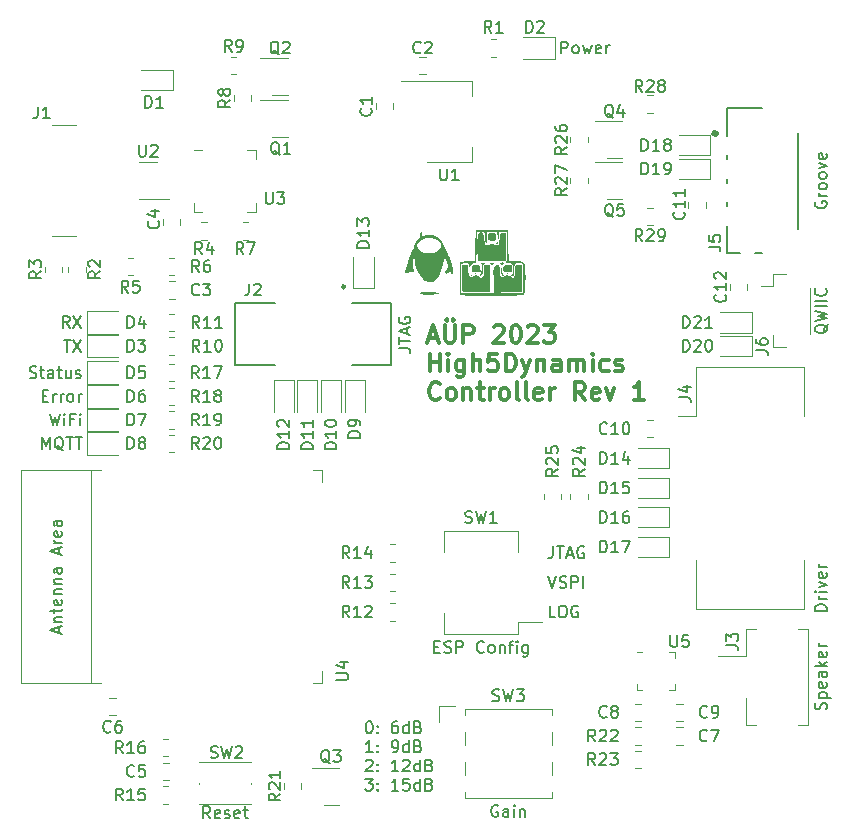
<source format=gbr>
%TF.GenerationSoftware,KiCad,Pcbnew,7.0.1*%
%TF.CreationDate,2023-04-30T16:49:33+02:00*%
%TF.ProjectId,Controller,436f6e74-726f-46c6-9c65-722e6b696361,rev?*%
%TF.SameCoordinates,Original*%
%TF.FileFunction,Legend,Top*%
%TF.FilePolarity,Positive*%
%FSLAX46Y46*%
G04 Gerber Fmt 4.6, Leading zero omitted, Abs format (unit mm)*
G04 Created by KiCad (PCBNEW 7.0.1) date 2023-04-30 16:49:33*
%MOMM*%
%LPD*%
G01*
G04 APERTURE LIST*
%ADD10C,0.300000*%
%ADD11C,0.150000*%
%ADD12C,0.152400*%
%ADD13C,0.508000*%
%ADD14C,0.120000*%
%ADD15C,0.250000*%
G04 APERTURE END LIST*
D10*
X150115714Y-88182857D02*
X150830000Y-88182857D01*
X149972857Y-88611428D02*
X150472857Y-87111428D01*
X150472857Y-87111428D02*
X150972857Y-88611428D01*
X151472856Y-87111428D02*
X151472856Y-88325714D01*
X151472856Y-88325714D02*
X151544285Y-88468571D01*
X151544285Y-88468571D02*
X151615714Y-88540000D01*
X151615714Y-88540000D02*
X151758571Y-88611428D01*
X151758571Y-88611428D02*
X152044285Y-88611428D01*
X152044285Y-88611428D02*
X152187142Y-88540000D01*
X152187142Y-88540000D02*
X152258571Y-88468571D01*
X152258571Y-88468571D02*
X152329999Y-88325714D01*
X152329999Y-88325714D02*
X152329999Y-87111428D01*
X151615714Y-86611428D02*
X151687142Y-86682857D01*
X151687142Y-86682857D02*
X151615714Y-86754285D01*
X151615714Y-86754285D02*
X151544285Y-86682857D01*
X151544285Y-86682857D02*
X151615714Y-86611428D01*
X151615714Y-86611428D02*
X151615714Y-86754285D01*
X152187142Y-86611428D02*
X152258571Y-86682857D01*
X152258571Y-86682857D02*
X152187142Y-86754285D01*
X152187142Y-86754285D02*
X152115714Y-86682857D01*
X152115714Y-86682857D02*
X152187142Y-86611428D01*
X152187142Y-86611428D02*
X152187142Y-86754285D01*
X153044285Y-88611428D02*
X153044285Y-87111428D01*
X153044285Y-87111428D02*
X153615714Y-87111428D01*
X153615714Y-87111428D02*
X153758571Y-87182857D01*
X153758571Y-87182857D02*
X153830000Y-87254285D01*
X153830000Y-87254285D02*
X153901428Y-87397142D01*
X153901428Y-87397142D02*
X153901428Y-87611428D01*
X153901428Y-87611428D02*
X153830000Y-87754285D01*
X153830000Y-87754285D02*
X153758571Y-87825714D01*
X153758571Y-87825714D02*
X153615714Y-87897142D01*
X153615714Y-87897142D02*
X153044285Y-87897142D01*
X155615714Y-87254285D02*
X155687142Y-87182857D01*
X155687142Y-87182857D02*
X155830000Y-87111428D01*
X155830000Y-87111428D02*
X156187142Y-87111428D01*
X156187142Y-87111428D02*
X156330000Y-87182857D01*
X156330000Y-87182857D02*
X156401428Y-87254285D01*
X156401428Y-87254285D02*
X156472857Y-87397142D01*
X156472857Y-87397142D02*
X156472857Y-87540000D01*
X156472857Y-87540000D02*
X156401428Y-87754285D01*
X156401428Y-87754285D02*
X155544285Y-88611428D01*
X155544285Y-88611428D02*
X156472857Y-88611428D01*
X157401428Y-87111428D02*
X157544285Y-87111428D01*
X157544285Y-87111428D02*
X157687142Y-87182857D01*
X157687142Y-87182857D02*
X157758571Y-87254285D01*
X157758571Y-87254285D02*
X157829999Y-87397142D01*
X157829999Y-87397142D02*
X157901428Y-87682857D01*
X157901428Y-87682857D02*
X157901428Y-88040000D01*
X157901428Y-88040000D02*
X157829999Y-88325714D01*
X157829999Y-88325714D02*
X157758571Y-88468571D01*
X157758571Y-88468571D02*
X157687142Y-88540000D01*
X157687142Y-88540000D02*
X157544285Y-88611428D01*
X157544285Y-88611428D02*
X157401428Y-88611428D01*
X157401428Y-88611428D02*
X157258571Y-88540000D01*
X157258571Y-88540000D02*
X157187142Y-88468571D01*
X157187142Y-88468571D02*
X157115713Y-88325714D01*
X157115713Y-88325714D02*
X157044285Y-88040000D01*
X157044285Y-88040000D02*
X157044285Y-87682857D01*
X157044285Y-87682857D02*
X157115713Y-87397142D01*
X157115713Y-87397142D02*
X157187142Y-87254285D01*
X157187142Y-87254285D02*
X157258571Y-87182857D01*
X157258571Y-87182857D02*
X157401428Y-87111428D01*
X158472856Y-87254285D02*
X158544284Y-87182857D01*
X158544284Y-87182857D02*
X158687142Y-87111428D01*
X158687142Y-87111428D02*
X159044284Y-87111428D01*
X159044284Y-87111428D02*
X159187142Y-87182857D01*
X159187142Y-87182857D02*
X159258570Y-87254285D01*
X159258570Y-87254285D02*
X159329999Y-87397142D01*
X159329999Y-87397142D02*
X159329999Y-87540000D01*
X159329999Y-87540000D02*
X159258570Y-87754285D01*
X159258570Y-87754285D02*
X158401427Y-88611428D01*
X158401427Y-88611428D02*
X159329999Y-88611428D01*
X159829998Y-87111428D02*
X160758570Y-87111428D01*
X160758570Y-87111428D02*
X160258570Y-87682857D01*
X160258570Y-87682857D02*
X160472855Y-87682857D01*
X160472855Y-87682857D02*
X160615713Y-87754285D01*
X160615713Y-87754285D02*
X160687141Y-87825714D01*
X160687141Y-87825714D02*
X160758570Y-87968571D01*
X160758570Y-87968571D02*
X160758570Y-88325714D01*
X160758570Y-88325714D02*
X160687141Y-88468571D01*
X160687141Y-88468571D02*
X160615713Y-88540000D01*
X160615713Y-88540000D02*
X160472855Y-88611428D01*
X160472855Y-88611428D02*
X160044284Y-88611428D01*
X160044284Y-88611428D02*
X159901427Y-88540000D01*
X159901427Y-88540000D02*
X159829998Y-88468571D01*
X150187142Y-91041428D02*
X150187142Y-89541428D01*
X150187142Y-90255714D02*
X151044285Y-90255714D01*
X151044285Y-91041428D02*
X151044285Y-89541428D01*
X151758571Y-91041428D02*
X151758571Y-90041428D01*
X151758571Y-89541428D02*
X151687143Y-89612857D01*
X151687143Y-89612857D02*
X151758571Y-89684285D01*
X151758571Y-89684285D02*
X151830000Y-89612857D01*
X151830000Y-89612857D02*
X151758571Y-89541428D01*
X151758571Y-89541428D02*
X151758571Y-89684285D01*
X153115715Y-90041428D02*
X153115715Y-91255714D01*
X153115715Y-91255714D02*
X153044286Y-91398571D01*
X153044286Y-91398571D02*
X152972857Y-91470000D01*
X152972857Y-91470000D02*
X152830000Y-91541428D01*
X152830000Y-91541428D02*
X152615715Y-91541428D01*
X152615715Y-91541428D02*
X152472857Y-91470000D01*
X153115715Y-90970000D02*
X152972857Y-91041428D01*
X152972857Y-91041428D02*
X152687143Y-91041428D01*
X152687143Y-91041428D02*
X152544286Y-90970000D01*
X152544286Y-90970000D02*
X152472857Y-90898571D01*
X152472857Y-90898571D02*
X152401429Y-90755714D01*
X152401429Y-90755714D02*
X152401429Y-90327142D01*
X152401429Y-90327142D02*
X152472857Y-90184285D01*
X152472857Y-90184285D02*
X152544286Y-90112857D01*
X152544286Y-90112857D02*
X152687143Y-90041428D01*
X152687143Y-90041428D02*
X152972857Y-90041428D01*
X152972857Y-90041428D02*
X153115715Y-90112857D01*
X153830000Y-91041428D02*
X153830000Y-89541428D01*
X154472858Y-91041428D02*
X154472858Y-90255714D01*
X154472858Y-90255714D02*
X154401429Y-90112857D01*
X154401429Y-90112857D02*
X154258572Y-90041428D01*
X154258572Y-90041428D02*
X154044286Y-90041428D01*
X154044286Y-90041428D02*
X153901429Y-90112857D01*
X153901429Y-90112857D02*
X153830000Y-90184285D01*
X155901429Y-89541428D02*
X155187143Y-89541428D01*
X155187143Y-89541428D02*
X155115715Y-90255714D01*
X155115715Y-90255714D02*
X155187143Y-90184285D01*
X155187143Y-90184285D02*
X155330001Y-90112857D01*
X155330001Y-90112857D02*
X155687143Y-90112857D01*
X155687143Y-90112857D02*
X155830001Y-90184285D01*
X155830001Y-90184285D02*
X155901429Y-90255714D01*
X155901429Y-90255714D02*
X155972858Y-90398571D01*
X155972858Y-90398571D02*
X155972858Y-90755714D01*
X155972858Y-90755714D02*
X155901429Y-90898571D01*
X155901429Y-90898571D02*
X155830001Y-90970000D01*
X155830001Y-90970000D02*
X155687143Y-91041428D01*
X155687143Y-91041428D02*
X155330001Y-91041428D01*
X155330001Y-91041428D02*
X155187143Y-90970000D01*
X155187143Y-90970000D02*
X155115715Y-90898571D01*
X156615714Y-91041428D02*
X156615714Y-89541428D01*
X156615714Y-89541428D02*
X156972857Y-89541428D01*
X156972857Y-89541428D02*
X157187143Y-89612857D01*
X157187143Y-89612857D02*
X157330000Y-89755714D01*
X157330000Y-89755714D02*
X157401429Y-89898571D01*
X157401429Y-89898571D02*
X157472857Y-90184285D01*
X157472857Y-90184285D02*
X157472857Y-90398571D01*
X157472857Y-90398571D02*
X157401429Y-90684285D01*
X157401429Y-90684285D02*
X157330000Y-90827142D01*
X157330000Y-90827142D02*
X157187143Y-90970000D01*
X157187143Y-90970000D02*
X156972857Y-91041428D01*
X156972857Y-91041428D02*
X156615714Y-91041428D01*
X157972857Y-90041428D02*
X158330000Y-91041428D01*
X158687143Y-90041428D02*
X158330000Y-91041428D01*
X158330000Y-91041428D02*
X158187143Y-91398571D01*
X158187143Y-91398571D02*
X158115714Y-91470000D01*
X158115714Y-91470000D02*
X157972857Y-91541428D01*
X159258571Y-90041428D02*
X159258571Y-91041428D01*
X159258571Y-90184285D02*
X159330000Y-90112857D01*
X159330000Y-90112857D02*
X159472857Y-90041428D01*
X159472857Y-90041428D02*
X159687143Y-90041428D01*
X159687143Y-90041428D02*
X159830000Y-90112857D01*
X159830000Y-90112857D02*
X159901429Y-90255714D01*
X159901429Y-90255714D02*
X159901429Y-91041428D01*
X161258572Y-91041428D02*
X161258572Y-90255714D01*
X161258572Y-90255714D02*
X161187143Y-90112857D01*
X161187143Y-90112857D02*
X161044286Y-90041428D01*
X161044286Y-90041428D02*
X160758572Y-90041428D01*
X160758572Y-90041428D02*
X160615714Y-90112857D01*
X161258572Y-90970000D02*
X161115714Y-91041428D01*
X161115714Y-91041428D02*
X160758572Y-91041428D01*
X160758572Y-91041428D02*
X160615714Y-90970000D01*
X160615714Y-90970000D02*
X160544286Y-90827142D01*
X160544286Y-90827142D02*
X160544286Y-90684285D01*
X160544286Y-90684285D02*
X160615714Y-90541428D01*
X160615714Y-90541428D02*
X160758572Y-90470000D01*
X160758572Y-90470000D02*
X161115714Y-90470000D01*
X161115714Y-90470000D02*
X161258572Y-90398571D01*
X161972857Y-91041428D02*
X161972857Y-90041428D01*
X161972857Y-90184285D02*
X162044286Y-90112857D01*
X162044286Y-90112857D02*
X162187143Y-90041428D01*
X162187143Y-90041428D02*
X162401429Y-90041428D01*
X162401429Y-90041428D02*
X162544286Y-90112857D01*
X162544286Y-90112857D02*
X162615715Y-90255714D01*
X162615715Y-90255714D02*
X162615715Y-91041428D01*
X162615715Y-90255714D02*
X162687143Y-90112857D01*
X162687143Y-90112857D02*
X162830000Y-90041428D01*
X162830000Y-90041428D02*
X163044286Y-90041428D01*
X163044286Y-90041428D02*
X163187143Y-90112857D01*
X163187143Y-90112857D02*
X163258572Y-90255714D01*
X163258572Y-90255714D02*
X163258572Y-91041428D01*
X163972857Y-91041428D02*
X163972857Y-90041428D01*
X163972857Y-89541428D02*
X163901429Y-89612857D01*
X163901429Y-89612857D02*
X163972857Y-89684285D01*
X163972857Y-89684285D02*
X164044286Y-89612857D01*
X164044286Y-89612857D02*
X163972857Y-89541428D01*
X163972857Y-89541428D02*
X163972857Y-89684285D01*
X165330001Y-90970000D02*
X165187143Y-91041428D01*
X165187143Y-91041428D02*
X164901429Y-91041428D01*
X164901429Y-91041428D02*
X164758572Y-90970000D01*
X164758572Y-90970000D02*
X164687143Y-90898571D01*
X164687143Y-90898571D02*
X164615715Y-90755714D01*
X164615715Y-90755714D02*
X164615715Y-90327142D01*
X164615715Y-90327142D02*
X164687143Y-90184285D01*
X164687143Y-90184285D02*
X164758572Y-90112857D01*
X164758572Y-90112857D02*
X164901429Y-90041428D01*
X164901429Y-90041428D02*
X165187143Y-90041428D01*
X165187143Y-90041428D02*
X165330001Y-90112857D01*
X165901429Y-90970000D02*
X166044286Y-91041428D01*
X166044286Y-91041428D02*
X166330000Y-91041428D01*
X166330000Y-91041428D02*
X166472857Y-90970000D01*
X166472857Y-90970000D02*
X166544286Y-90827142D01*
X166544286Y-90827142D02*
X166544286Y-90755714D01*
X166544286Y-90755714D02*
X166472857Y-90612857D01*
X166472857Y-90612857D02*
X166330000Y-90541428D01*
X166330000Y-90541428D02*
X166115715Y-90541428D01*
X166115715Y-90541428D02*
X165972857Y-90470000D01*
X165972857Y-90470000D02*
X165901429Y-90327142D01*
X165901429Y-90327142D02*
X165901429Y-90255714D01*
X165901429Y-90255714D02*
X165972857Y-90112857D01*
X165972857Y-90112857D02*
X166115715Y-90041428D01*
X166115715Y-90041428D02*
X166330000Y-90041428D01*
X166330000Y-90041428D02*
X166472857Y-90112857D01*
X151044285Y-93328571D02*
X150972857Y-93400000D01*
X150972857Y-93400000D02*
X150758571Y-93471428D01*
X150758571Y-93471428D02*
X150615714Y-93471428D01*
X150615714Y-93471428D02*
X150401428Y-93400000D01*
X150401428Y-93400000D02*
X150258571Y-93257142D01*
X150258571Y-93257142D02*
X150187142Y-93114285D01*
X150187142Y-93114285D02*
X150115714Y-92828571D01*
X150115714Y-92828571D02*
X150115714Y-92614285D01*
X150115714Y-92614285D02*
X150187142Y-92328571D01*
X150187142Y-92328571D02*
X150258571Y-92185714D01*
X150258571Y-92185714D02*
X150401428Y-92042857D01*
X150401428Y-92042857D02*
X150615714Y-91971428D01*
X150615714Y-91971428D02*
X150758571Y-91971428D01*
X150758571Y-91971428D02*
X150972857Y-92042857D01*
X150972857Y-92042857D02*
X151044285Y-92114285D01*
X151901428Y-93471428D02*
X151758571Y-93400000D01*
X151758571Y-93400000D02*
X151687142Y-93328571D01*
X151687142Y-93328571D02*
X151615714Y-93185714D01*
X151615714Y-93185714D02*
X151615714Y-92757142D01*
X151615714Y-92757142D02*
X151687142Y-92614285D01*
X151687142Y-92614285D02*
X151758571Y-92542857D01*
X151758571Y-92542857D02*
X151901428Y-92471428D01*
X151901428Y-92471428D02*
X152115714Y-92471428D01*
X152115714Y-92471428D02*
X152258571Y-92542857D01*
X152258571Y-92542857D02*
X152330000Y-92614285D01*
X152330000Y-92614285D02*
X152401428Y-92757142D01*
X152401428Y-92757142D02*
X152401428Y-93185714D01*
X152401428Y-93185714D02*
X152330000Y-93328571D01*
X152330000Y-93328571D02*
X152258571Y-93400000D01*
X152258571Y-93400000D02*
X152115714Y-93471428D01*
X152115714Y-93471428D02*
X151901428Y-93471428D01*
X153044285Y-92471428D02*
X153044285Y-93471428D01*
X153044285Y-92614285D02*
X153115714Y-92542857D01*
X153115714Y-92542857D02*
X153258571Y-92471428D01*
X153258571Y-92471428D02*
X153472857Y-92471428D01*
X153472857Y-92471428D02*
X153615714Y-92542857D01*
X153615714Y-92542857D02*
X153687143Y-92685714D01*
X153687143Y-92685714D02*
X153687143Y-93471428D01*
X154187143Y-92471428D02*
X154758571Y-92471428D01*
X154401428Y-91971428D02*
X154401428Y-93257142D01*
X154401428Y-93257142D02*
X154472857Y-93400000D01*
X154472857Y-93400000D02*
X154615714Y-93471428D01*
X154615714Y-93471428D02*
X154758571Y-93471428D01*
X155258571Y-93471428D02*
X155258571Y-92471428D01*
X155258571Y-92757142D02*
X155330000Y-92614285D01*
X155330000Y-92614285D02*
X155401429Y-92542857D01*
X155401429Y-92542857D02*
X155544286Y-92471428D01*
X155544286Y-92471428D02*
X155687143Y-92471428D01*
X156401428Y-93471428D02*
X156258571Y-93400000D01*
X156258571Y-93400000D02*
X156187142Y-93328571D01*
X156187142Y-93328571D02*
X156115714Y-93185714D01*
X156115714Y-93185714D02*
X156115714Y-92757142D01*
X156115714Y-92757142D02*
X156187142Y-92614285D01*
X156187142Y-92614285D02*
X156258571Y-92542857D01*
X156258571Y-92542857D02*
X156401428Y-92471428D01*
X156401428Y-92471428D02*
X156615714Y-92471428D01*
X156615714Y-92471428D02*
X156758571Y-92542857D01*
X156758571Y-92542857D02*
X156830000Y-92614285D01*
X156830000Y-92614285D02*
X156901428Y-92757142D01*
X156901428Y-92757142D02*
X156901428Y-93185714D01*
X156901428Y-93185714D02*
X156830000Y-93328571D01*
X156830000Y-93328571D02*
X156758571Y-93400000D01*
X156758571Y-93400000D02*
X156615714Y-93471428D01*
X156615714Y-93471428D02*
X156401428Y-93471428D01*
X157758571Y-93471428D02*
X157615714Y-93400000D01*
X157615714Y-93400000D02*
X157544285Y-93257142D01*
X157544285Y-93257142D02*
X157544285Y-91971428D01*
X158544285Y-93471428D02*
X158401428Y-93400000D01*
X158401428Y-93400000D02*
X158329999Y-93257142D01*
X158329999Y-93257142D02*
X158329999Y-91971428D01*
X159687142Y-93400000D02*
X159544285Y-93471428D01*
X159544285Y-93471428D02*
X159258571Y-93471428D01*
X159258571Y-93471428D02*
X159115713Y-93400000D01*
X159115713Y-93400000D02*
X159044285Y-93257142D01*
X159044285Y-93257142D02*
X159044285Y-92685714D01*
X159044285Y-92685714D02*
X159115713Y-92542857D01*
X159115713Y-92542857D02*
X159258571Y-92471428D01*
X159258571Y-92471428D02*
X159544285Y-92471428D01*
X159544285Y-92471428D02*
X159687142Y-92542857D01*
X159687142Y-92542857D02*
X159758571Y-92685714D01*
X159758571Y-92685714D02*
X159758571Y-92828571D01*
X159758571Y-92828571D02*
X159044285Y-92971428D01*
X160401427Y-93471428D02*
X160401427Y-92471428D01*
X160401427Y-92757142D02*
X160472856Y-92614285D01*
X160472856Y-92614285D02*
X160544285Y-92542857D01*
X160544285Y-92542857D02*
X160687142Y-92471428D01*
X160687142Y-92471428D02*
X160829999Y-92471428D01*
X163329998Y-93471428D02*
X162829998Y-92757142D01*
X162472855Y-93471428D02*
X162472855Y-91971428D01*
X162472855Y-91971428D02*
X163044284Y-91971428D01*
X163044284Y-91971428D02*
X163187141Y-92042857D01*
X163187141Y-92042857D02*
X163258570Y-92114285D01*
X163258570Y-92114285D02*
X163329998Y-92257142D01*
X163329998Y-92257142D02*
X163329998Y-92471428D01*
X163329998Y-92471428D02*
X163258570Y-92614285D01*
X163258570Y-92614285D02*
X163187141Y-92685714D01*
X163187141Y-92685714D02*
X163044284Y-92757142D01*
X163044284Y-92757142D02*
X162472855Y-92757142D01*
X164544284Y-93400000D02*
X164401427Y-93471428D01*
X164401427Y-93471428D02*
X164115713Y-93471428D01*
X164115713Y-93471428D02*
X163972855Y-93400000D01*
X163972855Y-93400000D02*
X163901427Y-93257142D01*
X163901427Y-93257142D02*
X163901427Y-92685714D01*
X163901427Y-92685714D02*
X163972855Y-92542857D01*
X163972855Y-92542857D02*
X164115713Y-92471428D01*
X164115713Y-92471428D02*
X164401427Y-92471428D01*
X164401427Y-92471428D02*
X164544284Y-92542857D01*
X164544284Y-92542857D02*
X164615713Y-92685714D01*
X164615713Y-92685714D02*
X164615713Y-92828571D01*
X164615713Y-92828571D02*
X163901427Y-92971428D01*
X165115712Y-92471428D02*
X165472855Y-93471428D01*
X165472855Y-93471428D02*
X165829998Y-92471428D01*
X168329998Y-93471428D02*
X167472855Y-93471428D01*
X167901426Y-93471428D02*
X167901426Y-91971428D01*
X167901426Y-91971428D02*
X167758569Y-92185714D01*
X167758569Y-92185714D02*
X167615712Y-92328571D01*
X167615712Y-92328571D02*
X167472855Y-92400000D01*
D11*
X145008571Y-120672619D02*
X145103809Y-120672619D01*
X145103809Y-120672619D02*
X145199047Y-120720238D01*
X145199047Y-120720238D02*
X145246666Y-120767857D01*
X145246666Y-120767857D02*
X145294285Y-120863095D01*
X145294285Y-120863095D02*
X145341904Y-121053571D01*
X145341904Y-121053571D02*
X145341904Y-121291666D01*
X145341904Y-121291666D02*
X145294285Y-121482142D01*
X145294285Y-121482142D02*
X145246666Y-121577380D01*
X145246666Y-121577380D02*
X145199047Y-121625000D01*
X145199047Y-121625000D02*
X145103809Y-121672619D01*
X145103809Y-121672619D02*
X145008571Y-121672619D01*
X145008571Y-121672619D02*
X144913333Y-121625000D01*
X144913333Y-121625000D02*
X144865714Y-121577380D01*
X144865714Y-121577380D02*
X144818095Y-121482142D01*
X144818095Y-121482142D02*
X144770476Y-121291666D01*
X144770476Y-121291666D02*
X144770476Y-121053571D01*
X144770476Y-121053571D02*
X144818095Y-120863095D01*
X144818095Y-120863095D02*
X144865714Y-120767857D01*
X144865714Y-120767857D02*
X144913333Y-120720238D01*
X144913333Y-120720238D02*
X145008571Y-120672619D01*
X145770476Y-121577380D02*
X145818095Y-121625000D01*
X145818095Y-121625000D02*
X145770476Y-121672619D01*
X145770476Y-121672619D02*
X145722857Y-121625000D01*
X145722857Y-121625000D02*
X145770476Y-121577380D01*
X145770476Y-121577380D02*
X145770476Y-121672619D01*
X145770476Y-121053571D02*
X145818095Y-121101190D01*
X145818095Y-121101190D02*
X145770476Y-121148809D01*
X145770476Y-121148809D02*
X145722857Y-121101190D01*
X145722857Y-121101190D02*
X145770476Y-121053571D01*
X145770476Y-121053571D02*
X145770476Y-121148809D01*
X147437142Y-120672619D02*
X147246666Y-120672619D01*
X147246666Y-120672619D02*
X147151428Y-120720238D01*
X147151428Y-120720238D02*
X147103809Y-120767857D01*
X147103809Y-120767857D02*
X147008571Y-120910714D01*
X147008571Y-120910714D02*
X146960952Y-121101190D01*
X146960952Y-121101190D02*
X146960952Y-121482142D01*
X146960952Y-121482142D02*
X147008571Y-121577380D01*
X147008571Y-121577380D02*
X147056190Y-121625000D01*
X147056190Y-121625000D02*
X147151428Y-121672619D01*
X147151428Y-121672619D02*
X147341904Y-121672619D01*
X147341904Y-121672619D02*
X147437142Y-121625000D01*
X147437142Y-121625000D02*
X147484761Y-121577380D01*
X147484761Y-121577380D02*
X147532380Y-121482142D01*
X147532380Y-121482142D02*
X147532380Y-121244047D01*
X147532380Y-121244047D02*
X147484761Y-121148809D01*
X147484761Y-121148809D02*
X147437142Y-121101190D01*
X147437142Y-121101190D02*
X147341904Y-121053571D01*
X147341904Y-121053571D02*
X147151428Y-121053571D01*
X147151428Y-121053571D02*
X147056190Y-121101190D01*
X147056190Y-121101190D02*
X147008571Y-121148809D01*
X147008571Y-121148809D02*
X146960952Y-121244047D01*
X148389523Y-121672619D02*
X148389523Y-120672619D01*
X148389523Y-121625000D02*
X148294285Y-121672619D01*
X148294285Y-121672619D02*
X148103809Y-121672619D01*
X148103809Y-121672619D02*
X148008571Y-121625000D01*
X148008571Y-121625000D02*
X147960952Y-121577380D01*
X147960952Y-121577380D02*
X147913333Y-121482142D01*
X147913333Y-121482142D02*
X147913333Y-121196428D01*
X147913333Y-121196428D02*
X147960952Y-121101190D01*
X147960952Y-121101190D02*
X148008571Y-121053571D01*
X148008571Y-121053571D02*
X148103809Y-121005952D01*
X148103809Y-121005952D02*
X148294285Y-121005952D01*
X148294285Y-121005952D02*
X148389523Y-121053571D01*
X149199047Y-121148809D02*
X149341904Y-121196428D01*
X149341904Y-121196428D02*
X149389523Y-121244047D01*
X149389523Y-121244047D02*
X149437142Y-121339285D01*
X149437142Y-121339285D02*
X149437142Y-121482142D01*
X149437142Y-121482142D02*
X149389523Y-121577380D01*
X149389523Y-121577380D02*
X149341904Y-121625000D01*
X149341904Y-121625000D02*
X149246666Y-121672619D01*
X149246666Y-121672619D02*
X148865714Y-121672619D01*
X148865714Y-121672619D02*
X148865714Y-120672619D01*
X148865714Y-120672619D02*
X149199047Y-120672619D01*
X149199047Y-120672619D02*
X149294285Y-120720238D01*
X149294285Y-120720238D02*
X149341904Y-120767857D01*
X149341904Y-120767857D02*
X149389523Y-120863095D01*
X149389523Y-120863095D02*
X149389523Y-120958333D01*
X149389523Y-120958333D02*
X149341904Y-121053571D01*
X149341904Y-121053571D02*
X149294285Y-121101190D01*
X149294285Y-121101190D02*
X149199047Y-121148809D01*
X149199047Y-121148809D02*
X148865714Y-121148809D01*
X145341904Y-123292619D02*
X144770476Y-123292619D01*
X145056190Y-123292619D02*
X145056190Y-122292619D01*
X145056190Y-122292619D02*
X144960952Y-122435476D01*
X144960952Y-122435476D02*
X144865714Y-122530714D01*
X144865714Y-122530714D02*
X144770476Y-122578333D01*
X145770476Y-123197380D02*
X145818095Y-123245000D01*
X145818095Y-123245000D02*
X145770476Y-123292619D01*
X145770476Y-123292619D02*
X145722857Y-123245000D01*
X145722857Y-123245000D02*
X145770476Y-123197380D01*
X145770476Y-123197380D02*
X145770476Y-123292619D01*
X145770476Y-122673571D02*
X145818095Y-122721190D01*
X145818095Y-122721190D02*
X145770476Y-122768809D01*
X145770476Y-122768809D02*
X145722857Y-122721190D01*
X145722857Y-122721190D02*
X145770476Y-122673571D01*
X145770476Y-122673571D02*
X145770476Y-122768809D01*
X147056190Y-123292619D02*
X147246666Y-123292619D01*
X147246666Y-123292619D02*
X147341904Y-123245000D01*
X147341904Y-123245000D02*
X147389523Y-123197380D01*
X147389523Y-123197380D02*
X147484761Y-123054523D01*
X147484761Y-123054523D02*
X147532380Y-122864047D01*
X147532380Y-122864047D02*
X147532380Y-122483095D01*
X147532380Y-122483095D02*
X147484761Y-122387857D01*
X147484761Y-122387857D02*
X147437142Y-122340238D01*
X147437142Y-122340238D02*
X147341904Y-122292619D01*
X147341904Y-122292619D02*
X147151428Y-122292619D01*
X147151428Y-122292619D02*
X147056190Y-122340238D01*
X147056190Y-122340238D02*
X147008571Y-122387857D01*
X147008571Y-122387857D02*
X146960952Y-122483095D01*
X146960952Y-122483095D02*
X146960952Y-122721190D01*
X146960952Y-122721190D02*
X147008571Y-122816428D01*
X147008571Y-122816428D02*
X147056190Y-122864047D01*
X147056190Y-122864047D02*
X147151428Y-122911666D01*
X147151428Y-122911666D02*
X147341904Y-122911666D01*
X147341904Y-122911666D02*
X147437142Y-122864047D01*
X147437142Y-122864047D02*
X147484761Y-122816428D01*
X147484761Y-122816428D02*
X147532380Y-122721190D01*
X148389523Y-123292619D02*
X148389523Y-122292619D01*
X148389523Y-123245000D02*
X148294285Y-123292619D01*
X148294285Y-123292619D02*
X148103809Y-123292619D01*
X148103809Y-123292619D02*
X148008571Y-123245000D01*
X148008571Y-123245000D02*
X147960952Y-123197380D01*
X147960952Y-123197380D02*
X147913333Y-123102142D01*
X147913333Y-123102142D02*
X147913333Y-122816428D01*
X147913333Y-122816428D02*
X147960952Y-122721190D01*
X147960952Y-122721190D02*
X148008571Y-122673571D01*
X148008571Y-122673571D02*
X148103809Y-122625952D01*
X148103809Y-122625952D02*
X148294285Y-122625952D01*
X148294285Y-122625952D02*
X148389523Y-122673571D01*
X149199047Y-122768809D02*
X149341904Y-122816428D01*
X149341904Y-122816428D02*
X149389523Y-122864047D01*
X149389523Y-122864047D02*
X149437142Y-122959285D01*
X149437142Y-122959285D02*
X149437142Y-123102142D01*
X149437142Y-123102142D02*
X149389523Y-123197380D01*
X149389523Y-123197380D02*
X149341904Y-123245000D01*
X149341904Y-123245000D02*
X149246666Y-123292619D01*
X149246666Y-123292619D02*
X148865714Y-123292619D01*
X148865714Y-123292619D02*
X148865714Y-122292619D01*
X148865714Y-122292619D02*
X149199047Y-122292619D01*
X149199047Y-122292619D02*
X149294285Y-122340238D01*
X149294285Y-122340238D02*
X149341904Y-122387857D01*
X149341904Y-122387857D02*
X149389523Y-122483095D01*
X149389523Y-122483095D02*
X149389523Y-122578333D01*
X149389523Y-122578333D02*
X149341904Y-122673571D01*
X149341904Y-122673571D02*
X149294285Y-122721190D01*
X149294285Y-122721190D02*
X149199047Y-122768809D01*
X149199047Y-122768809D02*
X148865714Y-122768809D01*
X144770476Y-124007857D02*
X144818095Y-123960238D01*
X144818095Y-123960238D02*
X144913333Y-123912619D01*
X144913333Y-123912619D02*
X145151428Y-123912619D01*
X145151428Y-123912619D02*
X145246666Y-123960238D01*
X145246666Y-123960238D02*
X145294285Y-124007857D01*
X145294285Y-124007857D02*
X145341904Y-124103095D01*
X145341904Y-124103095D02*
X145341904Y-124198333D01*
X145341904Y-124198333D02*
X145294285Y-124341190D01*
X145294285Y-124341190D02*
X144722857Y-124912619D01*
X144722857Y-124912619D02*
X145341904Y-124912619D01*
X145770476Y-124817380D02*
X145818095Y-124865000D01*
X145818095Y-124865000D02*
X145770476Y-124912619D01*
X145770476Y-124912619D02*
X145722857Y-124865000D01*
X145722857Y-124865000D02*
X145770476Y-124817380D01*
X145770476Y-124817380D02*
X145770476Y-124912619D01*
X145770476Y-124293571D02*
X145818095Y-124341190D01*
X145818095Y-124341190D02*
X145770476Y-124388809D01*
X145770476Y-124388809D02*
X145722857Y-124341190D01*
X145722857Y-124341190D02*
X145770476Y-124293571D01*
X145770476Y-124293571D02*
X145770476Y-124388809D01*
X147532380Y-124912619D02*
X146960952Y-124912619D01*
X147246666Y-124912619D02*
X147246666Y-123912619D01*
X147246666Y-123912619D02*
X147151428Y-124055476D01*
X147151428Y-124055476D02*
X147056190Y-124150714D01*
X147056190Y-124150714D02*
X146960952Y-124198333D01*
X147913333Y-124007857D02*
X147960952Y-123960238D01*
X147960952Y-123960238D02*
X148056190Y-123912619D01*
X148056190Y-123912619D02*
X148294285Y-123912619D01*
X148294285Y-123912619D02*
X148389523Y-123960238D01*
X148389523Y-123960238D02*
X148437142Y-124007857D01*
X148437142Y-124007857D02*
X148484761Y-124103095D01*
X148484761Y-124103095D02*
X148484761Y-124198333D01*
X148484761Y-124198333D02*
X148437142Y-124341190D01*
X148437142Y-124341190D02*
X147865714Y-124912619D01*
X147865714Y-124912619D02*
X148484761Y-124912619D01*
X149341904Y-124912619D02*
X149341904Y-123912619D01*
X149341904Y-124865000D02*
X149246666Y-124912619D01*
X149246666Y-124912619D02*
X149056190Y-124912619D01*
X149056190Y-124912619D02*
X148960952Y-124865000D01*
X148960952Y-124865000D02*
X148913333Y-124817380D01*
X148913333Y-124817380D02*
X148865714Y-124722142D01*
X148865714Y-124722142D02*
X148865714Y-124436428D01*
X148865714Y-124436428D02*
X148913333Y-124341190D01*
X148913333Y-124341190D02*
X148960952Y-124293571D01*
X148960952Y-124293571D02*
X149056190Y-124245952D01*
X149056190Y-124245952D02*
X149246666Y-124245952D01*
X149246666Y-124245952D02*
X149341904Y-124293571D01*
X150151428Y-124388809D02*
X150294285Y-124436428D01*
X150294285Y-124436428D02*
X150341904Y-124484047D01*
X150341904Y-124484047D02*
X150389523Y-124579285D01*
X150389523Y-124579285D02*
X150389523Y-124722142D01*
X150389523Y-124722142D02*
X150341904Y-124817380D01*
X150341904Y-124817380D02*
X150294285Y-124865000D01*
X150294285Y-124865000D02*
X150199047Y-124912619D01*
X150199047Y-124912619D02*
X149818095Y-124912619D01*
X149818095Y-124912619D02*
X149818095Y-123912619D01*
X149818095Y-123912619D02*
X150151428Y-123912619D01*
X150151428Y-123912619D02*
X150246666Y-123960238D01*
X150246666Y-123960238D02*
X150294285Y-124007857D01*
X150294285Y-124007857D02*
X150341904Y-124103095D01*
X150341904Y-124103095D02*
X150341904Y-124198333D01*
X150341904Y-124198333D02*
X150294285Y-124293571D01*
X150294285Y-124293571D02*
X150246666Y-124341190D01*
X150246666Y-124341190D02*
X150151428Y-124388809D01*
X150151428Y-124388809D02*
X149818095Y-124388809D01*
X144722857Y-125532619D02*
X145341904Y-125532619D01*
X145341904Y-125532619D02*
X145008571Y-125913571D01*
X145008571Y-125913571D02*
X145151428Y-125913571D01*
X145151428Y-125913571D02*
X145246666Y-125961190D01*
X145246666Y-125961190D02*
X145294285Y-126008809D01*
X145294285Y-126008809D02*
X145341904Y-126104047D01*
X145341904Y-126104047D02*
X145341904Y-126342142D01*
X145341904Y-126342142D02*
X145294285Y-126437380D01*
X145294285Y-126437380D02*
X145246666Y-126485000D01*
X145246666Y-126485000D02*
X145151428Y-126532619D01*
X145151428Y-126532619D02*
X144865714Y-126532619D01*
X144865714Y-126532619D02*
X144770476Y-126485000D01*
X144770476Y-126485000D02*
X144722857Y-126437380D01*
X145770476Y-126437380D02*
X145818095Y-126485000D01*
X145818095Y-126485000D02*
X145770476Y-126532619D01*
X145770476Y-126532619D02*
X145722857Y-126485000D01*
X145722857Y-126485000D02*
X145770476Y-126437380D01*
X145770476Y-126437380D02*
X145770476Y-126532619D01*
X145770476Y-125913571D02*
X145818095Y-125961190D01*
X145818095Y-125961190D02*
X145770476Y-126008809D01*
X145770476Y-126008809D02*
X145722857Y-125961190D01*
X145722857Y-125961190D02*
X145770476Y-125913571D01*
X145770476Y-125913571D02*
X145770476Y-126008809D01*
X147532380Y-126532619D02*
X146960952Y-126532619D01*
X147246666Y-126532619D02*
X147246666Y-125532619D01*
X147246666Y-125532619D02*
X147151428Y-125675476D01*
X147151428Y-125675476D02*
X147056190Y-125770714D01*
X147056190Y-125770714D02*
X146960952Y-125818333D01*
X148437142Y-125532619D02*
X147960952Y-125532619D01*
X147960952Y-125532619D02*
X147913333Y-126008809D01*
X147913333Y-126008809D02*
X147960952Y-125961190D01*
X147960952Y-125961190D02*
X148056190Y-125913571D01*
X148056190Y-125913571D02*
X148294285Y-125913571D01*
X148294285Y-125913571D02*
X148389523Y-125961190D01*
X148389523Y-125961190D02*
X148437142Y-126008809D01*
X148437142Y-126008809D02*
X148484761Y-126104047D01*
X148484761Y-126104047D02*
X148484761Y-126342142D01*
X148484761Y-126342142D02*
X148437142Y-126437380D01*
X148437142Y-126437380D02*
X148389523Y-126485000D01*
X148389523Y-126485000D02*
X148294285Y-126532619D01*
X148294285Y-126532619D02*
X148056190Y-126532619D01*
X148056190Y-126532619D02*
X147960952Y-126485000D01*
X147960952Y-126485000D02*
X147913333Y-126437380D01*
X149341904Y-126532619D02*
X149341904Y-125532619D01*
X149341904Y-126485000D02*
X149246666Y-126532619D01*
X149246666Y-126532619D02*
X149056190Y-126532619D01*
X149056190Y-126532619D02*
X148960952Y-126485000D01*
X148960952Y-126485000D02*
X148913333Y-126437380D01*
X148913333Y-126437380D02*
X148865714Y-126342142D01*
X148865714Y-126342142D02*
X148865714Y-126056428D01*
X148865714Y-126056428D02*
X148913333Y-125961190D01*
X148913333Y-125961190D02*
X148960952Y-125913571D01*
X148960952Y-125913571D02*
X149056190Y-125865952D01*
X149056190Y-125865952D02*
X149246666Y-125865952D01*
X149246666Y-125865952D02*
X149341904Y-125913571D01*
X150151428Y-126008809D02*
X150294285Y-126056428D01*
X150294285Y-126056428D02*
X150341904Y-126104047D01*
X150341904Y-126104047D02*
X150389523Y-126199285D01*
X150389523Y-126199285D02*
X150389523Y-126342142D01*
X150389523Y-126342142D02*
X150341904Y-126437380D01*
X150341904Y-126437380D02*
X150294285Y-126485000D01*
X150294285Y-126485000D02*
X150199047Y-126532619D01*
X150199047Y-126532619D02*
X149818095Y-126532619D01*
X149818095Y-126532619D02*
X149818095Y-125532619D01*
X149818095Y-125532619D02*
X150151428Y-125532619D01*
X150151428Y-125532619D02*
X150246666Y-125580238D01*
X150246666Y-125580238D02*
X150294285Y-125627857D01*
X150294285Y-125627857D02*
X150341904Y-125723095D01*
X150341904Y-125723095D02*
X150341904Y-125818333D01*
X150341904Y-125818333D02*
X150294285Y-125913571D01*
X150294285Y-125913571D02*
X150246666Y-125961190D01*
X150246666Y-125961190D02*
X150151428Y-126008809D01*
X150151428Y-126008809D02*
X149818095Y-126008809D01*
X160815714Y-111867619D02*
X160339524Y-111867619D01*
X160339524Y-111867619D02*
X160339524Y-110867619D01*
X161339524Y-110867619D02*
X161530000Y-110867619D01*
X161530000Y-110867619D02*
X161625238Y-110915238D01*
X161625238Y-110915238D02*
X161720476Y-111010476D01*
X161720476Y-111010476D02*
X161768095Y-111200952D01*
X161768095Y-111200952D02*
X161768095Y-111534285D01*
X161768095Y-111534285D02*
X161720476Y-111724761D01*
X161720476Y-111724761D02*
X161625238Y-111820000D01*
X161625238Y-111820000D02*
X161530000Y-111867619D01*
X161530000Y-111867619D02*
X161339524Y-111867619D01*
X161339524Y-111867619D02*
X161244286Y-111820000D01*
X161244286Y-111820000D02*
X161149048Y-111724761D01*
X161149048Y-111724761D02*
X161101429Y-111534285D01*
X161101429Y-111534285D02*
X161101429Y-111200952D01*
X161101429Y-111200952D02*
X161149048Y-111010476D01*
X161149048Y-111010476D02*
X161244286Y-110915238D01*
X161244286Y-110915238D02*
X161339524Y-110867619D01*
X162720476Y-110915238D02*
X162625238Y-110867619D01*
X162625238Y-110867619D02*
X162482381Y-110867619D01*
X162482381Y-110867619D02*
X162339524Y-110915238D01*
X162339524Y-110915238D02*
X162244286Y-111010476D01*
X162244286Y-111010476D02*
X162196667Y-111105714D01*
X162196667Y-111105714D02*
X162149048Y-111296190D01*
X162149048Y-111296190D02*
X162149048Y-111439047D01*
X162149048Y-111439047D02*
X162196667Y-111629523D01*
X162196667Y-111629523D02*
X162244286Y-111724761D01*
X162244286Y-111724761D02*
X162339524Y-111820000D01*
X162339524Y-111820000D02*
X162482381Y-111867619D01*
X162482381Y-111867619D02*
X162577619Y-111867619D01*
X162577619Y-111867619D02*
X162720476Y-111820000D01*
X162720476Y-111820000D02*
X162768095Y-111772380D01*
X162768095Y-111772380D02*
X162768095Y-111439047D01*
X162768095Y-111439047D02*
X162577619Y-111439047D01*
X160232381Y-108367619D02*
X160565714Y-109367619D01*
X160565714Y-109367619D02*
X160899047Y-108367619D01*
X161184762Y-109320000D02*
X161327619Y-109367619D01*
X161327619Y-109367619D02*
X161565714Y-109367619D01*
X161565714Y-109367619D02*
X161660952Y-109320000D01*
X161660952Y-109320000D02*
X161708571Y-109272380D01*
X161708571Y-109272380D02*
X161756190Y-109177142D01*
X161756190Y-109177142D02*
X161756190Y-109081904D01*
X161756190Y-109081904D02*
X161708571Y-108986666D01*
X161708571Y-108986666D02*
X161660952Y-108939047D01*
X161660952Y-108939047D02*
X161565714Y-108891428D01*
X161565714Y-108891428D02*
X161375238Y-108843809D01*
X161375238Y-108843809D02*
X161280000Y-108796190D01*
X161280000Y-108796190D02*
X161232381Y-108748571D01*
X161232381Y-108748571D02*
X161184762Y-108653333D01*
X161184762Y-108653333D02*
X161184762Y-108558095D01*
X161184762Y-108558095D02*
X161232381Y-108462857D01*
X161232381Y-108462857D02*
X161280000Y-108415238D01*
X161280000Y-108415238D02*
X161375238Y-108367619D01*
X161375238Y-108367619D02*
X161613333Y-108367619D01*
X161613333Y-108367619D02*
X161756190Y-108415238D01*
X162184762Y-109367619D02*
X162184762Y-108367619D01*
X162184762Y-108367619D02*
X162565714Y-108367619D01*
X162565714Y-108367619D02*
X162660952Y-108415238D01*
X162660952Y-108415238D02*
X162708571Y-108462857D01*
X162708571Y-108462857D02*
X162756190Y-108558095D01*
X162756190Y-108558095D02*
X162756190Y-108700952D01*
X162756190Y-108700952D02*
X162708571Y-108796190D01*
X162708571Y-108796190D02*
X162660952Y-108843809D01*
X162660952Y-108843809D02*
X162565714Y-108891428D01*
X162565714Y-108891428D02*
X162184762Y-108891428D01*
X163184762Y-109367619D02*
X163184762Y-108367619D01*
X160613333Y-105867619D02*
X160613333Y-106581904D01*
X160613333Y-106581904D02*
X160565714Y-106724761D01*
X160565714Y-106724761D02*
X160470476Y-106820000D01*
X160470476Y-106820000D02*
X160327619Y-106867619D01*
X160327619Y-106867619D02*
X160232381Y-106867619D01*
X160946667Y-105867619D02*
X161518095Y-105867619D01*
X161232381Y-106867619D02*
X161232381Y-105867619D01*
X161803810Y-106581904D02*
X162280000Y-106581904D01*
X161708572Y-106867619D02*
X162041905Y-105867619D01*
X162041905Y-105867619D02*
X162375238Y-106867619D01*
X163232381Y-105915238D02*
X163137143Y-105867619D01*
X163137143Y-105867619D02*
X162994286Y-105867619D01*
X162994286Y-105867619D02*
X162851429Y-105915238D01*
X162851429Y-105915238D02*
X162756191Y-106010476D01*
X162756191Y-106010476D02*
X162708572Y-106105714D01*
X162708572Y-106105714D02*
X162660953Y-106296190D01*
X162660953Y-106296190D02*
X162660953Y-106439047D01*
X162660953Y-106439047D02*
X162708572Y-106629523D01*
X162708572Y-106629523D02*
X162756191Y-106724761D01*
X162756191Y-106724761D02*
X162851429Y-106820000D01*
X162851429Y-106820000D02*
X162994286Y-106867619D01*
X162994286Y-106867619D02*
X163089524Y-106867619D01*
X163089524Y-106867619D02*
X163232381Y-106820000D01*
X163232381Y-106820000D02*
X163280000Y-106772380D01*
X163280000Y-106772380D02*
X163280000Y-106439047D01*
X163280000Y-106439047D02*
X163089524Y-106439047D01*
%TO.C,J5*%
X173792619Y-80488333D02*
X174506904Y-80488333D01*
X174506904Y-80488333D02*
X174649761Y-80535952D01*
X174649761Y-80535952D02*
X174745000Y-80631190D01*
X174745000Y-80631190D02*
X174792619Y-80774047D01*
X174792619Y-80774047D02*
X174792619Y-80869285D01*
X173792619Y-79535952D02*
X173792619Y-80012142D01*
X173792619Y-80012142D02*
X174268809Y-80059761D01*
X174268809Y-80059761D02*
X174221190Y-80012142D01*
X174221190Y-80012142D02*
X174173571Y-79916904D01*
X174173571Y-79916904D02*
X174173571Y-79678809D01*
X174173571Y-79678809D02*
X174221190Y-79583571D01*
X174221190Y-79583571D02*
X174268809Y-79535952D01*
X174268809Y-79535952D02*
X174364047Y-79488333D01*
X174364047Y-79488333D02*
X174602142Y-79488333D01*
X174602142Y-79488333D02*
X174697380Y-79535952D01*
X174697380Y-79535952D02*
X174745000Y-79583571D01*
X174745000Y-79583571D02*
X174792619Y-79678809D01*
X174792619Y-79678809D02*
X174792619Y-79916904D01*
X174792619Y-79916904D02*
X174745000Y-80012142D01*
X174745000Y-80012142D02*
X174697380Y-80059761D01*
X182840238Y-76666905D02*
X182792619Y-76762143D01*
X182792619Y-76762143D02*
X182792619Y-76905000D01*
X182792619Y-76905000D02*
X182840238Y-77047857D01*
X182840238Y-77047857D02*
X182935476Y-77143095D01*
X182935476Y-77143095D02*
X183030714Y-77190714D01*
X183030714Y-77190714D02*
X183221190Y-77238333D01*
X183221190Y-77238333D02*
X183364047Y-77238333D01*
X183364047Y-77238333D02*
X183554523Y-77190714D01*
X183554523Y-77190714D02*
X183649761Y-77143095D01*
X183649761Y-77143095D02*
X183745000Y-77047857D01*
X183745000Y-77047857D02*
X183792619Y-76905000D01*
X183792619Y-76905000D02*
X183792619Y-76809762D01*
X183792619Y-76809762D02*
X183745000Y-76666905D01*
X183745000Y-76666905D02*
X183697380Y-76619286D01*
X183697380Y-76619286D02*
X183364047Y-76619286D01*
X183364047Y-76619286D02*
X183364047Y-76809762D01*
X183792619Y-76190714D02*
X183125952Y-76190714D01*
X183316428Y-76190714D02*
X183221190Y-76143095D01*
X183221190Y-76143095D02*
X183173571Y-76095476D01*
X183173571Y-76095476D02*
X183125952Y-76000238D01*
X183125952Y-76000238D02*
X183125952Y-75905000D01*
X183792619Y-75428809D02*
X183745000Y-75524047D01*
X183745000Y-75524047D02*
X183697380Y-75571666D01*
X183697380Y-75571666D02*
X183602142Y-75619285D01*
X183602142Y-75619285D02*
X183316428Y-75619285D01*
X183316428Y-75619285D02*
X183221190Y-75571666D01*
X183221190Y-75571666D02*
X183173571Y-75524047D01*
X183173571Y-75524047D02*
X183125952Y-75428809D01*
X183125952Y-75428809D02*
X183125952Y-75285952D01*
X183125952Y-75285952D02*
X183173571Y-75190714D01*
X183173571Y-75190714D02*
X183221190Y-75143095D01*
X183221190Y-75143095D02*
X183316428Y-75095476D01*
X183316428Y-75095476D02*
X183602142Y-75095476D01*
X183602142Y-75095476D02*
X183697380Y-75143095D01*
X183697380Y-75143095D02*
X183745000Y-75190714D01*
X183745000Y-75190714D02*
X183792619Y-75285952D01*
X183792619Y-75285952D02*
X183792619Y-75428809D01*
X183792619Y-74524047D02*
X183745000Y-74619285D01*
X183745000Y-74619285D02*
X183697380Y-74666904D01*
X183697380Y-74666904D02*
X183602142Y-74714523D01*
X183602142Y-74714523D02*
X183316428Y-74714523D01*
X183316428Y-74714523D02*
X183221190Y-74666904D01*
X183221190Y-74666904D02*
X183173571Y-74619285D01*
X183173571Y-74619285D02*
X183125952Y-74524047D01*
X183125952Y-74524047D02*
X183125952Y-74381190D01*
X183125952Y-74381190D02*
X183173571Y-74285952D01*
X183173571Y-74285952D02*
X183221190Y-74238333D01*
X183221190Y-74238333D02*
X183316428Y-74190714D01*
X183316428Y-74190714D02*
X183602142Y-74190714D01*
X183602142Y-74190714D02*
X183697380Y-74238333D01*
X183697380Y-74238333D02*
X183745000Y-74285952D01*
X183745000Y-74285952D02*
X183792619Y-74381190D01*
X183792619Y-74381190D02*
X183792619Y-74524047D01*
X183125952Y-73857380D02*
X183792619Y-73619285D01*
X183792619Y-73619285D02*
X183125952Y-73381190D01*
X183745000Y-72619285D02*
X183792619Y-72714523D01*
X183792619Y-72714523D02*
X183792619Y-72904999D01*
X183792619Y-72904999D02*
X183745000Y-73000237D01*
X183745000Y-73000237D02*
X183649761Y-73047856D01*
X183649761Y-73047856D02*
X183268809Y-73047856D01*
X183268809Y-73047856D02*
X183173571Y-73000237D01*
X183173571Y-73000237D02*
X183125952Y-72904999D01*
X183125952Y-72904999D02*
X183125952Y-72714523D01*
X183125952Y-72714523D02*
X183173571Y-72619285D01*
X183173571Y-72619285D02*
X183268809Y-72571666D01*
X183268809Y-72571666D02*
X183364047Y-72571666D01*
X183364047Y-72571666D02*
X183459285Y-73047856D01*
%TO.C,R11*%
X130687142Y-87367619D02*
X130353809Y-86891428D01*
X130115714Y-87367619D02*
X130115714Y-86367619D01*
X130115714Y-86367619D02*
X130496666Y-86367619D01*
X130496666Y-86367619D02*
X130591904Y-86415238D01*
X130591904Y-86415238D02*
X130639523Y-86462857D01*
X130639523Y-86462857D02*
X130687142Y-86558095D01*
X130687142Y-86558095D02*
X130687142Y-86700952D01*
X130687142Y-86700952D02*
X130639523Y-86796190D01*
X130639523Y-86796190D02*
X130591904Y-86843809D01*
X130591904Y-86843809D02*
X130496666Y-86891428D01*
X130496666Y-86891428D02*
X130115714Y-86891428D01*
X131639523Y-87367619D02*
X131068095Y-87367619D01*
X131353809Y-87367619D02*
X131353809Y-86367619D01*
X131353809Y-86367619D02*
X131258571Y-86510476D01*
X131258571Y-86510476D02*
X131163333Y-86605714D01*
X131163333Y-86605714D02*
X131068095Y-86653333D01*
X132591904Y-87367619D02*
X132020476Y-87367619D01*
X132306190Y-87367619D02*
X132306190Y-86367619D01*
X132306190Y-86367619D02*
X132210952Y-86510476D01*
X132210952Y-86510476D02*
X132115714Y-86605714D01*
X132115714Y-86605714D02*
X132020476Y-86653333D01*
%TO.C,R19*%
X130624642Y-95617619D02*
X130291309Y-95141428D01*
X130053214Y-95617619D02*
X130053214Y-94617619D01*
X130053214Y-94617619D02*
X130434166Y-94617619D01*
X130434166Y-94617619D02*
X130529404Y-94665238D01*
X130529404Y-94665238D02*
X130577023Y-94712857D01*
X130577023Y-94712857D02*
X130624642Y-94808095D01*
X130624642Y-94808095D02*
X130624642Y-94950952D01*
X130624642Y-94950952D02*
X130577023Y-95046190D01*
X130577023Y-95046190D02*
X130529404Y-95093809D01*
X130529404Y-95093809D02*
X130434166Y-95141428D01*
X130434166Y-95141428D02*
X130053214Y-95141428D01*
X131577023Y-95617619D02*
X131005595Y-95617619D01*
X131291309Y-95617619D02*
X131291309Y-94617619D01*
X131291309Y-94617619D02*
X131196071Y-94760476D01*
X131196071Y-94760476D02*
X131100833Y-94855714D01*
X131100833Y-94855714D02*
X131005595Y-94903333D01*
X132053214Y-95617619D02*
X132243690Y-95617619D01*
X132243690Y-95617619D02*
X132338928Y-95570000D01*
X132338928Y-95570000D02*
X132386547Y-95522380D01*
X132386547Y-95522380D02*
X132481785Y-95379523D01*
X132481785Y-95379523D02*
X132529404Y-95189047D01*
X132529404Y-95189047D02*
X132529404Y-94808095D01*
X132529404Y-94808095D02*
X132481785Y-94712857D01*
X132481785Y-94712857D02*
X132434166Y-94665238D01*
X132434166Y-94665238D02*
X132338928Y-94617619D01*
X132338928Y-94617619D02*
X132148452Y-94617619D01*
X132148452Y-94617619D02*
X132053214Y-94665238D01*
X132053214Y-94665238D02*
X132005595Y-94712857D01*
X132005595Y-94712857D02*
X131957976Y-94808095D01*
X131957976Y-94808095D02*
X131957976Y-95046190D01*
X131957976Y-95046190D02*
X132005595Y-95141428D01*
X132005595Y-95141428D02*
X132053214Y-95189047D01*
X132053214Y-95189047D02*
X132148452Y-95236666D01*
X132148452Y-95236666D02*
X132338928Y-95236666D01*
X132338928Y-95236666D02*
X132434166Y-95189047D01*
X132434166Y-95189047D02*
X132481785Y-95141428D01*
X132481785Y-95141428D02*
X132529404Y-95046190D01*
%TO.C,D7*%
X124591905Y-95617619D02*
X124591905Y-94617619D01*
X124591905Y-94617619D02*
X124830000Y-94617619D01*
X124830000Y-94617619D02*
X124972857Y-94665238D01*
X124972857Y-94665238D02*
X125068095Y-94760476D01*
X125068095Y-94760476D02*
X125115714Y-94855714D01*
X125115714Y-94855714D02*
X125163333Y-95046190D01*
X125163333Y-95046190D02*
X125163333Y-95189047D01*
X125163333Y-95189047D02*
X125115714Y-95379523D01*
X125115714Y-95379523D02*
X125068095Y-95474761D01*
X125068095Y-95474761D02*
X124972857Y-95570000D01*
X124972857Y-95570000D02*
X124830000Y-95617619D01*
X124830000Y-95617619D02*
X124591905Y-95617619D01*
X125496667Y-94617619D02*
X126163333Y-94617619D01*
X126163333Y-94617619D02*
X125734762Y-95617619D01*
X118020477Y-94617619D02*
X118258572Y-95617619D01*
X118258572Y-95617619D02*
X118449048Y-94903333D01*
X118449048Y-94903333D02*
X118639524Y-95617619D01*
X118639524Y-95617619D02*
X118877620Y-94617619D01*
X119258572Y-95617619D02*
X119258572Y-94950952D01*
X119258572Y-94617619D02*
X119210953Y-94665238D01*
X119210953Y-94665238D02*
X119258572Y-94712857D01*
X119258572Y-94712857D02*
X119306191Y-94665238D01*
X119306191Y-94665238D02*
X119258572Y-94617619D01*
X119258572Y-94617619D02*
X119258572Y-94712857D01*
X120068095Y-95093809D02*
X119734762Y-95093809D01*
X119734762Y-95617619D02*
X119734762Y-94617619D01*
X119734762Y-94617619D02*
X120210952Y-94617619D01*
X120591905Y-95617619D02*
X120591905Y-94950952D01*
X120591905Y-94617619D02*
X120544286Y-94665238D01*
X120544286Y-94665238D02*
X120591905Y-94712857D01*
X120591905Y-94712857D02*
X120639524Y-94665238D01*
X120639524Y-94665238D02*
X120591905Y-94617619D01*
X120591905Y-94617619D02*
X120591905Y-94712857D01*
%TO.C,R20*%
X130624642Y-97617619D02*
X130291309Y-97141428D01*
X130053214Y-97617619D02*
X130053214Y-96617619D01*
X130053214Y-96617619D02*
X130434166Y-96617619D01*
X130434166Y-96617619D02*
X130529404Y-96665238D01*
X130529404Y-96665238D02*
X130577023Y-96712857D01*
X130577023Y-96712857D02*
X130624642Y-96808095D01*
X130624642Y-96808095D02*
X130624642Y-96950952D01*
X130624642Y-96950952D02*
X130577023Y-97046190D01*
X130577023Y-97046190D02*
X130529404Y-97093809D01*
X130529404Y-97093809D02*
X130434166Y-97141428D01*
X130434166Y-97141428D02*
X130053214Y-97141428D01*
X131005595Y-96712857D02*
X131053214Y-96665238D01*
X131053214Y-96665238D02*
X131148452Y-96617619D01*
X131148452Y-96617619D02*
X131386547Y-96617619D01*
X131386547Y-96617619D02*
X131481785Y-96665238D01*
X131481785Y-96665238D02*
X131529404Y-96712857D01*
X131529404Y-96712857D02*
X131577023Y-96808095D01*
X131577023Y-96808095D02*
X131577023Y-96903333D01*
X131577023Y-96903333D02*
X131529404Y-97046190D01*
X131529404Y-97046190D02*
X130957976Y-97617619D01*
X130957976Y-97617619D02*
X131577023Y-97617619D01*
X132196071Y-96617619D02*
X132291309Y-96617619D01*
X132291309Y-96617619D02*
X132386547Y-96665238D01*
X132386547Y-96665238D02*
X132434166Y-96712857D01*
X132434166Y-96712857D02*
X132481785Y-96808095D01*
X132481785Y-96808095D02*
X132529404Y-96998571D01*
X132529404Y-96998571D02*
X132529404Y-97236666D01*
X132529404Y-97236666D02*
X132481785Y-97427142D01*
X132481785Y-97427142D02*
X132434166Y-97522380D01*
X132434166Y-97522380D02*
X132386547Y-97570000D01*
X132386547Y-97570000D02*
X132291309Y-97617619D01*
X132291309Y-97617619D02*
X132196071Y-97617619D01*
X132196071Y-97617619D02*
X132100833Y-97570000D01*
X132100833Y-97570000D02*
X132053214Y-97522380D01*
X132053214Y-97522380D02*
X132005595Y-97427142D01*
X132005595Y-97427142D02*
X131957976Y-97236666D01*
X131957976Y-97236666D02*
X131957976Y-96998571D01*
X131957976Y-96998571D02*
X132005595Y-96808095D01*
X132005595Y-96808095D02*
X132053214Y-96712857D01*
X132053214Y-96712857D02*
X132100833Y-96665238D01*
X132100833Y-96665238D02*
X132196071Y-96617619D01*
%TO.C,R17*%
X130624642Y-91617619D02*
X130291309Y-91141428D01*
X130053214Y-91617619D02*
X130053214Y-90617619D01*
X130053214Y-90617619D02*
X130434166Y-90617619D01*
X130434166Y-90617619D02*
X130529404Y-90665238D01*
X130529404Y-90665238D02*
X130577023Y-90712857D01*
X130577023Y-90712857D02*
X130624642Y-90808095D01*
X130624642Y-90808095D02*
X130624642Y-90950952D01*
X130624642Y-90950952D02*
X130577023Y-91046190D01*
X130577023Y-91046190D02*
X130529404Y-91093809D01*
X130529404Y-91093809D02*
X130434166Y-91141428D01*
X130434166Y-91141428D02*
X130053214Y-91141428D01*
X131577023Y-91617619D02*
X131005595Y-91617619D01*
X131291309Y-91617619D02*
X131291309Y-90617619D01*
X131291309Y-90617619D02*
X131196071Y-90760476D01*
X131196071Y-90760476D02*
X131100833Y-90855714D01*
X131100833Y-90855714D02*
X131005595Y-90903333D01*
X131910357Y-90617619D02*
X132577023Y-90617619D01*
X132577023Y-90617619D02*
X132148452Y-91617619D01*
%TO.C,D8*%
X124591905Y-97617619D02*
X124591905Y-96617619D01*
X124591905Y-96617619D02*
X124830000Y-96617619D01*
X124830000Y-96617619D02*
X124972857Y-96665238D01*
X124972857Y-96665238D02*
X125068095Y-96760476D01*
X125068095Y-96760476D02*
X125115714Y-96855714D01*
X125115714Y-96855714D02*
X125163333Y-97046190D01*
X125163333Y-97046190D02*
X125163333Y-97189047D01*
X125163333Y-97189047D02*
X125115714Y-97379523D01*
X125115714Y-97379523D02*
X125068095Y-97474761D01*
X125068095Y-97474761D02*
X124972857Y-97570000D01*
X124972857Y-97570000D02*
X124830000Y-97617619D01*
X124830000Y-97617619D02*
X124591905Y-97617619D01*
X125734762Y-97046190D02*
X125639524Y-96998571D01*
X125639524Y-96998571D02*
X125591905Y-96950952D01*
X125591905Y-96950952D02*
X125544286Y-96855714D01*
X125544286Y-96855714D02*
X125544286Y-96808095D01*
X125544286Y-96808095D02*
X125591905Y-96712857D01*
X125591905Y-96712857D02*
X125639524Y-96665238D01*
X125639524Y-96665238D02*
X125734762Y-96617619D01*
X125734762Y-96617619D02*
X125925238Y-96617619D01*
X125925238Y-96617619D02*
X126020476Y-96665238D01*
X126020476Y-96665238D02*
X126068095Y-96712857D01*
X126068095Y-96712857D02*
X126115714Y-96808095D01*
X126115714Y-96808095D02*
X126115714Y-96855714D01*
X126115714Y-96855714D02*
X126068095Y-96950952D01*
X126068095Y-96950952D02*
X126020476Y-96998571D01*
X126020476Y-96998571D02*
X125925238Y-97046190D01*
X125925238Y-97046190D02*
X125734762Y-97046190D01*
X125734762Y-97046190D02*
X125639524Y-97093809D01*
X125639524Y-97093809D02*
X125591905Y-97141428D01*
X125591905Y-97141428D02*
X125544286Y-97236666D01*
X125544286Y-97236666D02*
X125544286Y-97427142D01*
X125544286Y-97427142D02*
X125591905Y-97522380D01*
X125591905Y-97522380D02*
X125639524Y-97570000D01*
X125639524Y-97570000D02*
X125734762Y-97617619D01*
X125734762Y-97617619D02*
X125925238Y-97617619D01*
X125925238Y-97617619D02*
X126020476Y-97570000D01*
X126020476Y-97570000D02*
X126068095Y-97522380D01*
X126068095Y-97522380D02*
X126115714Y-97427142D01*
X126115714Y-97427142D02*
X126115714Y-97236666D01*
X126115714Y-97236666D02*
X126068095Y-97141428D01*
X126068095Y-97141428D02*
X126020476Y-97093809D01*
X126020476Y-97093809D02*
X125925238Y-97046190D01*
X117353809Y-97617619D02*
X117353809Y-96617619D01*
X117353809Y-96617619D02*
X117687142Y-97331904D01*
X117687142Y-97331904D02*
X118020475Y-96617619D01*
X118020475Y-96617619D02*
X118020475Y-97617619D01*
X119163332Y-97712857D02*
X119068094Y-97665238D01*
X119068094Y-97665238D02*
X118972856Y-97570000D01*
X118972856Y-97570000D02*
X118829999Y-97427142D01*
X118829999Y-97427142D02*
X118734761Y-97379523D01*
X118734761Y-97379523D02*
X118639523Y-97379523D01*
X118687142Y-97617619D02*
X118591904Y-97570000D01*
X118591904Y-97570000D02*
X118496666Y-97474761D01*
X118496666Y-97474761D02*
X118449047Y-97284285D01*
X118449047Y-97284285D02*
X118449047Y-96950952D01*
X118449047Y-96950952D02*
X118496666Y-96760476D01*
X118496666Y-96760476D02*
X118591904Y-96665238D01*
X118591904Y-96665238D02*
X118687142Y-96617619D01*
X118687142Y-96617619D02*
X118877618Y-96617619D01*
X118877618Y-96617619D02*
X118972856Y-96665238D01*
X118972856Y-96665238D02*
X119068094Y-96760476D01*
X119068094Y-96760476D02*
X119115713Y-96950952D01*
X119115713Y-96950952D02*
X119115713Y-97284285D01*
X119115713Y-97284285D02*
X119068094Y-97474761D01*
X119068094Y-97474761D02*
X118972856Y-97570000D01*
X118972856Y-97570000D02*
X118877618Y-97617619D01*
X118877618Y-97617619D02*
X118687142Y-97617619D01*
X119401428Y-96617619D02*
X119972856Y-96617619D01*
X119687142Y-97617619D02*
X119687142Y-96617619D01*
X120163333Y-96617619D02*
X120734761Y-96617619D01*
X120449047Y-97617619D02*
X120449047Y-96617619D01*
%TO.C,D5*%
X124591905Y-91617619D02*
X124591905Y-90617619D01*
X124591905Y-90617619D02*
X124830000Y-90617619D01*
X124830000Y-90617619D02*
X124972857Y-90665238D01*
X124972857Y-90665238D02*
X125068095Y-90760476D01*
X125068095Y-90760476D02*
X125115714Y-90855714D01*
X125115714Y-90855714D02*
X125163333Y-91046190D01*
X125163333Y-91046190D02*
X125163333Y-91189047D01*
X125163333Y-91189047D02*
X125115714Y-91379523D01*
X125115714Y-91379523D02*
X125068095Y-91474761D01*
X125068095Y-91474761D02*
X124972857Y-91570000D01*
X124972857Y-91570000D02*
X124830000Y-91617619D01*
X124830000Y-91617619D02*
X124591905Y-91617619D01*
X126068095Y-90617619D02*
X125591905Y-90617619D01*
X125591905Y-90617619D02*
X125544286Y-91093809D01*
X125544286Y-91093809D02*
X125591905Y-91046190D01*
X125591905Y-91046190D02*
X125687143Y-90998571D01*
X125687143Y-90998571D02*
X125925238Y-90998571D01*
X125925238Y-90998571D02*
X126020476Y-91046190D01*
X126020476Y-91046190D02*
X126068095Y-91093809D01*
X126068095Y-91093809D02*
X126115714Y-91189047D01*
X126115714Y-91189047D02*
X126115714Y-91427142D01*
X126115714Y-91427142D02*
X126068095Y-91522380D01*
X126068095Y-91522380D02*
X126020476Y-91570000D01*
X126020476Y-91570000D02*
X125925238Y-91617619D01*
X125925238Y-91617619D02*
X125687143Y-91617619D01*
X125687143Y-91617619D02*
X125591905Y-91570000D01*
X125591905Y-91570000D02*
X125544286Y-91522380D01*
X116306189Y-91570000D02*
X116449046Y-91617619D01*
X116449046Y-91617619D02*
X116687141Y-91617619D01*
X116687141Y-91617619D02*
X116782379Y-91570000D01*
X116782379Y-91570000D02*
X116829998Y-91522380D01*
X116829998Y-91522380D02*
X116877617Y-91427142D01*
X116877617Y-91427142D02*
X116877617Y-91331904D01*
X116877617Y-91331904D02*
X116829998Y-91236666D01*
X116829998Y-91236666D02*
X116782379Y-91189047D01*
X116782379Y-91189047D02*
X116687141Y-91141428D01*
X116687141Y-91141428D02*
X116496665Y-91093809D01*
X116496665Y-91093809D02*
X116401427Y-91046190D01*
X116401427Y-91046190D02*
X116353808Y-90998571D01*
X116353808Y-90998571D02*
X116306189Y-90903333D01*
X116306189Y-90903333D02*
X116306189Y-90808095D01*
X116306189Y-90808095D02*
X116353808Y-90712857D01*
X116353808Y-90712857D02*
X116401427Y-90665238D01*
X116401427Y-90665238D02*
X116496665Y-90617619D01*
X116496665Y-90617619D02*
X116734760Y-90617619D01*
X116734760Y-90617619D02*
X116877617Y-90665238D01*
X117163332Y-90950952D02*
X117544284Y-90950952D01*
X117306189Y-90617619D02*
X117306189Y-91474761D01*
X117306189Y-91474761D02*
X117353808Y-91570000D01*
X117353808Y-91570000D02*
X117449046Y-91617619D01*
X117449046Y-91617619D02*
X117544284Y-91617619D01*
X118306189Y-91617619D02*
X118306189Y-91093809D01*
X118306189Y-91093809D02*
X118258570Y-90998571D01*
X118258570Y-90998571D02*
X118163332Y-90950952D01*
X118163332Y-90950952D02*
X117972856Y-90950952D01*
X117972856Y-90950952D02*
X117877618Y-90998571D01*
X118306189Y-91570000D02*
X118210951Y-91617619D01*
X118210951Y-91617619D02*
X117972856Y-91617619D01*
X117972856Y-91617619D02*
X117877618Y-91570000D01*
X117877618Y-91570000D02*
X117829999Y-91474761D01*
X117829999Y-91474761D02*
X117829999Y-91379523D01*
X117829999Y-91379523D02*
X117877618Y-91284285D01*
X117877618Y-91284285D02*
X117972856Y-91236666D01*
X117972856Y-91236666D02*
X118210951Y-91236666D01*
X118210951Y-91236666D02*
X118306189Y-91189047D01*
X118639523Y-90950952D02*
X119020475Y-90950952D01*
X118782380Y-90617619D02*
X118782380Y-91474761D01*
X118782380Y-91474761D02*
X118829999Y-91570000D01*
X118829999Y-91570000D02*
X118925237Y-91617619D01*
X118925237Y-91617619D02*
X119020475Y-91617619D01*
X119782380Y-90950952D02*
X119782380Y-91617619D01*
X119353809Y-90950952D02*
X119353809Y-91474761D01*
X119353809Y-91474761D02*
X119401428Y-91570000D01*
X119401428Y-91570000D02*
X119496666Y-91617619D01*
X119496666Y-91617619D02*
X119639523Y-91617619D01*
X119639523Y-91617619D02*
X119734761Y-91570000D01*
X119734761Y-91570000D02*
X119782380Y-91522380D01*
X120210952Y-91570000D02*
X120306190Y-91617619D01*
X120306190Y-91617619D02*
X120496666Y-91617619D01*
X120496666Y-91617619D02*
X120591904Y-91570000D01*
X120591904Y-91570000D02*
X120639523Y-91474761D01*
X120639523Y-91474761D02*
X120639523Y-91427142D01*
X120639523Y-91427142D02*
X120591904Y-91331904D01*
X120591904Y-91331904D02*
X120496666Y-91284285D01*
X120496666Y-91284285D02*
X120353809Y-91284285D01*
X120353809Y-91284285D02*
X120258571Y-91236666D01*
X120258571Y-91236666D02*
X120210952Y-91141428D01*
X120210952Y-91141428D02*
X120210952Y-91093809D01*
X120210952Y-91093809D02*
X120258571Y-90998571D01*
X120258571Y-90998571D02*
X120353809Y-90950952D01*
X120353809Y-90950952D02*
X120496666Y-90950952D01*
X120496666Y-90950952D02*
X120591904Y-90998571D01*
%TO.C,R18*%
X130624642Y-93617619D02*
X130291309Y-93141428D01*
X130053214Y-93617619D02*
X130053214Y-92617619D01*
X130053214Y-92617619D02*
X130434166Y-92617619D01*
X130434166Y-92617619D02*
X130529404Y-92665238D01*
X130529404Y-92665238D02*
X130577023Y-92712857D01*
X130577023Y-92712857D02*
X130624642Y-92808095D01*
X130624642Y-92808095D02*
X130624642Y-92950952D01*
X130624642Y-92950952D02*
X130577023Y-93046190D01*
X130577023Y-93046190D02*
X130529404Y-93093809D01*
X130529404Y-93093809D02*
X130434166Y-93141428D01*
X130434166Y-93141428D02*
X130053214Y-93141428D01*
X131577023Y-93617619D02*
X131005595Y-93617619D01*
X131291309Y-93617619D02*
X131291309Y-92617619D01*
X131291309Y-92617619D02*
X131196071Y-92760476D01*
X131196071Y-92760476D02*
X131100833Y-92855714D01*
X131100833Y-92855714D02*
X131005595Y-92903333D01*
X132148452Y-93046190D02*
X132053214Y-92998571D01*
X132053214Y-92998571D02*
X132005595Y-92950952D01*
X132005595Y-92950952D02*
X131957976Y-92855714D01*
X131957976Y-92855714D02*
X131957976Y-92808095D01*
X131957976Y-92808095D02*
X132005595Y-92712857D01*
X132005595Y-92712857D02*
X132053214Y-92665238D01*
X132053214Y-92665238D02*
X132148452Y-92617619D01*
X132148452Y-92617619D02*
X132338928Y-92617619D01*
X132338928Y-92617619D02*
X132434166Y-92665238D01*
X132434166Y-92665238D02*
X132481785Y-92712857D01*
X132481785Y-92712857D02*
X132529404Y-92808095D01*
X132529404Y-92808095D02*
X132529404Y-92855714D01*
X132529404Y-92855714D02*
X132481785Y-92950952D01*
X132481785Y-92950952D02*
X132434166Y-92998571D01*
X132434166Y-92998571D02*
X132338928Y-93046190D01*
X132338928Y-93046190D02*
X132148452Y-93046190D01*
X132148452Y-93046190D02*
X132053214Y-93093809D01*
X132053214Y-93093809D02*
X132005595Y-93141428D01*
X132005595Y-93141428D02*
X131957976Y-93236666D01*
X131957976Y-93236666D02*
X131957976Y-93427142D01*
X131957976Y-93427142D02*
X132005595Y-93522380D01*
X132005595Y-93522380D02*
X132053214Y-93570000D01*
X132053214Y-93570000D02*
X132148452Y-93617619D01*
X132148452Y-93617619D02*
X132338928Y-93617619D01*
X132338928Y-93617619D02*
X132434166Y-93570000D01*
X132434166Y-93570000D02*
X132481785Y-93522380D01*
X132481785Y-93522380D02*
X132529404Y-93427142D01*
X132529404Y-93427142D02*
X132529404Y-93236666D01*
X132529404Y-93236666D02*
X132481785Y-93141428D01*
X132481785Y-93141428D02*
X132434166Y-93093809D01*
X132434166Y-93093809D02*
X132338928Y-93046190D01*
%TO.C,D6*%
X124591905Y-93617619D02*
X124591905Y-92617619D01*
X124591905Y-92617619D02*
X124830000Y-92617619D01*
X124830000Y-92617619D02*
X124972857Y-92665238D01*
X124972857Y-92665238D02*
X125068095Y-92760476D01*
X125068095Y-92760476D02*
X125115714Y-92855714D01*
X125115714Y-92855714D02*
X125163333Y-93046190D01*
X125163333Y-93046190D02*
X125163333Y-93189047D01*
X125163333Y-93189047D02*
X125115714Y-93379523D01*
X125115714Y-93379523D02*
X125068095Y-93474761D01*
X125068095Y-93474761D02*
X124972857Y-93570000D01*
X124972857Y-93570000D02*
X124830000Y-93617619D01*
X124830000Y-93617619D02*
X124591905Y-93617619D01*
X126020476Y-92617619D02*
X125830000Y-92617619D01*
X125830000Y-92617619D02*
X125734762Y-92665238D01*
X125734762Y-92665238D02*
X125687143Y-92712857D01*
X125687143Y-92712857D02*
X125591905Y-92855714D01*
X125591905Y-92855714D02*
X125544286Y-93046190D01*
X125544286Y-93046190D02*
X125544286Y-93427142D01*
X125544286Y-93427142D02*
X125591905Y-93522380D01*
X125591905Y-93522380D02*
X125639524Y-93570000D01*
X125639524Y-93570000D02*
X125734762Y-93617619D01*
X125734762Y-93617619D02*
X125925238Y-93617619D01*
X125925238Y-93617619D02*
X126020476Y-93570000D01*
X126020476Y-93570000D02*
X126068095Y-93522380D01*
X126068095Y-93522380D02*
X126115714Y-93427142D01*
X126115714Y-93427142D02*
X126115714Y-93189047D01*
X126115714Y-93189047D02*
X126068095Y-93093809D01*
X126068095Y-93093809D02*
X126020476Y-93046190D01*
X126020476Y-93046190D02*
X125925238Y-92998571D01*
X125925238Y-92998571D02*
X125734762Y-92998571D01*
X125734762Y-92998571D02*
X125639524Y-93046190D01*
X125639524Y-93046190D02*
X125591905Y-93093809D01*
X125591905Y-93093809D02*
X125544286Y-93189047D01*
X117401427Y-93093809D02*
X117734760Y-93093809D01*
X117877617Y-93617619D02*
X117401427Y-93617619D01*
X117401427Y-93617619D02*
X117401427Y-92617619D01*
X117401427Y-92617619D02*
X117877617Y-92617619D01*
X118306189Y-93617619D02*
X118306189Y-92950952D01*
X118306189Y-93141428D02*
X118353808Y-93046190D01*
X118353808Y-93046190D02*
X118401427Y-92998571D01*
X118401427Y-92998571D02*
X118496665Y-92950952D01*
X118496665Y-92950952D02*
X118591903Y-92950952D01*
X118925237Y-93617619D02*
X118925237Y-92950952D01*
X118925237Y-93141428D02*
X118972856Y-93046190D01*
X118972856Y-93046190D02*
X119020475Y-92998571D01*
X119020475Y-92998571D02*
X119115713Y-92950952D01*
X119115713Y-92950952D02*
X119210951Y-92950952D01*
X119687142Y-93617619D02*
X119591904Y-93570000D01*
X119591904Y-93570000D02*
X119544285Y-93522380D01*
X119544285Y-93522380D02*
X119496666Y-93427142D01*
X119496666Y-93427142D02*
X119496666Y-93141428D01*
X119496666Y-93141428D02*
X119544285Y-93046190D01*
X119544285Y-93046190D02*
X119591904Y-92998571D01*
X119591904Y-92998571D02*
X119687142Y-92950952D01*
X119687142Y-92950952D02*
X119829999Y-92950952D01*
X119829999Y-92950952D02*
X119925237Y-92998571D01*
X119925237Y-92998571D02*
X119972856Y-93046190D01*
X119972856Y-93046190D02*
X120020475Y-93141428D01*
X120020475Y-93141428D02*
X120020475Y-93427142D01*
X120020475Y-93427142D02*
X119972856Y-93522380D01*
X119972856Y-93522380D02*
X119925237Y-93570000D01*
X119925237Y-93570000D02*
X119829999Y-93617619D01*
X119829999Y-93617619D02*
X119687142Y-93617619D01*
X120449047Y-93617619D02*
X120449047Y-92950952D01*
X120449047Y-93141428D02*
X120496666Y-93046190D01*
X120496666Y-93046190D02*
X120544285Y-92998571D01*
X120544285Y-92998571D02*
X120639523Y-92950952D01*
X120639523Y-92950952D02*
X120734761Y-92950952D01*
%TO.C,D12*%
X138292619Y-97619285D02*
X137292619Y-97619285D01*
X137292619Y-97619285D02*
X137292619Y-97381190D01*
X137292619Y-97381190D02*
X137340238Y-97238333D01*
X137340238Y-97238333D02*
X137435476Y-97143095D01*
X137435476Y-97143095D02*
X137530714Y-97095476D01*
X137530714Y-97095476D02*
X137721190Y-97047857D01*
X137721190Y-97047857D02*
X137864047Y-97047857D01*
X137864047Y-97047857D02*
X138054523Y-97095476D01*
X138054523Y-97095476D02*
X138149761Y-97143095D01*
X138149761Y-97143095D02*
X138245000Y-97238333D01*
X138245000Y-97238333D02*
X138292619Y-97381190D01*
X138292619Y-97381190D02*
X138292619Y-97619285D01*
X138292619Y-96095476D02*
X138292619Y-96666904D01*
X138292619Y-96381190D02*
X137292619Y-96381190D01*
X137292619Y-96381190D02*
X137435476Y-96476428D01*
X137435476Y-96476428D02*
X137530714Y-96571666D01*
X137530714Y-96571666D02*
X137578333Y-96666904D01*
X137387857Y-95714523D02*
X137340238Y-95666904D01*
X137340238Y-95666904D02*
X137292619Y-95571666D01*
X137292619Y-95571666D02*
X137292619Y-95333571D01*
X137292619Y-95333571D02*
X137340238Y-95238333D01*
X137340238Y-95238333D02*
X137387857Y-95190714D01*
X137387857Y-95190714D02*
X137483095Y-95143095D01*
X137483095Y-95143095D02*
X137578333Y-95143095D01*
X137578333Y-95143095D02*
X137721190Y-95190714D01*
X137721190Y-95190714D02*
X138292619Y-95762142D01*
X138292619Y-95762142D02*
X138292619Y-95143095D01*
%TO.C,R2*%
X122292619Y-82571666D02*
X121816428Y-82904999D01*
X122292619Y-83143094D02*
X121292619Y-83143094D01*
X121292619Y-83143094D02*
X121292619Y-82762142D01*
X121292619Y-82762142D02*
X121340238Y-82666904D01*
X121340238Y-82666904D02*
X121387857Y-82619285D01*
X121387857Y-82619285D02*
X121483095Y-82571666D01*
X121483095Y-82571666D02*
X121625952Y-82571666D01*
X121625952Y-82571666D02*
X121721190Y-82619285D01*
X121721190Y-82619285D02*
X121768809Y-82666904D01*
X121768809Y-82666904D02*
X121816428Y-82762142D01*
X121816428Y-82762142D02*
X121816428Y-83143094D01*
X121387857Y-82190713D02*
X121340238Y-82143094D01*
X121340238Y-82143094D02*
X121292619Y-82047856D01*
X121292619Y-82047856D02*
X121292619Y-81809761D01*
X121292619Y-81809761D02*
X121340238Y-81714523D01*
X121340238Y-81714523D02*
X121387857Y-81666904D01*
X121387857Y-81666904D02*
X121483095Y-81619285D01*
X121483095Y-81619285D02*
X121578333Y-81619285D01*
X121578333Y-81619285D02*
X121721190Y-81666904D01*
X121721190Y-81666904D02*
X122292619Y-82238332D01*
X122292619Y-82238332D02*
X122292619Y-81619285D01*
%TO.C,R10*%
X130687142Y-89367619D02*
X130353809Y-88891428D01*
X130115714Y-89367619D02*
X130115714Y-88367619D01*
X130115714Y-88367619D02*
X130496666Y-88367619D01*
X130496666Y-88367619D02*
X130591904Y-88415238D01*
X130591904Y-88415238D02*
X130639523Y-88462857D01*
X130639523Y-88462857D02*
X130687142Y-88558095D01*
X130687142Y-88558095D02*
X130687142Y-88700952D01*
X130687142Y-88700952D02*
X130639523Y-88796190D01*
X130639523Y-88796190D02*
X130591904Y-88843809D01*
X130591904Y-88843809D02*
X130496666Y-88891428D01*
X130496666Y-88891428D02*
X130115714Y-88891428D01*
X131639523Y-89367619D02*
X131068095Y-89367619D01*
X131353809Y-89367619D02*
X131353809Y-88367619D01*
X131353809Y-88367619D02*
X131258571Y-88510476D01*
X131258571Y-88510476D02*
X131163333Y-88605714D01*
X131163333Y-88605714D02*
X131068095Y-88653333D01*
X132258571Y-88367619D02*
X132353809Y-88367619D01*
X132353809Y-88367619D02*
X132449047Y-88415238D01*
X132449047Y-88415238D02*
X132496666Y-88462857D01*
X132496666Y-88462857D02*
X132544285Y-88558095D01*
X132544285Y-88558095D02*
X132591904Y-88748571D01*
X132591904Y-88748571D02*
X132591904Y-88986666D01*
X132591904Y-88986666D02*
X132544285Y-89177142D01*
X132544285Y-89177142D02*
X132496666Y-89272380D01*
X132496666Y-89272380D02*
X132449047Y-89320000D01*
X132449047Y-89320000D02*
X132353809Y-89367619D01*
X132353809Y-89367619D02*
X132258571Y-89367619D01*
X132258571Y-89367619D02*
X132163333Y-89320000D01*
X132163333Y-89320000D02*
X132115714Y-89272380D01*
X132115714Y-89272380D02*
X132068095Y-89177142D01*
X132068095Y-89177142D02*
X132020476Y-88986666D01*
X132020476Y-88986666D02*
X132020476Y-88748571D01*
X132020476Y-88748571D02*
X132068095Y-88558095D01*
X132068095Y-88558095D02*
X132115714Y-88462857D01*
X132115714Y-88462857D02*
X132163333Y-88415238D01*
X132163333Y-88415238D02*
X132258571Y-88367619D01*
%TO.C,J2*%
X134889523Y-83617619D02*
X134889523Y-84331904D01*
X134889523Y-84331904D02*
X134841904Y-84474761D01*
X134841904Y-84474761D02*
X134746666Y-84570000D01*
X134746666Y-84570000D02*
X134603809Y-84617619D01*
X134603809Y-84617619D02*
X134508571Y-84617619D01*
X135318095Y-83712857D02*
X135365714Y-83665238D01*
X135365714Y-83665238D02*
X135460952Y-83617619D01*
X135460952Y-83617619D02*
X135699047Y-83617619D01*
X135699047Y-83617619D02*
X135794285Y-83665238D01*
X135794285Y-83665238D02*
X135841904Y-83712857D01*
X135841904Y-83712857D02*
X135889523Y-83808095D01*
X135889523Y-83808095D02*
X135889523Y-83903333D01*
X135889523Y-83903333D02*
X135841904Y-84046190D01*
X135841904Y-84046190D02*
X135270476Y-84617619D01*
X135270476Y-84617619D02*
X135889523Y-84617619D01*
X147542619Y-89071666D02*
X148256904Y-89071666D01*
X148256904Y-89071666D02*
X148399761Y-89119285D01*
X148399761Y-89119285D02*
X148495000Y-89214523D01*
X148495000Y-89214523D02*
X148542619Y-89357380D01*
X148542619Y-89357380D02*
X148542619Y-89452618D01*
X147542619Y-88738332D02*
X147542619Y-88166904D01*
X148542619Y-88452618D02*
X147542619Y-88452618D01*
X148256904Y-87881189D02*
X148256904Y-87404999D01*
X148542619Y-87976427D02*
X147542619Y-87643094D01*
X147542619Y-87643094D02*
X148542619Y-87309761D01*
X147590238Y-86452618D02*
X147542619Y-86547856D01*
X147542619Y-86547856D02*
X147542619Y-86690713D01*
X147542619Y-86690713D02*
X147590238Y-86833570D01*
X147590238Y-86833570D02*
X147685476Y-86928808D01*
X147685476Y-86928808D02*
X147780714Y-86976427D01*
X147780714Y-86976427D02*
X147971190Y-87024046D01*
X147971190Y-87024046D02*
X148114047Y-87024046D01*
X148114047Y-87024046D02*
X148304523Y-86976427D01*
X148304523Y-86976427D02*
X148399761Y-86928808D01*
X148399761Y-86928808D02*
X148495000Y-86833570D01*
X148495000Y-86833570D02*
X148542619Y-86690713D01*
X148542619Y-86690713D02*
X148542619Y-86595475D01*
X148542619Y-86595475D02*
X148495000Y-86452618D01*
X148495000Y-86452618D02*
X148447380Y-86404999D01*
X148447380Y-86404999D02*
X148114047Y-86404999D01*
X148114047Y-86404999D02*
X148114047Y-86595475D01*
%TO.C,R27*%
X161792619Y-75547857D02*
X161316428Y-75881190D01*
X161792619Y-76119285D02*
X160792619Y-76119285D01*
X160792619Y-76119285D02*
X160792619Y-75738333D01*
X160792619Y-75738333D02*
X160840238Y-75643095D01*
X160840238Y-75643095D02*
X160887857Y-75595476D01*
X160887857Y-75595476D02*
X160983095Y-75547857D01*
X160983095Y-75547857D02*
X161125952Y-75547857D01*
X161125952Y-75547857D02*
X161221190Y-75595476D01*
X161221190Y-75595476D02*
X161268809Y-75643095D01*
X161268809Y-75643095D02*
X161316428Y-75738333D01*
X161316428Y-75738333D02*
X161316428Y-76119285D01*
X160887857Y-75166904D02*
X160840238Y-75119285D01*
X160840238Y-75119285D02*
X160792619Y-75024047D01*
X160792619Y-75024047D02*
X160792619Y-74785952D01*
X160792619Y-74785952D02*
X160840238Y-74690714D01*
X160840238Y-74690714D02*
X160887857Y-74643095D01*
X160887857Y-74643095D02*
X160983095Y-74595476D01*
X160983095Y-74595476D02*
X161078333Y-74595476D01*
X161078333Y-74595476D02*
X161221190Y-74643095D01*
X161221190Y-74643095D02*
X161792619Y-75214523D01*
X161792619Y-75214523D02*
X161792619Y-74595476D01*
X160792619Y-74262142D02*
X160792619Y-73595476D01*
X160792619Y-73595476D02*
X161792619Y-74024047D01*
%TO.C,R14*%
X143387142Y-106867619D02*
X143053809Y-106391428D01*
X142815714Y-106867619D02*
X142815714Y-105867619D01*
X142815714Y-105867619D02*
X143196666Y-105867619D01*
X143196666Y-105867619D02*
X143291904Y-105915238D01*
X143291904Y-105915238D02*
X143339523Y-105962857D01*
X143339523Y-105962857D02*
X143387142Y-106058095D01*
X143387142Y-106058095D02*
X143387142Y-106200952D01*
X143387142Y-106200952D02*
X143339523Y-106296190D01*
X143339523Y-106296190D02*
X143291904Y-106343809D01*
X143291904Y-106343809D02*
X143196666Y-106391428D01*
X143196666Y-106391428D02*
X142815714Y-106391428D01*
X144339523Y-106867619D02*
X143768095Y-106867619D01*
X144053809Y-106867619D02*
X144053809Y-105867619D01*
X144053809Y-105867619D02*
X143958571Y-106010476D01*
X143958571Y-106010476D02*
X143863333Y-106105714D01*
X143863333Y-106105714D02*
X143768095Y-106153333D01*
X145196666Y-106200952D02*
X145196666Y-106867619D01*
X144958571Y-105820000D02*
X144720476Y-106534285D01*
X144720476Y-106534285D02*
X145339523Y-106534285D01*
%TO.C,C7*%
X173663333Y-122272380D02*
X173615714Y-122320000D01*
X173615714Y-122320000D02*
X173472857Y-122367619D01*
X173472857Y-122367619D02*
X173377619Y-122367619D01*
X173377619Y-122367619D02*
X173234762Y-122320000D01*
X173234762Y-122320000D02*
X173139524Y-122224761D01*
X173139524Y-122224761D02*
X173091905Y-122129523D01*
X173091905Y-122129523D02*
X173044286Y-121939047D01*
X173044286Y-121939047D02*
X173044286Y-121796190D01*
X173044286Y-121796190D02*
X173091905Y-121605714D01*
X173091905Y-121605714D02*
X173139524Y-121510476D01*
X173139524Y-121510476D02*
X173234762Y-121415238D01*
X173234762Y-121415238D02*
X173377619Y-121367619D01*
X173377619Y-121367619D02*
X173472857Y-121367619D01*
X173472857Y-121367619D02*
X173615714Y-121415238D01*
X173615714Y-121415238D02*
X173663333Y-121462857D01*
X173996667Y-121367619D02*
X174663333Y-121367619D01*
X174663333Y-121367619D02*
X174234762Y-122367619D01*
%TO.C,R22*%
X164187142Y-122367619D02*
X163853809Y-121891428D01*
X163615714Y-122367619D02*
X163615714Y-121367619D01*
X163615714Y-121367619D02*
X163996666Y-121367619D01*
X163996666Y-121367619D02*
X164091904Y-121415238D01*
X164091904Y-121415238D02*
X164139523Y-121462857D01*
X164139523Y-121462857D02*
X164187142Y-121558095D01*
X164187142Y-121558095D02*
X164187142Y-121700952D01*
X164187142Y-121700952D02*
X164139523Y-121796190D01*
X164139523Y-121796190D02*
X164091904Y-121843809D01*
X164091904Y-121843809D02*
X163996666Y-121891428D01*
X163996666Y-121891428D02*
X163615714Y-121891428D01*
X164568095Y-121462857D02*
X164615714Y-121415238D01*
X164615714Y-121415238D02*
X164710952Y-121367619D01*
X164710952Y-121367619D02*
X164949047Y-121367619D01*
X164949047Y-121367619D02*
X165044285Y-121415238D01*
X165044285Y-121415238D02*
X165091904Y-121462857D01*
X165091904Y-121462857D02*
X165139523Y-121558095D01*
X165139523Y-121558095D02*
X165139523Y-121653333D01*
X165139523Y-121653333D02*
X165091904Y-121796190D01*
X165091904Y-121796190D02*
X164520476Y-122367619D01*
X164520476Y-122367619D02*
X165139523Y-122367619D01*
X165520476Y-121462857D02*
X165568095Y-121415238D01*
X165568095Y-121415238D02*
X165663333Y-121367619D01*
X165663333Y-121367619D02*
X165901428Y-121367619D01*
X165901428Y-121367619D02*
X165996666Y-121415238D01*
X165996666Y-121415238D02*
X166044285Y-121462857D01*
X166044285Y-121462857D02*
X166091904Y-121558095D01*
X166091904Y-121558095D02*
X166091904Y-121653333D01*
X166091904Y-121653333D02*
X166044285Y-121796190D01*
X166044285Y-121796190D02*
X165472857Y-122367619D01*
X165472857Y-122367619D02*
X166091904Y-122367619D01*
%TO.C,J4*%
X171292619Y-93238333D02*
X172006904Y-93238333D01*
X172006904Y-93238333D02*
X172149761Y-93285952D01*
X172149761Y-93285952D02*
X172245000Y-93381190D01*
X172245000Y-93381190D02*
X172292619Y-93524047D01*
X172292619Y-93524047D02*
X172292619Y-93619285D01*
X171625952Y-92333571D02*
X172292619Y-92333571D01*
X171245000Y-92571666D02*
X171959285Y-92809761D01*
X171959285Y-92809761D02*
X171959285Y-92190714D01*
X183792619Y-111333571D02*
X182792619Y-111333571D01*
X182792619Y-111333571D02*
X182792619Y-111095476D01*
X182792619Y-111095476D02*
X182840238Y-110952619D01*
X182840238Y-110952619D02*
X182935476Y-110857381D01*
X182935476Y-110857381D02*
X183030714Y-110809762D01*
X183030714Y-110809762D02*
X183221190Y-110762143D01*
X183221190Y-110762143D02*
X183364047Y-110762143D01*
X183364047Y-110762143D02*
X183554523Y-110809762D01*
X183554523Y-110809762D02*
X183649761Y-110857381D01*
X183649761Y-110857381D02*
X183745000Y-110952619D01*
X183745000Y-110952619D02*
X183792619Y-111095476D01*
X183792619Y-111095476D02*
X183792619Y-111333571D01*
X183792619Y-110333571D02*
X183125952Y-110333571D01*
X183316428Y-110333571D02*
X183221190Y-110285952D01*
X183221190Y-110285952D02*
X183173571Y-110238333D01*
X183173571Y-110238333D02*
X183125952Y-110143095D01*
X183125952Y-110143095D02*
X183125952Y-110047857D01*
X183792619Y-109714523D02*
X183125952Y-109714523D01*
X182792619Y-109714523D02*
X182840238Y-109762142D01*
X182840238Y-109762142D02*
X182887857Y-109714523D01*
X182887857Y-109714523D02*
X182840238Y-109666904D01*
X182840238Y-109666904D02*
X182792619Y-109714523D01*
X182792619Y-109714523D02*
X182887857Y-109714523D01*
X183125952Y-109333571D02*
X183792619Y-109095476D01*
X183792619Y-109095476D02*
X183125952Y-108857381D01*
X183745000Y-108095476D02*
X183792619Y-108190714D01*
X183792619Y-108190714D02*
X183792619Y-108381190D01*
X183792619Y-108381190D02*
X183745000Y-108476428D01*
X183745000Y-108476428D02*
X183649761Y-108524047D01*
X183649761Y-108524047D02*
X183268809Y-108524047D01*
X183268809Y-108524047D02*
X183173571Y-108476428D01*
X183173571Y-108476428D02*
X183125952Y-108381190D01*
X183125952Y-108381190D02*
X183125952Y-108190714D01*
X183125952Y-108190714D02*
X183173571Y-108095476D01*
X183173571Y-108095476D02*
X183268809Y-108047857D01*
X183268809Y-108047857D02*
X183364047Y-108047857D01*
X183364047Y-108047857D02*
X183459285Y-108524047D01*
X183792619Y-107619285D02*
X183125952Y-107619285D01*
X183316428Y-107619285D02*
X183221190Y-107571666D01*
X183221190Y-107571666D02*
X183173571Y-107524047D01*
X183173571Y-107524047D02*
X183125952Y-107428809D01*
X183125952Y-107428809D02*
X183125952Y-107333571D01*
%TO.C,D13*%
X145042619Y-80569285D02*
X144042619Y-80569285D01*
X144042619Y-80569285D02*
X144042619Y-80331190D01*
X144042619Y-80331190D02*
X144090238Y-80188333D01*
X144090238Y-80188333D02*
X144185476Y-80093095D01*
X144185476Y-80093095D02*
X144280714Y-80045476D01*
X144280714Y-80045476D02*
X144471190Y-79997857D01*
X144471190Y-79997857D02*
X144614047Y-79997857D01*
X144614047Y-79997857D02*
X144804523Y-80045476D01*
X144804523Y-80045476D02*
X144899761Y-80093095D01*
X144899761Y-80093095D02*
X144995000Y-80188333D01*
X144995000Y-80188333D02*
X145042619Y-80331190D01*
X145042619Y-80331190D02*
X145042619Y-80569285D01*
X145042619Y-79045476D02*
X145042619Y-79616904D01*
X145042619Y-79331190D02*
X144042619Y-79331190D01*
X144042619Y-79331190D02*
X144185476Y-79426428D01*
X144185476Y-79426428D02*
X144280714Y-79521666D01*
X144280714Y-79521666D02*
X144328333Y-79616904D01*
X144042619Y-78712142D02*
X144042619Y-78093095D01*
X144042619Y-78093095D02*
X144423571Y-78426428D01*
X144423571Y-78426428D02*
X144423571Y-78283571D01*
X144423571Y-78283571D02*
X144471190Y-78188333D01*
X144471190Y-78188333D02*
X144518809Y-78140714D01*
X144518809Y-78140714D02*
X144614047Y-78093095D01*
X144614047Y-78093095D02*
X144852142Y-78093095D01*
X144852142Y-78093095D02*
X144947380Y-78140714D01*
X144947380Y-78140714D02*
X144995000Y-78188333D01*
X144995000Y-78188333D02*
X145042619Y-78283571D01*
X145042619Y-78283571D02*
X145042619Y-78569285D01*
X145042619Y-78569285D02*
X144995000Y-78664523D01*
X144995000Y-78664523D02*
X144947380Y-78712142D01*
%TO.C,D21*%
X171615714Y-87367619D02*
X171615714Y-86367619D01*
X171615714Y-86367619D02*
X171853809Y-86367619D01*
X171853809Y-86367619D02*
X171996666Y-86415238D01*
X171996666Y-86415238D02*
X172091904Y-86510476D01*
X172091904Y-86510476D02*
X172139523Y-86605714D01*
X172139523Y-86605714D02*
X172187142Y-86796190D01*
X172187142Y-86796190D02*
X172187142Y-86939047D01*
X172187142Y-86939047D02*
X172139523Y-87129523D01*
X172139523Y-87129523D02*
X172091904Y-87224761D01*
X172091904Y-87224761D02*
X171996666Y-87320000D01*
X171996666Y-87320000D02*
X171853809Y-87367619D01*
X171853809Y-87367619D02*
X171615714Y-87367619D01*
X172568095Y-86462857D02*
X172615714Y-86415238D01*
X172615714Y-86415238D02*
X172710952Y-86367619D01*
X172710952Y-86367619D02*
X172949047Y-86367619D01*
X172949047Y-86367619D02*
X173044285Y-86415238D01*
X173044285Y-86415238D02*
X173091904Y-86462857D01*
X173091904Y-86462857D02*
X173139523Y-86558095D01*
X173139523Y-86558095D02*
X173139523Y-86653333D01*
X173139523Y-86653333D02*
X173091904Y-86796190D01*
X173091904Y-86796190D02*
X172520476Y-87367619D01*
X172520476Y-87367619D02*
X173139523Y-87367619D01*
X174091904Y-87367619D02*
X173520476Y-87367619D01*
X173806190Y-87367619D02*
X173806190Y-86367619D01*
X173806190Y-86367619D02*
X173710952Y-86510476D01*
X173710952Y-86510476D02*
X173615714Y-86605714D01*
X173615714Y-86605714D02*
X173520476Y-86653333D01*
%TO.C,D20*%
X171615714Y-89367619D02*
X171615714Y-88367619D01*
X171615714Y-88367619D02*
X171853809Y-88367619D01*
X171853809Y-88367619D02*
X171996666Y-88415238D01*
X171996666Y-88415238D02*
X172091904Y-88510476D01*
X172091904Y-88510476D02*
X172139523Y-88605714D01*
X172139523Y-88605714D02*
X172187142Y-88796190D01*
X172187142Y-88796190D02*
X172187142Y-88939047D01*
X172187142Y-88939047D02*
X172139523Y-89129523D01*
X172139523Y-89129523D02*
X172091904Y-89224761D01*
X172091904Y-89224761D02*
X171996666Y-89320000D01*
X171996666Y-89320000D02*
X171853809Y-89367619D01*
X171853809Y-89367619D02*
X171615714Y-89367619D01*
X172568095Y-88462857D02*
X172615714Y-88415238D01*
X172615714Y-88415238D02*
X172710952Y-88367619D01*
X172710952Y-88367619D02*
X172949047Y-88367619D01*
X172949047Y-88367619D02*
X173044285Y-88415238D01*
X173044285Y-88415238D02*
X173091904Y-88462857D01*
X173091904Y-88462857D02*
X173139523Y-88558095D01*
X173139523Y-88558095D02*
X173139523Y-88653333D01*
X173139523Y-88653333D02*
X173091904Y-88796190D01*
X173091904Y-88796190D02*
X172520476Y-89367619D01*
X172520476Y-89367619D02*
X173139523Y-89367619D01*
X173758571Y-88367619D02*
X173853809Y-88367619D01*
X173853809Y-88367619D02*
X173949047Y-88415238D01*
X173949047Y-88415238D02*
X173996666Y-88462857D01*
X173996666Y-88462857D02*
X174044285Y-88558095D01*
X174044285Y-88558095D02*
X174091904Y-88748571D01*
X174091904Y-88748571D02*
X174091904Y-88986666D01*
X174091904Y-88986666D02*
X174044285Y-89177142D01*
X174044285Y-89177142D02*
X173996666Y-89272380D01*
X173996666Y-89272380D02*
X173949047Y-89320000D01*
X173949047Y-89320000D02*
X173853809Y-89367619D01*
X173853809Y-89367619D02*
X173758571Y-89367619D01*
X173758571Y-89367619D02*
X173663333Y-89320000D01*
X173663333Y-89320000D02*
X173615714Y-89272380D01*
X173615714Y-89272380D02*
X173568095Y-89177142D01*
X173568095Y-89177142D02*
X173520476Y-88986666D01*
X173520476Y-88986666D02*
X173520476Y-88748571D01*
X173520476Y-88748571D02*
X173568095Y-88558095D01*
X173568095Y-88558095D02*
X173615714Y-88462857D01*
X173615714Y-88462857D02*
X173663333Y-88415238D01*
X173663333Y-88415238D02*
X173758571Y-88367619D01*
%TO.C,Q4*%
X165734761Y-69562857D02*
X165639523Y-69515238D01*
X165639523Y-69515238D02*
X165544285Y-69420000D01*
X165544285Y-69420000D02*
X165401428Y-69277142D01*
X165401428Y-69277142D02*
X165306190Y-69229523D01*
X165306190Y-69229523D02*
X165210952Y-69229523D01*
X165258571Y-69467619D02*
X165163333Y-69420000D01*
X165163333Y-69420000D02*
X165068095Y-69324761D01*
X165068095Y-69324761D02*
X165020476Y-69134285D01*
X165020476Y-69134285D02*
X165020476Y-68800952D01*
X165020476Y-68800952D02*
X165068095Y-68610476D01*
X165068095Y-68610476D02*
X165163333Y-68515238D01*
X165163333Y-68515238D02*
X165258571Y-68467619D01*
X165258571Y-68467619D02*
X165449047Y-68467619D01*
X165449047Y-68467619D02*
X165544285Y-68515238D01*
X165544285Y-68515238D02*
X165639523Y-68610476D01*
X165639523Y-68610476D02*
X165687142Y-68800952D01*
X165687142Y-68800952D02*
X165687142Y-69134285D01*
X165687142Y-69134285D02*
X165639523Y-69324761D01*
X165639523Y-69324761D02*
X165544285Y-69420000D01*
X165544285Y-69420000D02*
X165449047Y-69467619D01*
X165449047Y-69467619D02*
X165258571Y-69467619D01*
X166544285Y-68800952D02*
X166544285Y-69467619D01*
X166306190Y-68420000D02*
X166068095Y-69134285D01*
X166068095Y-69134285D02*
X166687142Y-69134285D01*
%TO.C,R13*%
X143387142Y-109367619D02*
X143053809Y-108891428D01*
X142815714Y-109367619D02*
X142815714Y-108367619D01*
X142815714Y-108367619D02*
X143196666Y-108367619D01*
X143196666Y-108367619D02*
X143291904Y-108415238D01*
X143291904Y-108415238D02*
X143339523Y-108462857D01*
X143339523Y-108462857D02*
X143387142Y-108558095D01*
X143387142Y-108558095D02*
X143387142Y-108700952D01*
X143387142Y-108700952D02*
X143339523Y-108796190D01*
X143339523Y-108796190D02*
X143291904Y-108843809D01*
X143291904Y-108843809D02*
X143196666Y-108891428D01*
X143196666Y-108891428D02*
X142815714Y-108891428D01*
X144339523Y-109367619D02*
X143768095Y-109367619D01*
X144053809Y-109367619D02*
X144053809Y-108367619D01*
X144053809Y-108367619D02*
X143958571Y-108510476D01*
X143958571Y-108510476D02*
X143863333Y-108605714D01*
X143863333Y-108605714D02*
X143768095Y-108653333D01*
X144672857Y-108367619D02*
X145291904Y-108367619D01*
X145291904Y-108367619D02*
X144958571Y-108748571D01*
X144958571Y-108748571D02*
X145101428Y-108748571D01*
X145101428Y-108748571D02*
X145196666Y-108796190D01*
X145196666Y-108796190D02*
X145244285Y-108843809D01*
X145244285Y-108843809D02*
X145291904Y-108939047D01*
X145291904Y-108939047D02*
X145291904Y-109177142D01*
X145291904Y-109177142D02*
X145244285Y-109272380D01*
X145244285Y-109272380D02*
X145196666Y-109320000D01*
X145196666Y-109320000D02*
X145101428Y-109367619D01*
X145101428Y-109367619D02*
X144815714Y-109367619D01*
X144815714Y-109367619D02*
X144720476Y-109320000D01*
X144720476Y-109320000D02*
X144672857Y-109272380D01*
%TO.C,U2*%
X125568095Y-71867619D02*
X125568095Y-72677142D01*
X125568095Y-72677142D02*
X125615714Y-72772380D01*
X125615714Y-72772380D02*
X125663333Y-72820000D01*
X125663333Y-72820000D02*
X125758571Y-72867619D01*
X125758571Y-72867619D02*
X125949047Y-72867619D01*
X125949047Y-72867619D02*
X126044285Y-72820000D01*
X126044285Y-72820000D02*
X126091904Y-72772380D01*
X126091904Y-72772380D02*
X126139523Y-72677142D01*
X126139523Y-72677142D02*
X126139523Y-71867619D01*
X126568095Y-71962857D02*
X126615714Y-71915238D01*
X126615714Y-71915238D02*
X126710952Y-71867619D01*
X126710952Y-71867619D02*
X126949047Y-71867619D01*
X126949047Y-71867619D02*
X127044285Y-71915238D01*
X127044285Y-71915238D02*
X127091904Y-71962857D01*
X127091904Y-71962857D02*
X127139523Y-72058095D01*
X127139523Y-72058095D02*
X127139523Y-72153333D01*
X127139523Y-72153333D02*
X127091904Y-72296190D01*
X127091904Y-72296190D02*
X126520476Y-72867619D01*
X126520476Y-72867619D02*
X127139523Y-72867619D01*
%TO.C,R26*%
X161792619Y-72047857D02*
X161316428Y-72381190D01*
X161792619Y-72619285D02*
X160792619Y-72619285D01*
X160792619Y-72619285D02*
X160792619Y-72238333D01*
X160792619Y-72238333D02*
X160840238Y-72143095D01*
X160840238Y-72143095D02*
X160887857Y-72095476D01*
X160887857Y-72095476D02*
X160983095Y-72047857D01*
X160983095Y-72047857D02*
X161125952Y-72047857D01*
X161125952Y-72047857D02*
X161221190Y-72095476D01*
X161221190Y-72095476D02*
X161268809Y-72143095D01*
X161268809Y-72143095D02*
X161316428Y-72238333D01*
X161316428Y-72238333D02*
X161316428Y-72619285D01*
X160887857Y-71666904D02*
X160840238Y-71619285D01*
X160840238Y-71619285D02*
X160792619Y-71524047D01*
X160792619Y-71524047D02*
X160792619Y-71285952D01*
X160792619Y-71285952D02*
X160840238Y-71190714D01*
X160840238Y-71190714D02*
X160887857Y-71143095D01*
X160887857Y-71143095D02*
X160983095Y-71095476D01*
X160983095Y-71095476D02*
X161078333Y-71095476D01*
X161078333Y-71095476D02*
X161221190Y-71143095D01*
X161221190Y-71143095D02*
X161792619Y-71714523D01*
X161792619Y-71714523D02*
X161792619Y-71095476D01*
X160792619Y-70238333D02*
X160792619Y-70428809D01*
X160792619Y-70428809D02*
X160840238Y-70524047D01*
X160840238Y-70524047D02*
X160887857Y-70571666D01*
X160887857Y-70571666D02*
X161030714Y-70666904D01*
X161030714Y-70666904D02*
X161221190Y-70714523D01*
X161221190Y-70714523D02*
X161602142Y-70714523D01*
X161602142Y-70714523D02*
X161697380Y-70666904D01*
X161697380Y-70666904D02*
X161745000Y-70619285D01*
X161745000Y-70619285D02*
X161792619Y-70524047D01*
X161792619Y-70524047D02*
X161792619Y-70333571D01*
X161792619Y-70333571D02*
X161745000Y-70238333D01*
X161745000Y-70238333D02*
X161697380Y-70190714D01*
X161697380Y-70190714D02*
X161602142Y-70143095D01*
X161602142Y-70143095D02*
X161364047Y-70143095D01*
X161364047Y-70143095D02*
X161268809Y-70190714D01*
X161268809Y-70190714D02*
X161221190Y-70238333D01*
X161221190Y-70238333D02*
X161173571Y-70333571D01*
X161173571Y-70333571D02*
X161173571Y-70524047D01*
X161173571Y-70524047D02*
X161221190Y-70619285D01*
X161221190Y-70619285D02*
X161268809Y-70666904D01*
X161268809Y-70666904D02*
X161364047Y-70714523D01*
%TO.C,R1*%
X155413333Y-62367619D02*
X155080000Y-61891428D01*
X154841905Y-62367619D02*
X154841905Y-61367619D01*
X154841905Y-61367619D02*
X155222857Y-61367619D01*
X155222857Y-61367619D02*
X155318095Y-61415238D01*
X155318095Y-61415238D02*
X155365714Y-61462857D01*
X155365714Y-61462857D02*
X155413333Y-61558095D01*
X155413333Y-61558095D02*
X155413333Y-61700952D01*
X155413333Y-61700952D02*
X155365714Y-61796190D01*
X155365714Y-61796190D02*
X155318095Y-61843809D01*
X155318095Y-61843809D02*
X155222857Y-61891428D01*
X155222857Y-61891428D02*
X154841905Y-61891428D01*
X156365714Y-62367619D02*
X155794286Y-62367619D01*
X156080000Y-62367619D02*
X156080000Y-61367619D01*
X156080000Y-61367619D02*
X155984762Y-61510476D01*
X155984762Y-61510476D02*
X155889524Y-61605714D01*
X155889524Y-61605714D02*
X155794286Y-61653333D01*
%TO.C,C10*%
X165187142Y-96272380D02*
X165139523Y-96320000D01*
X165139523Y-96320000D02*
X164996666Y-96367619D01*
X164996666Y-96367619D02*
X164901428Y-96367619D01*
X164901428Y-96367619D02*
X164758571Y-96320000D01*
X164758571Y-96320000D02*
X164663333Y-96224761D01*
X164663333Y-96224761D02*
X164615714Y-96129523D01*
X164615714Y-96129523D02*
X164568095Y-95939047D01*
X164568095Y-95939047D02*
X164568095Y-95796190D01*
X164568095Y-95796190D02*
X164615714Y-95605714D01*
X164615714Y-95605714D02*
X164663333Y-95510476D01*
X164663333Y-95510476D02*
X164758571Y-95415238D01*
X164758571Y-95415238D02*
X164901428Y-95367619D01*
X164901428Y-95367619D02*
X164996666Y-95367619D01*
X164996666Y-95367619D02*
X165139523Y-95415238D01*
X165139523Y-95415238D02*
X165187142Y-95462857D01*
X166139523Y-96367619D02*
X165568095Y-96367619D01*
X165853809Y-96367619D02*
X165853809Y-95367619D01*
X165853809Y-95367619D02*
X165758571Y-95510476D01*
X165758571Y-95510476D02*
X165663333Y-95605714D01*
X165663333Y-95605714D02*
X165568095Y-95653333D01*
X166758571Y-95367619D02*
X166853809Y-95367619D01*
X166853809Y-95367619D02*
X166949047Y-95415238D01*
X166949047Y-95415238D02*
X166996666Y-95462857D01*
X166996666Y-95462857D02*
X167044285Y-95558095D01*
X167044285Y-95558095D02*
X167091904Y-95748571D01*
X167091904Y-95748571D02*
X167091904Y-95986666D01*
X167091904Y-95986666D02*
X167044285Y-96177142D01*
X167044285Y-96177142D02*
X166996666Y-96272380D01*
X166996666Y-96272380D02*
X166949047Y-96320000D01*
X166949047Y-96320000D02*
X166853809Y-96367619D01*
X166853809Y-96367619D02*
X166758571Y-96367619D01*
X166758571Y-96367619D02*
X166663333Y-96320000D01*
X166663333Y-96320000D02*
X166615714Y-96272380D01*
X166615714Y-96272380D02*
X166568095Y-96177142D01*
X166568095Y-96177142D02*
X166520476Y-95986666D01*
X166520476Y-95986666D02*
X166520476Y-95748571D01*
X166520476Y-95748571D02*
X166568095Y-95558095D01*
X166568095Y-95558095D02*
X166615714Y-95462857D01*
X166615714Y-95462857D02*
X166663333Y-95415238D01*
X166663333Y-95415238D02*
X166758571Y-95367619D01*
%TO.C,C2*%
X149413333Y-64022380D02*
X149365714Y-64070000D01*
X149365714Y-64070000D02*
X149222857Y-64117619D01*
X149222857Y-64117619D02*
X149127619Y-64117619D01*
X149127619Y-64117619D02*
X148984762Y-64070000D01*
X148984762Y-64070000D02*
X148889524Y-63974761D01*
X148889524Y-63974761D02*
X148841905Y-63879523D01*
X148841905Y-63879523D02*
X148794286Y-63689047D01*
X148794286Y-63689047D02*
X148794286Y-63546190D01*
X148794286Y-63546190D02*
X148841905Y-63355714D01*
X148841905Y-63355714D02*
X148889524Y-63260476D01*
X148889524Y-63260476D02*
X148984762Y-63165238D01*
X148984762Y-63165238D02*
X149127619Y-63117619D01*
X149127619Y-63117619D02*
X149222857Y-63117619D01*
X149222857Y-63117619D02*
X149365714Y-63165238D01*
X149365714Y-63165238D02*
X149413333Y-63212857D01*
X149794286Y-63212857D02*
X149841905Y-63165238D01*
X149841905Y-63165238D02*
X149937143Y-63117619D01*
X149937143Y-63117619D02*
X150175238Y-63117619D01*
X150175238Y-63117619D02*
X150270476Y-63165238D01*
X150270476Y-63165238D02*
X150318095Y-63212857D01*
X150318095Y-63212857D02*
X150365714Y-63308095D01*
X150365714Y-63308095D02*
X150365714Y-63403333D01*
X150365714Y-63403333D02*
X150318095Y-63546190D01*
X150318095Y-63546190D02*
X149746667Y-64117619D01*
X149746667Y-64117619D02*
X150365714Y-64117619D01*
%TO.C,D16*%
X164615714Y-103867619D02*
X164615714Y-102867619D01*
X164615714Y-102867619D02*
X164853809Y-102867619D01*
X164853809Y-102867619D02*
X164996666Y-102915238D01*
X164996666Y-102915238D02*
X165091904Y-103010476D01*
X165091904Y-103010476D02*
X165139523Y-103105714D01*
X165139523Y-103105714D02*
X165187142Y-103296190D01*
X165187142Y-103296190D02*
X165187142Y-103439047D01*
X165187142Y-103439047D02*
X165139523Y-103629523D01*
X165139523Y-103629523D02*
X165091904Y-103724761D01*
X165091904Y-103724761D02*
X164996666Y-103820000D01*
X164996666Y-103820000D02*
X164853809Y-103867619D01*
X164853809Y-103867619D02*
X164615714Y-103867619D01*
X166139523Y-103867619D02*
X165568095Y-103867619D01*
X165853809Y-103867619D02*
X165853809Y-102867619D01*
X165853809Y-102867619D02*
X165758571Y-103010476D01*
X165758571Y-103010476D02*
X165663333Y-103105714D01*
X165663333Y-103105714D02*
X165568095Y-103153333D01*
X166996666Y-102867619D02*
X166806190Y-102867619D01*
X166806190Y-102867619D02*
X166710952Y-102915238D01*
X166710952Y-102915238D02*
X166663333Y-102962857D01*
X166663333Y-102962857D02*
X166568095Y-103105714D01*
X166568095Y-103105714D02*
X166520476Y-103296190D01*
X166520476Y-103296190D02*
X166520476Y-103677142D01*
X166520476Y-103677142D02*
X166568095Y-103772380D01*
X166568095Y-103772380D02*
X166615714Y-103820000D01*
X166615714Y-103820000D02*
X166710952Y-103867619D01*
X166710952Y-103867619D02*
X166901428Y-103867619D01*
X166901428Y-103867619D02*
X166996666Y-103820000D01*
X166996666Y-103820000D02*
X167044285Y-103772380D01*
X167044285Y-103772380D02*
X167091904Y-103677142D01*
X167091904Y-103677142D02*
X167091904Y-103439047D01*
X167091904Y-103439047D02*
X167044285Y-103343809D01*
X167044285Y-103343809D02*
X166996666Y-103296190D01*
X166996666Y-103296190D02*
X166901428Y-103248571D01*
X166901428Y-103248571D02*
X166710952Y-103248571D01*
X166710952Y-103248571D02*
X166615714Y-103296190D01*
X166615714Y-103296190D02*
X166568095Y-103343809D01*
X166568095Y-103343809D02*
X166520476Y-103439047D01*
%TO.C,Q5*%
X165734761Y-77962857D02*
X165639523Y-77915238D01*
X165639523Y-77915238D02*
X165544285Y-77820000D01*
X165544285Y-77820000D02*
X165401428Y-77677142D01*
X165401428Y-77677142D02*
X165306190Y-77629523D01*
X165306190Y-77629523D02*
X165210952Y-77629523D01*
X165258571Y-77867619D02*
X165163333Y-77820000D01*
X165163333Y-77820000D02*
X165068095Y-77724761D01*
X165068095Y-77724761D02*
X165020476Y-77534285D01*
X165020476Y-77534285D02*
X165020476Y-77200952D01*
X165020476Y-77200952D02*
X165068095Y-77010476D01*
X165068095Y-77010476D02*
X165163333Y-76915238D01*
X165163333Y-76915238D02*
X165258571Y-76867619D01*
X165258571Y-76867619D02*
X165449047Y-76867619D01*
X165449047Y-76867619D02*
X165544285Y-76915238D01*
X165544285Y-76915238D02*
X165639523Y-77010476D01*
X165639523Y-77010476D02*
X165687142Y-77200952D01*
X165687142Y-77200952D02*
X165687142Y-77534285D01*
X165687142Y-77534285D02*
X165639523Y-77724761D01*
X165639523Y-77724761D02*
X165544285Y-77820000D01*
X165544285Y-77820000D02*
X165449047Y-77867619D01*
X165449047Y-77867619D02*
X165258571Y-77867619D01*
X166591904Y-76867619D02*
X166115714Y-76867619D01*
X166115714Y-76867619D02*
X166068095Y-77343809D01*
X166068095Y-77343809D02*
X166115714Y-77296190D01*
X166115714Y-77296190D02*
X166210952Y-77248571D01*
X166210952Y-77248571D02*
X166449047Y-77248571D01*
X166449047Y-77248571D02*
X166544285Y-77296190D01*
X166544285Y-77296190D02*
X166591904Y-77343809D01*
X166591904Y-77343809D02*
X166639523Y-77439047D01*
X166639523Y-77439047D02*
X166639523Y-77677142D01*
X166639523Y-77677142D02*
X166591904Y-77772380D01*
X166591904Y-77772380D02*
X166544285Y-77820000D01*
X166544285Y-77820000D02*
X166449047Y-77867619D01*
X166449047Y-77867619D02*
X166210952Y-77867619D01*
X166210952Y-77867619D02*
X166115714Y-77820000D01*
X166115714Y-77820000D02*
X166068095Y-77772380D01*
%TO.C,R24*%
X163292619Y-99297857D02*
X162816428Y-99631190D01*
X163292619Y-99869285D02*
X162292619Y-99869285D01*
X162292619Y-99869285D02*
X162292619Y-99488333D01*
X162292619Y-99488333D02*
X162340238Y-99393095D01*
X162340238Y-99393095D02*
X162387857Y-99345476D01*
X162387857Y-99345476D02*
X162483095Y-99297857D01*
X162483095Y-99297857D02*
X162625952Y-99297857D01*
X162625952Y-99297857D02*
X162721190Y-99345476D01*
X162721190Y-99345476D02*
X162768809Y-99393095D01*
X162768809Y-99393095D02*
X162816428Y-99488333D01*
X162816428Y-99488333D02*
X162816428Y-99869285D01*
X162387857Y-98916904D02*
X162340238Y-98869285D01*
X162340238Y-98869285D02*
X162292619Y-98774047D01*
X162292619Y-98774047D02*
X162292619Y-98535952D01*
X162292619Y-98535952D02*
X162340238Y-98440714D01*
X162340238Y-98440714D02*
X162387857Y-98393095D01*
X162387857Y-98393095D02*
X162483095Y-98345476D01*
X162483095Y-98345476D02*
X162578333Y-98345476D01*
X162578333Y-98345476D02*
X162721190Y-98393095D01*
X162721190Y-98393095D02*
X163292619Y-98964523D01*
X163292619Y-98964523D02*
X163292619Y-98345476D01*
X162625952Y-97488333D02*
X163292619Y-97488333D01*
X162245000Y-97726428D02*
X162959285Y-97964523D01*
X162959285Y-97964523D02*
X162959285Y-97345476D01*
%TO.C,R7*%
X134413333Y-81117619D02*
X134080000Y-80641428D01*
X133841905Y-81117619D02*
X133841905Y-80117619D01*
X133841905Y-80117619D02*
X134222857Y-80117619D01*
X134222857Y-80117619D02*
X134318095Y-80165238D01*
X134318095Y-80165238D02*
X134365714Y-80212857D01*
X134365714Y-80212857D02*
X134413333Y-80308095D01*
X134413333Y-80308095D02*
X134413333Y-80450952D01*
X134413333Y-80450952D02*
X134365714Y-80546190D01*
X134365714Y-80546190D02*
X134318095Y-80593809D01*
X134318095Y-80593809D02*
X134222857Y-80641428D01*
X134222857Y-80641428D02*
X133841905Y-80641428D01*
X134746667Y-80117619D02*
X135413333Y-80117619D01*
X135413333Y-80117619D02*
X134984762Y-81117619D01*
%TO.C,J1*%
X116996666Y-68617619D02*
X116996666Y-69331904D01*
X116996666Y-69331904D02*
X116949047Y-69474761D01*
X116949047Y-69474761D02*
X116853809Y-69570000D01*
X116853809Y-69570000D02*
X116710952Y-69617619D01*
X116710952Y-69617619D02*
X116615714Y-69617619D01*
X117996666Y-69617619D02*
X117425238Y-69617619D01*
X117710952Y-69617619D02*
X117710952Y-68617619D01*
X117710952Y-68617619D02*
X117615714Y-68760476D01*
X117615714Y-68760476D02*
X117520476Y-68855714D01*
X117520476Y-68855714D02*
X117425238Y-68903333D01*
%TO.C,SW3*%
X155496667Y-118920000D02*
X155639524Y-118967619D01*
X155639524Y-118967619D02*
X155877619Y-118967619D01*
X155877619Y-118967619D02*
X155972857Y-118920000D01*
X155972857Y-118920000D02*
X156020476Y-118872380D01*
X156020476Y-118872380D02*
X156068095Y-118777142D01*
X156068095Y-118777142D02*
X156068095Y-118681904D01*
X156068095Y-118681904D02*
X156020476Y-118586666D01*
X156020476Y-118586666D02*
X155972857Y-118539047D01*
X155972857Y-118539047D02*
X155877619Y-118491428D01*
X155877619Y-118491428D02*
X155687143Y-118443809D01*
X155687143Y-118443809D02*
X155591905Y-118396190D01*
X155591905Y-118396190D02*
X155544286Y-118348571D01*
X155544286Y-118348571D02*
X155496667Y-118253333D01*
X155496667Y-118253333D02*
X155496667Y-118158095D01*
X155496667Y-118158095D02*
X155544286Y-118062857D01*
X155544286Y-118062857D02*
X155591905Y-118015238D01*
X155591905Y-118015238D02*
X155687143Y-117967619D01*
X155687143Y-117967619D02*
X155925238Y-117967619D01*
X155925238Y-117967619D02*
X156068095Y-118015238D01*
X156401429Y-117967619D02*
X156639524Y-118967619D01*
X156639524Y-118967619D02*
X156830000Y-118253333D01*
X156830000Y-118253333D02*
X157020476Y-118967619D01*
X157020476Y-118967619D02*
X157258572Y-117967619D01*
X157544286Y-117967619D02*
X158163333Y-117967619D01*
X158163333Y-117967619D02*
X157830000Y-118348571D01*
X157830000Y-118348571D02*
X157972857Y-118348571D01*
X157972857Y-118348571D02*
X158068095Y-118396190D01*
X158068095Y-118396190D02*
X158115714Y-118443809D01*
X158115714Y-118443809D02*
X158163333Y-118539047D01*
X158163333Y-118539047D02*
X158163333Y-118777142D01*
X158163333Y-118777142D02*
X158115714Y-118872380D01*
X158115714Y-118872380D02*
X158068095Y-118920000D01*
X158068095Y-118920000D02*
X157972857Y-118967619D01*
X157972857Y-118967619D02*
X157687143Y-118967619D01*
X157687143Y-118967619D02*
X157591905Y-118920000D01*
X157591905Y-118920000D02*
X157544286Y-118872380D01*
X155949047Y-127815238D02*
X155853809Y-127767619D01*
X155853809Y-127767619D02*
X155710952Y-127767619D01*
X155710952Y-127767619D02*
X155568095Y-127815238D01*
X155568095Y-127815238D02*
X155472857Y-127910476D01*
X155472857Y-127910476D02*
X155425238Y-128005714D01*
X155425238Y-128005714D02*
X155377619Y-128196190D01*
X155377619Y-128196190D02*
X155377619Y-128339047D01*
X155377619Y-128339047D02*
X155425238Y-128529523D01*
X155425238Y-128529523D02*
X155472857Y-128624761D01*
X155472857Y-128624761D02*
X155568095Y-128720000D01*
X155568095Y-128720000D02*
X155710952Y-128767619D01*
X155710952Y-128767619D02*
X155806190Y-128767619D01*
X155806190Y-128767619D02*
X155949047Y-128720000D01*
X155949047Y-128720000D02*
X155996666Y-128672380D01*
X155996666Y-128672380D02*
X155996666Y-128339047D01*
X155996666Y-128339047D02*
X155806190Y-128339047D01*
X156853809Y-128767619D02*
X156853809Y-128243809D01*
X156853809Y-128243809D02*
X156806190Y-128148571D01*
X156806190Y-128148571D02*
X156710952Y-128100952D01*
X156710952Y-128100952D02*
X156520476Y-128100952D01*
X156520476Y-128100952D02*
X156425238Y-128148571D01*
X156853809Y-128720000D02*
X156758571Y-128767619D01*
X156758571Y-128767619D02*
X156520476Y-128767619D01*
X156520476Y-128767619D02*
X156425238Y-128720000D01*
X156425238Y-128720000D02*
X156377619Y-128624761D01*
X156377619Y-128624761D02*
X156377619Y-128529523D01*
X156377619Y-128529523D02*
X156425238Y-128434285D01*
X156425238Y-128434285D02*
X156520476Y-128386666D01*
X156520476Y-128386666D02*
X156758571Y-128386666D01*
X156758571Y-128386666D02*
X156853809Y-128339047D01*
X157330000Y-128767619D02*
X157330000Y-128100952D01*
X157330000Y-127767619D02*
X157282381Y-127815238D01*
X157282381Y-127815238D02*
X157330000Y-127862857D01*
X157330000Y-127862857D02*
X157377619Y-127815238D01*
X157377619Y-127815238D02*
X157330000Y-127767619D01*
X157330000Y-127767619D02*
X157330000Y-127862857D01*
X157806190Y-128100952D02*
X157806190Y-128767619D01*
X157806190Y-128196190D02*
X157853809Y-128148571D01*
X157853809Y-128148571D02*
X157949047Y-128100952D01*
X157949047Y-128100952D02*
X158091904Y-128100952D01*
X158091904Y-128100952D02*
X158187142Y-128148571D01*
X158187142Y-128148571D02*
X158234761Y-128243809D01*
X158234761Y-128243809D02*
X158234761Y-128767619D01*
%TO.C,D18*%
X168115714Y-72367619D02*
X168115714Y-71367619D01*
X168115714Y-71367619D02*
X168353809Y-71367619D01*
X168353809Y-71367619D02*
X168496666Y-71415238D01*
X168496666Y-71415238D02*
X168591904Y-71510476D01*
X168591904Y-71510476D02*
X168639523Y-71605714D01*
X168639523Y-71605714D02*
X168687142Y-71796190D01*
X168687142Y-71796190D02*
X168687142Y-71939047D01*
X168687142Y-71939047D02*
X168639523Y-72129523D01*
X168639523Y-72129523D02*
X168591904Y-72224761D01*
X168591904Y-72224761D02*
X168496666Y-72320000D01*
X168496666Y-72320000D02*
X168353809Y-72367619D01*
X168353809Y-72367619D02*
X168115714Y-72367619D01*
X169639523Y-72367619D02*
X169068095Y-72367619D01*
X169353809Y-72367619D02*
X169353809Y-71367619D01*
X169353809Y-71367619D02*
X169258571Y-71510476D01*
X169258571Y-71510476D02*
X169163333Y-71605714D01*
X169163333Y-71605714D02*
X169068095Y-71653333D01*
X170210952Y-71796190D02*
X170115714Y-71748571D01*
X170115714Y-71748571D02*
X170068095Y-71700952D01*
X170068095Y-71700952D02*
X170020476Y-71605714D01*
X170020476Y-71605714D02*
X170020476Y-71558095D01*
X170020476Y-71558095D02*
X170068095Y-71462857D01*
X170068095Y-71462857D02*
X170115714Y-71415238D01*
X170115714Y-71415238D02*
X170210952Y-71367619D01*
X170210952Y-71367619D02*
X170401428Y-71367619D01*
X170401428Y-71367619D02*
X170496666Y-71415238D01*
X170496666Y-71415238D02*
X170544285Y-71462857D01*
X170544285Y-71462857D02*
X170591904Y-71558095D01*
X170591904Y-71558095D02*
X170591904Y-71605714D01*
X170591904Y-71605714D02*
X170544285Y-71700952D01*
X170544285Y-71700952D02*
X170496666Y-71748571D01*
X170496666Y-71748571D02*
X170401428Y-71796190D01*
X170401428Y-71796190D02*
X170210952Y-71796190D01*
X170210952Y-71796190D02*
X170115714Y-71843809D01*
X170115714Y-71843809D02*
X170068095Y-71891428D01*
X170068095Y-71891428D02*
X170020476Y-71986666D01*
X170020476Y-71986666D02*
X170020476Y-72177142D01*
X170020476Y-72177142D02*
X170068095Y-72272380D01*
X170068095Y-72272380D02*
X170115714Y-72320000D01*
X170115714Y-72320000D02*
X170210952Y-72367619D01*
X170210952Y-72367619D02*
X170401428Y-72367619D01*
X170401428Y-72367619D02*
X170496666Y-72320000D01*
X170496666Y-72320000D02*
X170544285Y-72272380D01*
X170544285Y-72272380D02*
X170591904Y-72177142D01*
X170591904Y-72177142D02*
X170591904Y-71986666D01*
X170591904Y-71986666D02*
X170544285Y-71891428D01*
X170544285Y-71891428D02*
X170496666Y-71843809D01*
X170496666Y-71843809D02*
X170401428Y-71796190D01*
%TO.C,C6*%
X123163333Y-121522380D02*
X123115714Y-121570000D01*
X123115714Y-121570000D02*
X122972857Y-121617619D01*
X122972857Y-121617619D02*
X122877619Y-121617619D01*
X122877619Y-121617619D02*
X122734762Y-121570000D01*
X122734762Y-121570000D02*
X122639524Y-121474761D01*
X122639524Y-121474761D02*
X122591905Y-121379523D01*
X122591905Y-121379523D02*
X122544286Y-121189047D01*
X122544286Y-121189047D02*
X122544286Y-121046190D01*
X122544286Y-121046190D02*
X122591905Y-120855714D01*
X122591905Y-120855714D02*
X122639524Y-120760476D01*
X122639524Y-120760476D02*
X122734762Y-120665238D01*
X122734762Y-120665238D02*
X122877619Y-120617619D01*
X122877619Y-120617619D02*
X122972857Y-120617619D01*
X122972857Y-120617619D02*
X123115714Y-120665238D01*
X123115714Y-120665238D02*
X123163333Y-120712857D01*
X124020476Y-120617619D02*
X123830000Y-120617619D01*
X123830000Y-120617619D02*
X123734762Y-120665238D01*
X123734762Y-120665238D02*
X123687143Y-120712857D01*
X123687143Y-120712857D02*
X123591905Y-120855714D01*
X123591905Y-120855714D02*
X123544286Y-121046190D01*
X123544286Y-121046190D02*
X123544286Y-121427142D01*
X123544286Y-121427142D02*
X123591905Y-121522380D01*
X123591905Y-121522380D02*
X123639524Y-121570000D01*
X123639524Y-121570000D02*
X123734762Y-121617619D01*
X123734762Y-121617619D02*
X123925238Y-121617619D01*
X123925238Y-121617619D02*
X124020476Y-121570000D01*
X124020476Y-121570000D02*
X124068095Y-121522380D01*
X124068095Y-121522380D02*
X124115714Y-121427142D01*
X124115714Y-121427142D02*
X124115714Y-121189047D01*
X124115714Y-121189047D02*
X124068095Y-121093809D01*
X124068095Y-121093809D02*
X124020476Y-121046190D01*
X124020476Y-121046190D02*
X123925238Y-120998571D01*
X123925238Y-120998571D02*
X123734762Y-120998571D01*
X123734762Y-120998571D02*
X123639524Y-121046190D01*
X123639524Y-121046190D02*
X123591905Y-121093809D01*
X123591905Y-121093809D02*
X123544286Y-121189047D01*
%TO.C,R4*%
X130913333Y-81117619D02*
X130580000Y-80641428D01*
X130341905Y-81117619D02*
X130341905Y-80117619D01*
X130341905Y-80117619D02*
X130722857Y-80117619D01*
X130722857Y-80117619D02*
X130818095Y-80165238D01*
X130818095Y-80165238D02*
X130865714Y-80212857D01*
X130865714Y-80212857D02*
X130913333Y-80308095D01*
X130913333Y-80308095D02*
X130913333Y-80450952D01*
X130913333Y-80450952D02*
X130865714Y-80546190D01*
X130865714Y-80546190D02*
X130818095Y-80593809D01*
X130818095Y-80593809D02*
X130722857Y-80641428D01*
X130722857Y-80641428D02*
X130341905Y-80641428D01*
X131770476Y-80450952D02*
X131770476Y-81117619D01*
X131532381Y-80070000D02*
X131294286Y-80784285D01*
X131294286Y-80784285D02*
X131913333Y-80784285D01*
%TO.C,D14*%
X164615714Y-98867619D02*
X164615714Y-97867619D01*
X164615714Y-97867619D02*
X164853809Y-97867619D01*
X164853809Y-97867619D02*
X164996666Y-97915238D01*
X164996666Y-97915238D02*
X165091904Y-98010476D01*
X165091904Y-98010476D02*
X165139523Y-98105714D01*
X165139523Y-98105714D02*
X165187142Y-98296190D01*
X165187142Y-98296190D02*
X165187142Y-98439047D01*
X165187142Y-98439047D02*
X165139523Y-98629523D01*
X165139523Y-98629523D02*
X165091904Y-98724761D01*
X165091904Y-98724761D02*
X164996666Y-98820000D01*
X164996666Y-98820000D02*
X164853809Y-98867619D01*
X164853809Y-98867619D02*
X164615714Y-98867619D01*
X166139523Y-98867619D02*
X165568095Y-98867619D01*
X165853809Y-98867619D02*
X165853809Y-97867619D01*
X165853809Y-97867619D02*
X165758571Y-98010476D01*
X165758571Y-98010476D02*
X165663333Y-98105714D01*
X165663333Y-98105714D02*
X165568095Y-98153333D01*
X166996666Y-98200952D02*
X166996666Y-98867619D01*
X166758571Y-97820000D02*
X166520476Y-98534285D01*
X166520476Y-98534285D02*
X167139523Y-98534285D01*
%TO.C,Q1*%
X137484761Y-72712857D02*
X137389523Y-72665238D01*
X137389523Y-72665238D02*
X137294285Y-72570000D01*
X137294285Y-72570000D02*
X137151428Y-72427142D01*
X137151428Y-72427142D02*
X137056190Y-72379523D01*
X137056190Y-72379523D02*
X136960952Y-72379523D01*
X137008571Y-72617619D02*
X136913333Y-72570000D01*
X136913333Y-72570000D02*
X136818095Y-72474761D01*
X136818095Y-72474761D02*
X136770476Y-72284285D01*
X136770476Y-72284285D02*
X136770476Y-71950952D01*
X136770476Y-71950952D02*
X136818095Y-71760476D01*
X136818095Y-71760476D02*
X136913333Y-71665238D01*
X136913333Y-71665238D02*
X137008571Y-71617619D01*
X137008571Y-71617619D02*
X137199047Y-71617619D01*
X137199047Y-71617619D02*
X137294285Y-71665238D01*
X137294285Y-71665238D02*
X137389523Y-71760476D01*
X137389523Y-71760476D02*
X137437142Y-71950952D01*
X137437142Y-71950952D02*
X137437142Y-72284285D01*
X137437142Y-72284285D02*
X137389523Y-72474761D01*
X137389523Y-72474761D02*
X137294285Y-72570000D01*
X137294285Y-72570000D02*
X137199047Y-72617619D01*
X137199047Y-72617619D02*
X137008571Y-72617619D01*
X138389523Y-72617619D02*
X137818095Y-72617619D01*
X138103809Y-72617619D02*
X138103809Y-71617619D01*
X138103809Y-71617619D02*
X138008571Y-71760476D01*
X138008571Y-71760476D02*
X137913333Y-71855714D01*
X137913333Y-71855714D02*
X137818095Y-71903333D01*
%TO.C,C5*%
X125163333Y-125272380D02*
X125115714Y-125320000D01*
X125115714Y-125320000D02*
X124972857Y-125367619D01*
X124972857Y-125367619D02*
X124877619Y-125367619D01*
X124877619Y-125367619D02*
X124734762Y-125320000D01*
X124734762Y-125320000D02*
X124639524Y-125224761D01*
X124639524Y-125224761D02*
X124591905Y-125129523D01*
X124591905Y-125129523D02*
X124544286Y-124939047D01*
X124544286Y-124939047D02*
X124544286Y-124796190D01*
X124544286Y-124796190D02*
X124591905Y-124605714D01*
X124591905Y-124605714D02*
X124639524Y-124510476D01*
X124639524Y-124510476D02*
X124734762Y-124415238D01*
X124734762Y-124415238D02*
X124877619Y-124367619D01*
X124877619Y-124367619D02*
X124972857Y-124367619D01*
X124972857Y-124367619D02*
X125115714Y-124415238D01*
X125115714Y-124415238D02*
X125163333Y-124462857D01*
X126068095Y-124367619D02*
X125591905Y-124367619D01*
X125591905Y-124367619D02*
X125544286Y-124843809D01*
X125544286Y-124843809D02*
X125591905Y-124796190D01*
X125591905Y-124796190D02*
X125687143Y-124748571D01*
X125687143Y-124748571D02*
X125925238Y-124748571D01*
X125925238Y-124748571D02*
X126020476Y-124796190D01*
X126020476Y-124796190D02*
X126068095Y-124843809D01*
X126068095Y-124843809D02*
X126115714Y-124939047D01*
X126115714Y-124939047D02*
X126115714Y-125177142D01*
X126115714Y-125177142D02*
X126068095Y-125272380D01*
X126068095Y-125272380D02*
X126020476Y-125320000D01*
X126020476Y-125320000D02*
X125925238Y-125367619D01*
X125925238Y-125367619D02*
X125687143Y-125367619D01*
X125687143Y-125367619D02*
X125591905Y-125320000D01*
X125591905Y-125320000D02*
X125544286Y-125272380D01*
%TO.C,R5*%
X124663333Y-84367619D02*
X124330000Y-83891428D01*
X124091905Y-84367619D02*
X124091905Y-83367619D01*
X124091905Y-83367619D02*
X124472857Y-83367619D01*
X124472857Y-83367619D02*
X124568095Y-83415238D01*
X124568095Y-83415238D02*
X124615714Y-83462857D01*
X124615714Y-83462857D02*
X124663333Y-83558095D01*
X124663333Y-83558095D02*
X124663333Y-83700952D01*
X124663333Y-83700952D02*
X124615714Y-83796190D01*
X124615714Y-83796190D02*
X124568095Y-83843809D01*
X124568095Y-83843809D02*
X124472857Y-83891428D01*
X124472857Y-83891428D02*
X124091905Y-83891428D01*
X125568095Y-83367619D02*
X125091905Y-83367619D01*
X125091905Y-83367619D02*
X125044286Y-83843809D01*
X125044286Y-83843809D02*
X125091905Y-83796190D01*
X125091905Y-83796190D02*
X125187143Y-83748571D01*
X125187143Y-83748571D02*
X125425238Y-83748571D01*
X125425238Y-83748571D02*
X125520476Y-83796190D01*
X125520476Y-83796190D02*
X125568095Y-83843809D01*
X125568095Y-83843809D02*
X125615714Y-83939047D01*
X125615714Y-83939047D02*
X125615714Y-84177142D01*
X125615714Y-84177142D02*
X125568095Y-84272380D01*
X125568095Y-84272380D02*
X125520476Y-84320000D01*
X125520476Y-84320000D02*
X125425238Y-84367619D01*
X125425238Y-84367619D02*
X125187143Y-84367619D01*
X125187143Y-84367619D02*
X125091905Y-84320000D01*
X125091905Y-84320000D02*
X125044286Y-84272380D01*
%TO.C,R16*%
X124187142Y-123367619D02*
X123853809Y-122891428D01*
X123615714Y-123367619D02*
X123615714Y-122367619D01*
X123615714Y-122367619D02*
X123996666Y-122367619D01*
X123996666Y-122367619D02*
X124091904Y-122415238D01*
X124091904Y-122415238D02*
X124139523Y-122462857D01*
X124139523Y-122462857D02*
X124187142Y-122558095D01*
X124187142Y-122558095D02*
X124187142Y-122700952D01*
X124187142Y-122700952D02*
X124139523Y-122796190D01*
X124139523Y-122796190D02*
X124091904Y-122843809D01*
X124091904Y-122843809D02*
X123996666Y-122891428D01*
X123996666Y-122891428D02*
X123615714Y-122891428D01*
X125139523Y-123367619D02*
X124568095Y-123367619D01*
X124853809Y-123367619D02*
X124853809Y-122367619D01*
X124853809Y-122367619D02*
X124758571Y-122510476D01*
X124758571Y-122510476D02*
X124663333Y-122605714D01*
X124663333Y-122605714D02*
X124568095Y-122653333D01*
X125996666Y-122367619D02*
X125806190Y-122367619D01*
X125806190Y-122367619D02*
X125710952Y-122415238D01*
X125710952Y-122415238D02*
X125663333Y-122462857D01*
X125663333Y-122462857D02*
X125568095Y-122605714D01*
X125568095Y-122605714D02*
X125520476Y-122796190D01*
X125520476Y-122796190D02*
X125520476Y-123177142D01*
X125520476Y-123177142D02*
X125568095Y-123272380D01*
X125568095Y-123272380D02*
X125615714Y-123320000D01*
X125615714Y-123320000D02*
X125710952Y-123367619D01*
X125710952Y-123367619D02*
X125901428Y-123367619D01*
X125901428Y-123367619D02*
X125996666Y-123320000D01*
X125996666Y-123320000D02*
X126044285Y-123272380D01*
X126044285Y-123272380D02*
X126091904Y-123177142D01*
X126091904Y-123177142D02*
X126091904Y-122939047D01*
X126091904Y-122939047D02*
X126044285Y-122843809D01*
X126044285Y-122843809D02*
X125996666Y-122796190D01*
X125996666Y-122796190D02*
X125901428Y-122748571D01*
X125901428Y-122748571D02*
X125710952Y-122748571D01*
X125710952Y-122748571D02*
X125615714Y-122796190D01*
X125615714Y-122796190D02*
X125568095Y-122843809D01*
X125568095Y-122843809D02*
X125520476Y-122939047D01*
%TO.C,C9*%
X173663333Y-120272380D02*
X173615714Y-120320000D01*
X173615714Y-120320000D02*
X173472857Y-120367619D01*
X173472857Y-120367619D02*
X173377619Y-120367619D01*
X173377619Y-120367619D02*
X173234762Y-120320000D01*
X173234762Y-120320000D02*
X173139524Y-120224761D01*
X173139524Y-120224761D02*
X173091905Y-120129523D01*
X173091905Y-120129523D02*
X173044286Y-119939047D01*
X173044286Y-119939047D02*
X173044286Y-119796190D01*
X173044286Y-119796190D02*
X173091905Y-119605714D01*
X173091905Y-119605714D02*
X173139524Y-119510476D01*
X173139524Y-119510476D02*
X173234762Y-119415238D01*
X173234762Y-119415238D02*
X173377619Y-119367619D01*
X173377619Y-119367619D02*
X173472857Y-119367619D01*
X173472857Y-119367619D02*
X173615714Y-119415238D01*
X173615714Y-119415238D02*
X173663333Y-119462857D01*
X174139524Y-120367619D02*
X174330000Y-120367619D01*
X174330000Y-120367619D02*
X174425238Y-120320000D01*
X174425238Y-120320000D02*
X174472857Y-120272380D01*
X174472857Y-120272380D02*
X174568095Y-120129523D01*
X174568095Y-120129523D02*
X174615714Y-119939047D01*
X174615714Y-119939047D02*
X174615714Y-119558095D01*
X174615714Y-119558095D02*
X174568095Y-119462857D01*
X174568095Y-119462857D02*
X174520476Y-119415238D01*
X174520476Y-119415238D02*
X174425238Y-119367619D01*
X174425238Y-119367619D02*
X174234762Y-119367619D01*
X174234762Y-119367619D02*
X174139524Y-119415238D01*
X174139524Y-119415238D02*
X174091905Y-119462857D01*
X174091905Y-119462857D02*
X174044286Y-119558095D01*
X174044286Y-119558095D02*
X174044286Y-119796190D01*
X174044286Y-119796190D02*
X174091905Y-119891428D01*
X174091905Y-119891428D02*
X174139524Y-119939047D01*
X174139524Y-119939047D02*
X174234762Y-119986666D01*
X174234762Y-119986666D02*
X174425238Y-119986666D01*
X174425238Y-119986666D02*
X174520476Y-119939047D01*
X174520476Y-119939047D02*
X174568095Y-119891428D01*
X174568095Y-119891428D02*
X174615714Y-119796190D01*
%TO.C,D3*%
X124591905Y-89367619D02*
X124591905Y-88367619D01*
X124591905Y-88367619D02*
X124830000Y-88367619D01*
X124830000Y-88367619D02*
X124972857Y-88415238D01*
X124972857Y-88415238D02*
X125068095Y-88510476D01*
X125068095Y-88510476D02*
X125115714Y-88605714D01*
X125115714Y-88605714D02*
X125163333Y-88796190D01*
X125163333Y-88796190D02*
X125163333Y-88939047D01*
X125163333Y-88939047D02*
X125115714Y-89129523D01*
X125115714Y-89129523D02*
X125068095Y-89224761D01*
X125068095Y-89224761D02*
X124972857Y-89320000D01*
X124972857Y-89320000D02*
X124830000Y-89367619D01*
X124830000Y-89367619D02*
X124591905Y-89367619D01*
X125496667Y-88367619D02*
X126115714Y-88367619D01*
X126115714Y-88367619D02*
X125782381Y-88748571D01*
X125782381Y-88748571D02*
X125925238Y-88748571D01*
X125925238Y-88748571D02*
X126020476Y-88796190D01*
X126020476Y-88796190D02*
X126068095Y-88843809D01*
X126068095Y-88843809D02*
X126115714Y-88939047D01*
X126115714Y-88939047D02*
X126115714Y-89177142D01*
X126115714Y-89177142D02*
X126068095Y-89272380D01*
X126068095Y-89272380D02*
X126020476Y-89320000D01*
X126020476Y-89320000D02*
X125925238Y-89367619D01*
X125925238Y-89367619D02*
X125639524Y-89367619D01*
X125639524Y-89367619D02*
X125544286Y-89320000D01*
X125544286Y-89320000D02*
X125496667Y-89272380D01*
X119210952Y-88367619D02*
X119782380Y-88367619D01*
X119496666Y-89367619D02*
X119496666Y-88367619D01*
X120020476Y-88367619D02*
X120687142Y-89367619D01*
X120687142Y-88367619D02*
X120020476Y-89367619D01*
%TO.C,C11*%
X171697380Y-77547857D02*
X171745000Y-77595476D01*
X171745000Y-77595476D02*
X171792619Y-77738333D01*
X171792619Y-77738333D02*
X171792619Y-77833571D01*
X171792619Y-77833571D02*
X171745000Y-77976428D01*
X171745000Y-77976428D02*
X171649761Y-78071666D01*
X171649761Y-78071666D02*
X171554523Y-78119285D01*
X171554523Y-78119285D02*
X171364047Y-78166904D01*
X171364047Y-78166904D02*
X171221190Y-78166904D01*
X171221190Y-78166904D02*
X171030714Y-78119285D01*
X171030714Y-78119285D02*
X170935476Y-78071666D01*
X170935476Y-78071666D02*
X170840238Y-77976428D01*
X170840238Y-77976428D02*
X170792619Y-77833571D01*
X170792619Y-77833571D02*
X170792619Y-77738333D01*
X170792619Y-77738333D02*
X170840238Y-77595476D01*
X170840238Y-77595476D02*
X170887857Y-77547857D01*
X171792619Y-76595476D02*
X171792619Y-77166904D01*
X171792619Y-76881190D02*
X170792619Y-76881190D01*
X170792619Y-76881190D02*
X170935476Y-76976428D01*
X170935476Y-76976428D02*
X171030714Y-77071666D01*
X171030714Y-77071666D02*
X171078333Y-77166904D01*
X171792619Y-75643095D02*
X171792619Y-76214523D01*
X171792619Y-75928809D02*
X170792619Y-75928809D01*
X170792619Y-75928809D02*
X170935476Y-76024047D01*
X170935476Y-76024047D02*
X171030714Y-76119285D01*
X171030714Y-76119285D02*
X171078333Y-76214523D01*
%TO.C,D19*%
X168115714Y-74367619D02*
X168115714Y-73367619D01*
X168115714Y-73367619D02*
X168353809Y-73367619D01*
X168353809Y-73367619D02*
X168496666Y-73415238D01*
X168496666Y-73415238D02*
X168591904Y-73510476D01*
X168591904Y-73510476D02*
X168639523Y-73605714D01*
X168639523Y-73605714D02*
X168687142Y-73796190D01*
X168687142Y-73796190D02*
X168687142Y-73939047D01*
X168687142Y-73939047D02*
X168639523Y-74129523D01*
X168639523Y-74129523D02*
X168591904Y-74224761D01*
X168591904Y-74224761D02*
X168496666Y-74320000D01*
X168496666Y-74320000D02*
X168353809Y-74367619D01*
X168353809Y-74367619D02*
X168115714Y-74367619D01*
X169639523Y-74367619D02*
X169068095Y-74367619D01*
X169353809Y-74367619D02*
X169353809Y-73367619D01*
X169353809Y-73367619D02*
X169258571Y-73510476D01*
X169258571Y-73510476D02*
X169163333Y-73605714D01*
X169163333Y-73605714D02*
X169068095Y-73653333D01*
X170115714Y-74367619D02*
X170306190Y-74367619D01*
X170306190Y-74367619D02*
X170401428Y-74320000D01*
X170401428Y-74320000D02*
X170449047Y-74272380D01*
X170449047Y-74272380D02*
X170544285Y-74129523D01*
X170544285Y-74129523D02*
X170591904Y-73939047D01*
X170591904Y-73939047D02*
X170591904Y-73558095D01*
X170591904Y-73558095D02*
X170544285Y-73462857D01*
X170544285Y-73462857D02*
X170496666Y-73415238D01*
X170496666Y-73415238D02*
X170401428Y-73367619D01*
X170401428Y-73367619D02*
X170210952Y-73367619D01*
X170210952Y-73367619D02*
X170115714Y-73415238D01*
X170115714Y-73415238D02*
X170068095Y-73462857D01*
X170068095Y-73462857D02*
X170020476Y-73558095D01*
X170020476Y-73558095D02*
X170020476Y-73796190D01*
X170020476Y-73796190D02*
X170068095Y-73891428D01*
X170068095Y-73891428D02*
X170115714Y-73939047D01*
X170115714Y-73939047D02*
X170210952Y-73986666D01*
X170210952Y-73986666D02*
X170401428Y-73986666D01*
X170401428Y-73986666D02*
X170496666Y-73939047D01*
X170496666Y-73939047D02*
X170544285Y-73891428D01*
X170544285Y-73891428D02*
X170591904Y-73796190D01*
%TO.C,D1*%
X126091905Y-68717619D02*
X126091905Y-67717619D01*
X126091905Y-67717619D02*
X126330000Y-67717619D01*
X126330000Y-67717619D02*
X126472857Y-67765238D01*
X126472857Y-67765238D02*
X126568095Y-67860476D01*
X126568095Y-67860476D02*
X126615714Y-67955714D01*
X126615714Y-67955714D02*
X126663333Y-68146190D01*
X126663333Y-68146190D02*
X126663333Y-68289047D01*
X126663333Y-68289047D02*
X126615714Y-68479523D01*
X126615714Y-68479523D02*
X126568095Y-68574761D01*
X126568095Y-68574761D02*
X126472857Y-68670000D01*
X126472857Y-68670000D02*
X126330000Y-68717619D01*
X126330000Y-68717619D02*
X126091905Y-68717619D01*
X127615714Y-68717619D02*
X127044286Y-68717619D01*
X127330000Y-68717619D02*
X127330000Y-67717619D01*
X127330000Y-67717619D02*
X127234762Y-67860476D01*
X127234762Y-67860476D02*
X127139524Y-67955714D01*
X127139524Y-67955714D02*
X127044286Y-68003333D01*
%TO.C,R12*%
X143387142Y-111867619D02*
X143053809Y-111391428D01*
X142815714Y-111867619D02*
X142815714Y-110867619D01*
X142815714Y-110867619D02*
X143196666Y-110867619D01*
X143196666Y-110867619D02*
X143291904Y-110915238D01*
X143291904Y-110915238D02*
X143339523Y-110962857D01*
X143339523Y-110962857D02*
X143387142Y-111058095D01*
X143387142Y-111058095D02*
X143387142Y-111200952D01*
X143387142Y-111200952D02*
X143339523Y-111296190D01*
X143339523Y-111296190D02*
X143291904Y-111343809D01*
X143291904Y-111343809D02*
X143196666Y-111391428D01*
X143196666Y-111391428D02*
X142815714Y-111391428D01*
X144339523Y-111867619D02*
X143768095Y-111867619D01*
X144053809Y-111867619D02*
X144053809Y-110867619D01*
X144053809Y-110867619D02*
X143958571Y-111010476D01*
X143958571Y-111010476D02*
X143863333Y-111105714D01*
X143863333Y-111105714D02*
X143768095Y-111153333D01*
X144720476Y-110962857D02*
X144768095Y-110915238D01*
X144768095Y-110915238D02*
X144863333Y-110867619D01*
X144863333Y-110867619D02*
X145101428Y-110867619D01*
X145101428Y-110867619D02*
X145196666Y-110915238D01*
X145196666Y-110915238D02*
X145244285Y-110962857D01*
X145244285Y-110962857D02*
X145291904Y-111058095D01*
X145291904Y-111058095D02*
X145291904Y-111153333D01*
X145291904Y-111153333D02*
X145244285Y-111296190D01*
X145244285Y-111296190D02*
X144672857Y-111867619D01*
X144672857Y-111867619D02*
X145291904Y-111867619D01*
%TO.C,C3*%
X130663333Y-84522380D02*
X130615714Y-84570000D01*
X130615714Y-84570000D02*
X130472857Y-84617619D01*
X130472857Y-84617619D02*
X130377619Y-84617619D01*
X130377619Y-84617619D02*
X130234762Y-84570000D01*
X130234762Y-84570000D02*
X130139524Y-84474761D01*
X130139524Y-84474761D02*
X130091905Y-84379523D01*
X130091905Y-84379523D02*
X130044286Y-84189047D01*
X130044286Y-84189047D02*
X130044286Y-84046190D01*
X130044286Y-84046190D02*
X130091905Y-83855714D01*
X130091905Y-83855714D02*
X130139524Y-83760476D01*
X130139524Y-83760476D02*
X130234762Y-83665238D01*
X130234762Y-83665238D02*
X130377619Y-83617619D01*
X130377619Y-83617619D02*
X130472857Y-83617619D01*
X130472857Y-83617619D02*
X130615714Y-83665238D01*
X130615714Y-83665238D02*
X130663333Y-83712857D01*
X130996667Y-83617619D02*
X131615714Y-83617619D01*
X131615714Y-83617619D02*
X131282381Y-83998571D01*
X131282381Y-83998571D02*
X131425238Y-83998571D01*
X131425238Y-83998571D02*
X131520476Y-84046190D01*
X131520476Y-84046190D02*
X131568095Y-84093809D01*
X131568095Y-84093809D02*
X131615714Y-84189047D01*
X131615714Y-84189047D02*
X131615714Y-84427142D01*
X131615714Y-84427142D02*
X131568095Y-84522380D01*
X131568095Y-84522380D02*
X131520476Y-84570000D01*
X131520476Y-84570000D02*
X131425238Y-84617619D01*
X131425238Y-84617619D02*
X131139524Y-84617619D01*
X131139524Y-84617619D02*
X131044286Y-84570000D01*
X131044286Y-84570000D02*
X130996667Y-84522380D01*
%TO.C,U4*%
X142292619Y-117166904D02*
X143102142Y-117166904D01*
X143102142Y-117166904D02*
X143197380Y-117119285D01*
X143197380Y-117119285D02*
X143245000Y-117071666D01*
X143245000Y-117071666D02*
X143292619Y-116976428D01*
X143292619Y-116976428D02*
X143292619Y-116785952D01*
X143292619Y-116785952D02*
X143245000Y-116690714D01*
X143245000Y-116690714D02*
X143197380Y-116643095D01*
X143197380Y-116643095D02*
X143102142Y-116595476D01*
X143102142Y-116595476D02*
X142292619Y-116595476D01*
X142625952Y-115690714D02*
X143292619Y-115690714D01*
X142245000Y-115928809D02*
X142959285Y-116166904D01*
X142959285Y-116166904D02*
X142959285Y-115547857D01*
X118756904Y-113166905D02*
X118756904Y-112690715D01*
X119042619Y-113262143D02*
X118042619Y-112928810D01*
X118042619Y-112928810D02*
X119042619Y-112595477D01*
X118375952Y-112262143D02*
X119042619Y-112262143D01*
X118471190Y-112262143D02*
X118423571Y-112214524D01*
X118423571Y-112214524D02*
X118375952Y-112119286D01*
X118375952Y-112119286D02*
X118375952Y-111976429D01*
X118375952Y-111976429D02*
X118423571Y-111881191D01*
X118423571Y-111881191D02*
X118518809Y-111833572D01*
X118518809Y-111833572D02*
X119042619Y-111833572D01*
X118375952Y-111500238D02*
X118375952Y-111119286D01*
X118042619Y-111357381D02*
X118899761Y-111357381D01*
X118899761Y-111357381D02*
X118995000Y-111309762D01*
X118995000Y-111309762D02*
X119042619Y-111214524D01*
X119042619Y-111214524D02*
X119042619Y-111119286D01*
X118995000Y-110405000D02*
X119042619Y-110500238D01*
X119042619Y-110500238D02*
X119042619Y-110690714D01*
X119042619Y-110690714D02*
X118995000Y-110785952D01*
X118995000Y-110785952D02*
X118899761Y-110833571D01*
X118899761Y-110833571D02*
X118518809Y-110833571D01*
X118518809Y-110833571D02*
X118423571Y-110785952D01*
X118423571Y-110785952D02*
X118375952Y-110690714D01*
X118375952Y-110690714D02*
X118375952Y-110500238D01*
X118375952Y-110500238D02*
X118423571Y-110405000D01*
X118423571Y-110405000D02*
X118518809Y-110357381D01*
X118518809Y-110357381D02*
X118614047Y-110357381D01*
X118614047Y-110357381D02*
X118709285Y-110833571D01*
X118375952Y-109928809D02*
X119042619Y-109928809D01*
X118471190Y-109928809D02*
X118423571Y-109881190D01*
X118423571Y-109881190D02*
X118375952Y-109785952D01*
X118375952Y-109785952D02*
X118375952Y-109643095D01*
X118375952Y-109643095D02*
X118423571Y-109547857D01*
X118423571Y-109547857D02*
X118518809Y-109500238D01*
X118518809Y-109500238D02*
X119042619Y-109500238D01*
X118375952Y-109024047D02*
X119042619Y-109024047D01*
X118471190Y-109024047D02*
X118423571Y-108976428D01*
X118423571Y-108976428D02*
X118375952Y-108881190D01*
X118375952Y-108881190D02*
X118375952Y-108738333D01*
X118375952Y-108738333D02*
X118423571Y-108643095D01*
X118423571Y-108643095D02*
X118518809Y-108595476D01*
X118518809Y-108595476D02*
X119042619Y-108595476D01*
X119042619Y-107690714D02*
X118518809Y-107690714D01*
X118518809Y-107690714D02*
X118423571Y-107738333D01*
X118423571Y-107738333D02*
X118375952Y-107833571D01*
X118375952Y-107833571D02*
X118375952Y-108024047D01*
X118375952Y-108024047D02*
X118423571Y-108119285D01*
X118995000Y-107690714D02*
X119042619Y-107785952D01*
X119042619Y-107785952D02*
X119042619Y-108024047D01*
X119042619Y-108024047D02*
X118995000Y-108119285D01*
X118995000Y-108119285D02*
X118899761Y-108166904D01*
X118899761Y-108166904D02*
X118804523Y-108166904D01*
X118804523Y-108166904D02*
X118709285Y-108119285D01*
X118709285Y-108119285D02*
X118661666Y-108024047D01*
X118661666Y-108024047D02*
X118661666Y-107785952D01*
X118661666Y-107785952D02*
X118614047Y-107690714D01*
X118756904Y-106500237D02*
X118756904Y-106024047D01*
X119042619Y-106595475D02*
X118042619Y-106262142D01*
X118042619Y-106262142D02*
X119042619Y-105928809D01*
X119042619Y-105595475D02*
X118375952Y-105595475D01*
X118566428Y-105595475D02*
X118471190Y-105547856D01*
X118471190Y-105547856D02*
X118423571Y-105500237D01*
X118423571Y-105500237D02*
X118375952Y-105404999D01*
X118375952Y-105404999D02*
X118375952Y-105309761D01*
X118995000Y-104595475D02*
X119042619Y-104690713D01*
X119042619Y-104690713D02*
X119042619Y-104881189D01*
X119042619Y-104881189D02*
X118995000Y-104976427D01*
X118995000Y-104976427D02*
X118899761Y-105024046D01*
X118899761Y-105024046D02*
X118518809Y-105024046D01*
X118518809Y-105024046D02*
X118423571Y-104976427D01*
X118423571Y-104976427D02*
X118375952Y-104881189D01*
X118375952Y-104881189D02*
X118375952Y-104690713D01*
X118375952Y-104690713D02*
X118423571Y-104595475D01*
X118423571Y-104595475D02*
X118518809Y-104547856D01*
X118518809Y-104547856D02*
X118614047Y-104547856D01*
X118614047Y-104547856D02*
X118709285Y-105024046D01*
X119042619Y-103690713D02*
X118518809Y-103690713D01*
X118518809Y-103690713D02*
X118423571Y-103738332D01*
X118423571Y-103738332D02*
X118375952Y-103833570D01*
X118375952Y-103833570D02*
X118375952Y-104024046D01*
X118375952Y-104024046D02*
X118423571Y-104119284D01*
X118995000Y-103690713D02*
X119042619Y-103785951D01*
X119042619Y-103785951D02*
X119042619Y-104024046D01*
X119042619Y-104024046D02*
X118995000Y-104119284D01*
X118995000Y-104119284D02*
X118899761Y-104166903D01*
X118899761Y-104166903D02*
X118804523Y-104166903D01*
X118804523Y-104166903D02*
X118709285Y-104119284D01*
X118709285Y-104119284D02*
X118661666Y-104024046D01*
X118661666Y-104024046D02*
X118661666Y-103785951D01*
X118661666Y-103785951D02*
X118614047Y-103690713D01*
%TO.C,R28*%
X168187142Y-67367619D02*
X167853809Y-66891428D01*
X167615714Y-67367619D02*
X167615714Y-66367619D01*
X167615714Y-66367619D02*
X167996666Y-66367619D01*
X167996666Y-66367619D02*
X168091904Y-66415238D01*
X168091904Y-66415238D02*
X168139523Y-66462857D01*
X168139523Y-66462857D02*
X168187142Y-66558095D01*
X168187142Y-66558095D02*
X168187142Y-66700952D01*
X168187142Y-66700952D02*
X168139523Y-66796190D01*
X168139523Y-66796190D02*
X168091904Y-66843809D01*
X168091904Y-66843809D02*
X167996666Y-66891428D01*
X167996666Y-66891428D02*
X167615714Y-66891428D01*
X168568095Y-66462857D02*
X168615714Y-66415238D01*
X168615714Y-66415238D02*
X168710952Y-66367619D01*
X168710952Y-66367619D02*
X168949047Y-66367619D01*
X168949047Y-66367619D02*
X169044285Y-66415238D01*
X169044285Y-66415238D02*
X169091904Y-66462857D01*
X169091904Y-66462857D02*
X169139523Y-66558095D01*
X169139523Y-66558095D02*
X169139523Y-66653333D01*
X169139523Y-66653333D02*
X169091904Y-66796190D01*
X169091904Y-66796190D02*
X168520476Y-67367619D01*
X168520476Y-67367619D02*
X169139523Y-67367619D01*
X169710952Y-66796190D02*
X169615714Y-66748571D01*
X169615714Y-66748571D02*
X169568095Y-66700952D01*
X169568095Y-66700952D02*
X169520476Y-66605714D01*
X169520476Y-66605714D02*
X169520476Y-66558095D01*
X169520476Y-66558095D02*
X169568095Y-66462857D01*
X169568095Y-66462857D02*
X169615714Y-66415238D01*
X169615714Y-66415238D02*
X169710952Y-66367619D01*
X169710952Y-66367619D02*
X169901428Y-66367619D01*
X169901428Y-66367619D02*
X169996666Y-66415238D01*
X169996666Y-66415238D02*
X170044285Y-66462857D01*
X170044285Y-66462857D02*
X170091904Y-66558095D01*
X170091904Y-66558095D02*
X170091904Y-66605714D01*
X170091904Y-66605714D02*
X170044285Y-66700952D01*
X170044285Y-66700952D02*
X169996666Y-66748571D01*
X169996666Y-66748571D02*
X169901428Y-66796190D01*
X169901428Y-66796190D02*
X169710952Y-66796190D01*
X169710952Y-66796190D02*
X169615714Y-66843809D01*
X169615714Y-66843809D02*
X169568095Y-66891428D01*
X169568095Y-66891428D02*
X169520476Y-66986666D01*
X169520476Y-66986666D02*
X169520476Y-67177142D01*
X169520476Y-67177142D02*
X169568095Y-67272380D01*
X169568095Y-67272380D02*
X169615714Y-67320000D01*
X169615714Y-67320000D02*
X169710952Y-67367619D01*
X169710952Y-67367619D02*
X169901428Y-67367619D01*
X169901428Y-67367619D02*
X169996666Y-67320000D01*
X169996666Y-67320000D02*
X170044285Y-67272380D01*
X170044285Y-67272380D02*
X170091904Y-67177142D01*
X170091904Y-67177142D02*
X170091904Y-66986666D01*
X170091904Y-66986666D02*
X170044285Y-66891428D01*
X170044285Y-66891428D02*
X169996666Y-66843809D01*
X169996666Y-66843809D02*
X169901428Y-66796190D01*
%TO.C,Q3*%
X141734761Y-124212857D02*
X141639523Y-124165238D01*
X141639523Y-124165238D02*
X141544285Y-124070000D01*
X141544285Y-124070000D02*
X141401428Y-123927142D01*
X141401428Y-123927142D02*
X141306190Y-123879523D01*
X141306190Y-123879523D02*
X141210952Y-123879523D01*
X141258571Y-124117619D02*
X141163333Y-124070000D01*
X141163333Y-124070000D02*
X141068095Y-123974761D01*
X141068095Y-123974761D02*
X141020476Y-123784285D01*
X141020476Y-123784285D02*
X141020476Y-123450952D01*
X141020476Y-123450952D02*
X141068095Y-123260476D01*
X141068095Y-123260476D02*
X141163333Y-123165238D01*
X141163333Y-123165238D02*
X141258571Y-123117619D01*
X141258571Y-123117619D02*
X141449047Y-123117619D01*
X141449047Y-123117619D02*
X141544285Y-123165238D01*
X141544285Y-123165238D02*
X141639523Y-123260476D01*
X141639523Y-123260476D02*
X141687142Y-123450952D01*
X141687142Y-123450952D02*
X141687142Y-123784285D01*
X141687142Y-123784285D02*
X141639523Y-123974761D01*
X141639523Y-123974761D02*
X141544285Y-124070000D01*
X141544285Y-124070000D02*
X141449047Y-124117619D01*
X141449047Y-124117619D02*
X141258571Y-124117619D01*
X142020476Y-123117619D02*
X142639523Y-123117619D01*
X142639523Y-123117619D02*
X142306190Y-123498571D01*
X142306190Y-123498571D02*
X142449047Y-123498571D01*
X142449047Y-123498571D02*
X142544285Y-123546190D01*
X142544285Y-123546190D02*
X142591904Y-123593809D01*
X142591904Y-123593809D02*
X142639523Y-123689047D01*
X142639523Y-123689047D02*
X142639523Y-123927142D01*
X142639523Y-123927142D02*
X142591904Y-124022380D01*
X142591904Y-124022380D02*
X142544285Y-124070000D01*
X142544285Y-124070000D02*
X142449047Y-124117619D01*
X142449047Y-124117619D02*
X142163333Y-124117619D01*
X142163333Y-124117619D02*
X142068095Y-124070000D01*
X142068095Y-124070000D02*
X142020476Y-124022380D01*
%TO.C,R9*%
X133413333Y-63967619D02*
X133080000Y-63491428D01*
X132841905Y-63967619D02*
X132841905Y-62967619D01*
X132841905Y-62967619D02*
X133222857Y-62967619D01*
X133222857Y-62967619D02*
X133318095Y-63015238D01*
X133318095Y-63015238D02*
X133365714Y-63062857D01*
X133365714Y-63062857D02*
X133413333Y-63158095D01*
X133413333Y-63158095D02*
X133413333Y-63300952D01*
X133413333Y-63300952D02*
X133365714Y-63396190D01*
X133365714Y-63396190D02*
X133318095Y-63443809D01*
X133318095Y-63443809D02*
X133222857Y-63491428D01*
X133222857Y-63491428D02*
X132841905Y-63491428D01*
X133889524Y-63967619D02*
X134080000Y-63967619D01*
X134080000Y-63967619D02*
X134175238Y-63920000D01*
X134175238Y-63920000D02*
X134222857Y-63872380D01*
X134222857Y-63872380D02*
X134318095Y-63729523D01*
X134318095Y-63729523D02*
X134365714Y-63539047D01*
X134365714Y-63539047D02*
X134365714Y-63158095D01*
X134365714Y-63158095D02*
X134318095Y-63062857D01*
X134318095Y-63062857D02*
X134270476Y-63015238D01*
X134270476Y-63015238D02*
X134175238Y-62967619D01*
X134175238Y-62967619D02*
X133984762Y-62967619D01*
X133984762Y-62967619D02*
X133889524Y-63015238D01*
X133889524Y-63015238D02*
X133841905Y-63062857D01*
X133841905Y-63062857D02*
X133794286Y-63158095D01*
X133794286Y-63158095D02*
X133794286Y-63396190D01*
X133794286Y-63396190D02*
X133841905Y-63491428D01*
X133841905Y-63491428D02*
X133889524Y-63539047D01*
X133889524Y-63539047D02*
X133984762Y-63586666D01*
X133984762Y-63586666D02*
X134175238Y-63586666D01*
X134175238Y-63586666D02*
X134270476Y-63539047D01*
X134270476Y-63539047D02*
X134318095Y-63491428D01*
X134318095Y-63491428D02*
X134365714Y-63396190D01*
%TO.C,D11*%
X140292619Y-97619285D02*
X139292619Y-97619285D01*
X139292619Y-97619285D02*
X139292619Y-97381190D01*
X139292619Y-97381190D02*
X139340238Y-97238333D01*
X139340238Y-97238333D02*
X139435476Y-97143095D01*
X139435476Y-97143095D02*
X139530714Y-97095476D01*
X139530714Y-97095476D02*
X139721190Y-97047857D01*
X139721190Y-97047857D02*
X139864047Y-97047857D01*
X139864047Y-97047857D02*
X140054523Y-97095476D01*
X140054523Y-97095476D02*
X140149761Y-97143095D01*
X140149761Y-97143095D02*
X140245000Y-97238333D01*
X140245000Y-97238333D02*
X140292619Y-97381190D01*
X140292619Y-97381190D02*
X140292619Y-97619285D01*
X140292619Y-96095476D02*
X140292619Y-96666904D01*
X140292619Y-96381190D02*
X139292619Y-96381190D01*
X139292619Y-96381190D02*
X139435476Y-96476428D01*
X139435476Y-96476428D02*
X139530714Y-96571666D01*
X139530714Y-96571666D02*
X139578333Y-96666904D01*
X140292619Y-95143095D02*
X140292619Y-95714523D01*
X140292619Y-95428809D02*
X139292619Y-95428809D01*
X139292619Y-95428809D02*
X139435476Y-95524047D01*
X139435476Y-95524047D02*
X139530714Y-95619285D01*
X139530714Y-95619285D02*
X139578333Y-95714523D01*
%TO.C,R6*%
X130663333Y-82617619D02*
X130330000Y-82141428D01*
X130091905Y-82617619D02*
X130091905Y-81617619D01*
X130091905Y-81617619D02*
X130472857Y-81617619D01*
X130472857Y-81617619D02*
X130568095Y-81665238D01*
X130568095Y-81665238D02*
X130615714Y-81712857D01*
X130615714Y-81712857D02*
X130663333Y-81808095D01*
X130663333Y-81808095D02*
X130663333Y-81950952D01*
X130663333Y-81950952D02*
X130615714Y-82046190D01*
X130615714Y-82046190D02*
X130568095Y-82093809D01*
X130568095Y-82093809D02*
X130472857Y-82141428D01*
X130472857Y-82141428D02*
X130091905Y-82141428D01*
X131520476Y-81617619D02*
X131330000Y-81617619D01*
X131330000Y-81617619D02*
X131234762Y-81665238D01*
X131234762Y-81665238D02*
X131187143Y-81712857D01*
X131187143Y-81712857D02*
X131091905Y-81855714D01*
X131091905Y-81855714D02*
X131044286Y-82046190D01*
X131044286Y-82046190D02*
X131044286Y-82427142D01*
X131044286Y-82427142D02*
X131091905Y-82522380D01*
X131091905Y-82522380D02*
X131139524Y-82570000D01*
X131139524Y-82570000D02*
X131234762Y-82617619D01*
X131234762Y-82617619D02*
X131425238Y-82617619D01*
X131425238Y-82617619D02*
X131520476Y-82570000D01*
X131520476Y-82570000D02*
X131568095Y-82522380D01*
X131568095Y-82522380D02*
X131615714Y-82427142D01*
X131615714Y-82427142D02*
X131615714Y-82189047D01*
X131615714Y-82189047D02*
X131568095Y-82093809D01*
X131568095Y-82093809D02*
X131520476Y-82046190D01*
X131520476Y-82046190D02*
X131425238Y-81998571D01*
X131425238Y-81998571D02*
X131234762Y-81998571D01*
X131234762Y-81998571D02*
X131139524Y-82046190D01*
X131139524Y-82046190D02*
X131091905Y-82093809D01*
X131091905Y-82093809D02*
X131044286Y-82189047D01*
%TO.C,R15*%
X124187142Y-127367619D02*
X123853809Y-126891428D01*
X123615714Y-127367619D02*
X123615714Y-126367619D01*
X123615714Y-126367619D02*
X123996666Y-126367619D01*
X123996666Y-126367619D02*
X124091904Y-126415238D01*
X124091904Y-126415238D02*
X124139523Y-126462857D01*
X124139523Y-126462857D02*
X124187142Y-126558095D01*
X124187142Y-126558095D02*
X124187142Y-126700952D01*
X124187142Y-126700952D02*
X124139523Y-126796190D01*
X124139523Y-126796190D02*
X124091904Y-126843809D01*
X124091904Y-126843809D02*
X123996666Y-126891428D01*
X123996666Y-126891428D02*
X123615714Y-126891428D01*
X125139523Y-127367619D02*
X124568095Y-127367619D01*
X124853809Y-127367619D02*
X124853809Y-126367619D01*
X124853809Y-126367619D02*
X124758571Y-126510476D01*
X124758571Y-126510476D02*
X124663333Y-126605714D01*
X124663333Y-126605714D02*
X124568095Y-126653333D01*
X126044285Y-126367619D02*
X125568095Y-126367619D01*
X125568095Y-126367619D02*
X125520476Y-126843809D01*
X125520476Y-126843809D02*
X125568095Y-126796190D01*
X125568095Y-126796190D02*
X125663333Y-126748571D01*
X125663333Y-126748571D02*
X125901428Y-126748571D01*
X125901428Y-126748571D02*
X125996666Y-126796190D01*
X125996666Y-126796190D02*
X126044285Y-126843809D01*
X126044285Y-126843809D02*
X126091904Y-126939047D01*
X126091904Y-126939047D02*
X126091904Y-127177142D01*
X126091904Y-127177142D02*
X126044285Y-127272380D01*
X126044285Y-127272380D02*
X125996666Y-127320000D01*
X125996666Y-127320000D02*
X125901428Y-127367619D01*
X125901428Y-127367619D02*
X125663333Y-127367619D01*
X125663333Y-127367619D02*
X125568095Y-127320000D01*
X125568095Y-127320000D02*
X125520476Y-127272380D01*
%TO.C,R3*%
X117292619Y-82571666D02*
X116816428Y-82904999D01*
X117292619Y-83143094D02*
X116292619Y-83143094D01*
X116292619Y-83143094D02*
X116292619Y-82762142D01*
X116292619Y-82762142D02*
X116340238Y-82666904D01*
X116340238Y-82666904D02*
X116387857Y-82619285D01*
X116387857Y-82619285D02*
X116483095Y-82571666D01*
X116483095Y-82571666D02*
X116625952Y-82571666D01*
X116625952Y-82571666D02*
X116721190Y-82619285D01*
X116721190Y-82619285D02*
X116768809Y-82666904D01*
X116768809Y-82666904D02*
X116816428Y-82762142D01*
X116816428Y-82762142D02*
X116816428Y-83143094D01*
X116292619Y-82238332D02*
X116292619Y-81619285D01*
X116292619Y-81619285D02*
X116673571Y-81952618D01*
X116673571Y-81952618D02*
X116673571Y-81809761D01*
X116673571Y-81809761D02*
X116721190Y-81714523D01*
X116721190Y-81714523D02*
X116768809Y-81666904D01*
X116768809Y-81666904D02*
X116864047Y-81619285D01*
X116864047Y-81619285D02*
X117102142Y-81619285D01*
X117102142Y-81619285D02*
X117197380Y-81666904D01*
X117197380Y-81666904D02*
X117245000Y-81714523D01*
X117245000Y-81714523D02*
X117292619Y-81809761D01*
X117292619Y-81809761D02*
X117292619Y-82095475D01*
X117292619Y-82095475D02*
X117245000Y-82190713D01*
X117245000Y-82190713D02*
X117197380Y-82238332D01*
%TO.C,D2*%
X158341905Y-62367619D02*
X158341905Y-61367619D01*
X158341905Y-61367619D02*
X158580000Y-61367619D01*
X158580000Y-61367619D02*
X158722857Y-61415238D01*
X158722857Y-61415238D02*
X158818095Y-61510476D01*
X158818095Y-61510476D02*
X158865714Y-61605714D01*
X158865714Y-61605714D02*
X158913333Y-61796190D01*
X158913333Y-61796190D02*
X158913333Y-61939047D01*
X158913333Y-61939047D02*
X158865714Y-62129523D01*
X158865714Y-62129523D02*
X158818095Y-62224761D01*
X158818095Y-62224761D02*
X158722857Y-62320000D01*
X158722857Y-62320000D02*
X158580000Y-62367619D01*
X158580000Y-62367619D02*
X158341905Y-62367619D01*
X159294286Y-61462857D02*
X159341905Y-61415238D01*
X159341905Y-61415238D02*
X159437143Y-61367619D01*
X159437143Y-61367619D02*
X159675238Y-61367619D01*
X159675238Y-61367619D02*
X159770476Y-61415238D01*
X159770476Y-61415238D02*
X159818095Y-61462857D01*
X159818095Y-61462857D02*
X159865714Y-61558095D01*
X159865714Y-61558095D02*
X159865714Y-61653333D01*
X159865714Y-61653333D02*
X159818095Y-61796190D01*
X159818095Y-61796190D02*
X159246667Y-62367619D01*
X159246667Y-62367619D02*
X159865714Y-62367619D01*
X161318095Y-64117619D02*
X161318095Y-63117619D01*
X161318095Y-63117619D02*
X161699047Y-63117619D01*
X161699047Y-63117619D02*
X161794285Y-63165238D01*
X161794285Y-63165238D02*
X161841904Y-63212857D01*
X161841904Y-63212857D02*
X161889523Y-63308095D01*
X161889523Y-63308095D02*
X161889523Y-63450952D01*
X161889523Y-63450952D02*
X161841904Y-63546190D01*
X161841904Y-63546190D02*
X161794285Y-63593809D01*
X161794285Y-63593809D02*
X161699047Y-63641428D01*
X161699047Y-63641428D02*
X161318095Y-63641428D01*
X162460952Y-64117619D02*
X162365714Y-64070000D01*
X162365714Y-64070000D02*
X162318095Y-64022380D01*
X162318095Y-64022380D02*
X162270476Y-63927142D01*
X162270476Y-63927142D02*
X162270476Y-63641428D01*
X162270476Y-63641428D02*
X162318095Y-63546190D01*
X162318095Y-63546190D02*
X162365714Y-63498571D01*
X162365714Y-63498571D02*
X162460952Y-63450952D01*
X162460952Y-63450952D02*
X162603809Y-63450952D01*
X162603809Y-63450952D02*
X162699047Y-63498571D01*
X162699047Y-63498571D02*
X162746666Y-63546190D01*
X162746666Y-63546190D02*
X162794285Y-63641428D01*
X162794285Y-63641428D02*
X162794285Y-63927142D01*
X162794285Y-63927142D02*
X162746666Y-64022380D01*
X162746666Y-64022380D02*
X162699047Y-64070000D01*
X162699047Y-64070000D02*
X162603809Y-64117619D01*
X162603809Y-64117619D02*
X162460952Y-64117619D01*
X163127619Y-63450952D02*
X163318095Y-64117619D01*
X163318095Y-64117619D02*
X163508571Y-63641428D01*
X163508571Y-63641428D02*
X163699047Y-64117619D01*
X163699047Y-64117619D02*
X163889523Y-63450952D01*
X164651428Y-64070000D02*
X164556190Y-64117619D01*
X164556190Y-64117619D02*
X164365714Y-64117619D01*
X164365714Y-64117619D02*
X164270476Y-64070000D01*
X164270476Y-64070000D02*
X164222857Y-63974761D01*
X164222857Y-63974761D02*
X164222857Y-63593809D01*
X164222857Y-63593809D02*
X164270476Y-63498571D01*
X164270476Y-63498571D02*
X164365714Y-63450952D01*
X164365714Y-63450952D02*
X164556190Y-63450952D01*
X164556190Y-63450952D02*
X164651428Y-63498571D01*
X164651428Y-63498571D02*
X164699047Y-63593809D01*
X164699047Y-63593809D02*
X164699047Y-63689047D01*
X164699047Y-63689047D02*
X164222857Y-63784285D01*
X165127619Y-64117619D02*
X165127619Y-63450952D01*
X165127619Y-63641428D02*
X165175238Y-63546190D01*
X165175238Y-63546190D02*
X165222857Y-63498571D01*
X165222857Y-63498571D02*
X165318095Y-63450952D01*
X165318095Y-63450952D02*
X165413333Y-63450952D01*
%TO.C,R21*%
X137542619Y-126797857D02*
X137066428Y-127131190D01*
X137542619Y-127369285D02*
X136542619Y-127369285D01*
X136542619Y-127369285D02*
X136542619Y-126988333D01*
X136542619Y-126988333D02*
X136590238Y-126893095D01*
X136590238Y-126893095D02*
X136637857Y-126845476D01*
X136637857Y-126845476D02*
X136733095Y-126797857D01*
X136733095Y-126797857D02*
X136875952Y-126797857D01*
X136875952Y-126797857D02*
X136971190Y-126845476D01*
X136971190Y-126845476D02*
X137018809Y-126893095D01*
X137018809Y-126893095D02*
X137066428Y-126988333D01*
X137066428Y-126988333D02*
X137066428Y-127369285D01*
X136637857Y-126416904D02*
X136590238Y-126369285D01*
X136590238Y-126369285D02*
X136542619Y-126274047D01*
X136542619Y-126274047D02*
X136542619Y-126035952D01*
X136542619Y-126035952D02*
X136590238Y-125940714D01*
X136590238Y-125940714D02*
X136637857Y-125893095D01*
X136637857Y-125893095D02*
X136733095Y-125845476D01*
X136733095Y-125845476D02*
X136828333Y-125845476D01*
X136828333Y-125845476D02*
X136971190Y-125893095D01*
X136971190Y-125893095D02*
X137542619Y-126464523D01*
X137542619Y-126464523D02*
X137542619Y-125845476D01*
X137542619Y-124893095D02*
X137542619Y-125464523D01*
X137542619Y-125178809D02*
X136542619Y-125178809D01*
X136542619Y-125178809D02*
X136685476Y-125274047D01*
X136685476Y-125274047D02*
X136780714Y-125369285D01*
X136780714Y-125369285D02*
X136828333Y-125464523D01*
%TO.C,C8*%
X165163333Y-120272380D02*
X165115714Y-120320000D01*
X165115714Y-120320000D02*
X164972857Y-120367619D01*
X164972857Y-120367619D02*
X164877619Y-120367619D01*
X164877619Y-120367619D02*
X164734762Y-120320000D01*
X164734762Y-120320000D02*
X164639524Y-120224761D01*
X164639524Y-120224761D02*
X164591905Y-120129523D01*
X164591905Y-120129523D02*
X164544286Y-119939047D01*
X164544286Y-119939047D02*
X164544286Y-119796190D01*
X164544286Y-119796190D02*
X164591905Y-119605714D01*
X164591905Y-119605714D02*
X164639524Y-119510476D01*
X164639524Y-119510476D02*
X164734762Y-119415238D01*
X164734762Y-119415238D02*
X164877619Y-119367619D01*
X164877619Y-119367619D02*
X164972857Y-119367619D01*
X164972857Y-119367619D02*
X165115714Y-119415238D01*
X165115714Y-119415238D02*
X165163333Y-119462857D01*
X165734762Y-119796190D02*
X165639524Y-119748571D01*
X165639524Y-119748571D02*
X165591905Y-119700952D01*
X165591905Y-119700952D02*
X165544286Y-119605714D01*
X165544286Y-119605714D02*
X165544286Y-119558095D01*
X165544286Y-119558095D02*
X165591905Y-119462857D01*
X165591905Y-119462857D02*
X165639524Y-119415238D01*
X165639524Y-119415238D02*
X165734762Y-119367619D01*
X165734762Y-119367619D02*
X165925238Y-119367619D01*
X165925238Y-119367619D02*
X166020476Y-119415238D01*
X166020476Y-119415238D02*
X166068095Y-119462857D01*
X166068095Y-119462857D02*
X166115714Y-119558095D01*
X166115714Y-119558095D02*
X166115714Y-119605714D01*
X166115714Y-119605714D02*
X166068095Y-119700952D01*
X166068095Y-119700952D02*
X166020476Y-119748571D01*
X166020476Y-119748571D02*
X165925238Y-119796190D01*
X165925238Y-119796190D02*
X165734762Y-119796190D01*
X165734762Y-119796190D02*
X165639524Y-119843809D01*
X165639524Y-119843809D02*
X165591905Y-119891428D01*
X165591905Y-119891428D02*
X165544286Y-119986666D01*
X165544286Y-119986666D02*
X165544286Y-120177142D01*
X165544286Y-120177142D02*
X165591905Y-120272380D01*
X165591905Y-120272380D02*
X165639524Y-120320000D01*
X165639524Y-120320000D02*
X165734762Y-120367619D01*
X165734762Y-120367619D02*
X165925238Y-120367619D01*
X165925238Y-120367619D02*
X166020476Y-120320000D01*
X166020476Y-120320000D02*
X166068095Y-120272380D01*
X166068095Y-120272380D02*
X166115714Y-120177142D01*
X166115714Y-120177142D02*
X166115714Y-119986666D01*
X166115714Y-119986666D02*
X166068095Y-119891428D01*
X166068095Y-119891428D02*
X166020476Y-119843809D01*
X166020476Y-119843809D02*
X165925238Y-119796190D01*
%TO.C,U5*%
X170568095Y-113367619D02*
X170568095Y-114177142D01*
X170568095Y-114177142D02*
X170615714Y-114272380D01*
X170615714Y-114272380D02*
X170663333Y-114320000D01*
X170663333Y-114320000D02*
X170758571Y-114367619D01*
X170758571Y-114367619D02*
X170949047Y-114367619D01*
X170949047Y-114367619D02*
X171044285Y-114320000D01*
X171044285Y-114320000D02*
X171091904Y-114272380D01*
X171091904Y-114272380D02*
X171139523Y-114177142D01*
X171139523Y-114177142D02*
X171139523Y-113367619D01*
X172091904Y-113367619D02*
X171615714Y-113367619D01*
X171615714Y-113367619D02*
X171568095Y-113843809D01*
X171568095Y-113843809D02*
X171615714Y-113796190D01*
X171615714Y-113796190D02*
X171710952Y-113748571D01*
X171710952Y-113748571D02*
X171949047Y-113748571D01*
X171949047Y-113748571D02*
X172044285Y-113796190D01*
X172044285Y-113796190D02*
X172091904Y-113843809D01*
X172091904Y-113843809D02*
X172139523Y-113939047D01*
X172139523Y-113939047D02*
X172139523Y-114177142D01*
X172139523Y-114177142D02*
X172091904Y-114272380D01*
X172091904Y-114272380D02*
X172044285Y-114320000D01*
X172044285Y-114320000D02*
X171949047Y-114367619D01*
X171949047Y-114367619D02*
X171710952Y-114367619D01*
X171710952Y-114367619D02*
X171615714Y-114320000D01*
X171615714Y-114320000D02*
X171568095Y-114272380D01*
%TO.C,J6*%
X177792619Y-89238333D02*
X178506904Y-89238333D01*
X178506904Y-89238333D02*
X178649761Y-89285952D01*
X178649761Y-89285952D02*
X178745000Y-89381190D01*
X178745000Y-89381190D02*
X178792619Y-89524047D01*
X178792619Y-89524047D02*
X178792619Y-89619285D01*
X177792619Y-88333571D02*
X177792619Y-88524047D01*
X177792619Y-88524047D02*
X177840238Y-88619285D01*
X177840238Y-88619285D02*
X177887857Y-88666904D01*
X177887857Y-88666904D02*
X178030714Y-88762142D01*
X178030714Y-88762142D02*
X178221190Y-88809761D01*
X178221190Y-88809761D02*
X178602142Y-88809761D01*
X178602142Y-88809761D02*
X178697380Y-88762142D01*
X178697380Y-88762142D02*
X178745000Y-88714523D01*
X178745000Y-88714523D02*
X178792619Y-88619285D01*
X178792619Y-88619285D02*
X178792619Y-88428809D01*
X178792619Y-88428809D02*
X178745000Y-88333571D01*
X178745000Y-88333571D02*
X178697380Y-88285952D01*
X178697380Y-88285952D02*
X178602142Y-88238333D01*
X178602142Y-88238333D02*
X178364047Y-88238333D01*
X178364047Y-88238333D02*
X178268809Y-88285952D01*
X178268809Y-88285952D02*
X178221190Y-88333571D01*
X178221190Y-88333571D02*
X178173571Y-88428809D01*
X178173571Y-88428809D02*
X178173571Y-88619285D01*
X178173571Y-88619285D02*
X178221190Y-88714523D01*
X178221190Y-88714523D02*
X178268809Y-88762142D01*
X178268809Y-88762142D02*
X178364047Y-88809761D01*
X183887857Y-87071666D02*
X183840238Y-87166904D01*
X183840238Y-87166904D02*
X183745000Y-87262142D01*
X183745000Y-87262142D02*
X183602142Y-87404999D01*
X183602142Y-87404999D02*
X183554523Y-87500237D01*
X183554523Y-87500237D02*
X183554523Y-87595475D01*
X183792619Y-87547856D02*
X183745000Y-87643094D01*
X183745000Y-87643094D02*
X183649761Y-87738332D01*
X183649761Y-87738332D02*
X183459285Y-87785951D01*
X183459285Y-87785951D02*
X183125952Y-87785951D01*
X183125952Y-87785951D02*
X182935476Y-87738332D01*
X182935476Y-87738332D02*
X182840238Y-87643094D01*
X182840238Y-87643094D02*
X182792619Y-87547856D01*
X182792619Y-87547856D02*
X182792619Y-87357380D01*
X182792619Y-87357380D02*
X182840238Y-87262142D01*
X182840238Y-87262142D02*
X182935476Y-87166904D01*
X182935476Y-87166904D02*
X183125952Y-87119285D01*
X183125952Y-87119285D02*
X183459285Y-87119285D01*
X183459285Y-87119285D02*
X183649761Y-87166904D01*
X183649761Y-87166904D02*
X183745000Y-87262142D01*
X183745000Y-87262142D02*
X183792619Y-87357380D01*
X183792619Y-87357380D02*
X183792619Y-87547856D01*
X182792619Y-86785951D02*
X183792619Y-86547856D01*
X183792619Y-86547856D02*
X183078333Y-86357380D01*
X183078333Y-86357380D02*
X183792619Y-86166904D01*
X183792619Y-86166904D02*
X182792619Y-85928809D01*
X183792619Y-85547856D02*
X182792619Y-85547856D01*
X183792619Y-85071666D02*
X182792619Y-85071666D01*
X183697380Y-84024048D02*
X183745000Y-84071667D01*
X183745000Y-84071667D02*
X183792619Y-84214524D01*
X183792619Y-84214524D02*
X183792619Y-84309762D01*
X183792619Y-84309762D02*
X183745000Y-84452619D01*
X183745000Y-84452619D02*
X183649761Y-84547857D01*
X183649761Y-84547857D02*
X183554523Y-84595476D01*
X183554523Y-84595476D02*
X183364047Y-84643095D01*
X183364047Y-84643095D02*
X183221190Y-84643095D01*
X183221190Y-84643095D02*
X183030714Y-84595476D01*
X183030714Y-84595476D02*
X182935476Y-84547857D01*
X182935476Y-84547857D02*
X182840238Y-84452619D01*
X182840238Y-84452619D02*
X182792619Y-84309762D01*
X182792619Y-84309762D02*
X182792619Y-84214524D01*
X182792619Y-84214524D02*
X182840238Y-84071667D01*
X182840238Y-84071667D02*
X182887857Y-84024048D01*
%TO.C,Q2*%
X137422261Y-64212857D02*
X137327023Y-64165238D01*
X137327023Y-64165238D02*
X137231785Y-64070000D01*
X137231785Y-64070000D02*
X137088928Y-63927142D01*
X137088928Y-63927142D02*
X136993690Y-63879523D01*
X136993690Y-63879523D02*
X136898452Y-63879523D01*
X136946071Y-64117619D02*
X136850833Y-64070000D01*
X136850833Y-64070000D02*
X136755595Y-63974761D01*
X136755595Y-63974761D02*
X136707976Y-63784285D01*
X136707976Y-63784285D02*
X136707976Y-63450952D01*
X136707976Y-63450952D02*
X136755595Y-63260476D01*
X136755595Y-63260476D02*
X136850833Y-63165238D01*
X136850833Y-63165238D02*
X136946071Y-63117619D01*
X136946071Y-63117619D02*
X137136547Y-63117619D01*
X137136547Y-63117619D02*
X137231785Y-63165238D01*
X137231785Y-63165238D02*
X137327023Y-63260476D01*
X137327023Y-63260476D02*
X137374642Y-63450952D01*
X137374642Y-63450952D02*
X137374642Y-63784285D01*
X137374642Y-63784285D02*
X137327023Y-63974761D01*
X137327023Y-63974761D02*
X137231785Y-64070000D01*
X137231785Y-64070000D02*
X137136547Y-64117619D01*
X137136547Y-64117619D02*
X136946071Y-64117619D01*
X137755595Y-63212857D02*
X137803214Y-63165238D01*
X137803214Y-63165238D02*
X137898452Y-63117619D01*
X137898452Y-63117619D02*
X138136547Y-63117619D01*
X138136547Y-63117619D02*
X138231785Y-63165238D01*
X138231785Y-63165238D02*
X138279404Y-63212857D01*
X138279404Y-63212857D02*
X138327023Y-63308095D01*
X138327023Y-63308095D02*
X138327023Y-63403333D01*
X138327023Y-63403333D02*
X138279404Y-63546190D01*
X138279404Y-63546190D02*
X137707976Y-64117619D01*
X137707976Y-64117619D02*
X138327023Y-64117619D01*
%TO.C,R29*%
X168187142Y-80017619D02*
X167853809Y-79541428D01*
X167615714Y-80017619D02*
X167615714Y-79017619D01*
X167615714Y-79017619D02*
X167996666Y-79017619D01*
X167996666Y-79017619D02*
X168091904Y-79065238D01*
X168091904Y-79065238D02*
X168139523Y-79112857D01*
X168139523Y-79112857D02*
X168187142Y-79208095D01*
X168187142Y-79208095D02*
X168187142Y-79350952D01*
X168187142Y-79350952D02*
X168139523Y-79446190D01*
X168139523Y-79446190D02*
X168091904Y-79493809D01*
X168091904Y-79493809D02*
X167996666Y-79541428D01*
X167996666Y-79541428D02*
X167615714Y-79541428D01*
X168568095Y-79112857D02*
X168615714Y-79065238D01*
X168615714Y-79065238D02*
X168710952Y-79017619D01*
X168710952Y-79017619D02*
X168949047Y-79017619D01*
X168949047Y-79017619D02*
X169044285Y-79065238D01*
X169044285Y-79065238D02*
X169091904Y-79112857D01*
X169091904Y-79112857D02*
X169139523Y-79208095D01*
X169139523Y-79208095D02*
X169139523Y-79303333D01*
X169139523Y-79303333D02*
X169091904Y-79446190D01*
X169091904Y-79446190D02*
X168520476Y-80017619D01*
X168520476Y-80017619D02*
X169139523Y-80017619D01*
X169615714Y-80017619D02*
X169806190Y-80017619D01*
X169806190Y-80017619D02*
X169901428Y-79970000D01*
X169901428Y-79970000D02*
X169949047Y-79922380D01*
X169949047Y-79922380D02*
X170044285Y-79779523D01*
X170044285Y-79779523D02*
X170091904Y-79589047D01*
X170091904Y-79589047D02*
X170091904Y-79208095D01*
X170091904Y-79208095D02*
X170044285Y-79112857D01*
X170044285Y-79112857D02*
X169996666Y-79065238D01*
X169996666Y-79065238D02*
X169901428Y-79017619D01*
X169901428Y-79017619D02*
X169710952Y-79017619D01*
X169710952Y-79017619D02*
X169615714Y-79065238D01*
X169615714Y-79065238D02*
X169568095Y-79112857D01*
X169568095Y-79112857D02*
X169520476Y-79208095D01*
X169520476Y-79208095D02*
X169520476Y-79446190D01*
X169520476Y-79446190D02*
X169568095Y-79541428D01*
X169568095Y-79541428D02*
X169615714Y-79589047D01*
X169615714Y-79589047D02*
X169710952Y-79636666D01*
X169710952Y-79636666D02*
X169901428Y-79636666D01*
X169901428Y-79636666D02*
X169996666Y-79589047D01*
X169996666Y-79589047D02*
X170044285Y-79541428D01*
X170044285Y-79541428D02*
X170091904Y-79446190D01*
%TO.C,R25*%
X161042619Y-99297857D02*
X160566428Y-99631190D01*
X161042619Y-99869285D02*
X160042619Y-99869285D01*
X160042619Y-99869285D02*
X160042619Y-99488333D01*
X160042619Y-99488333D02*
X160090238Y-99393095D01*
X160090238Y-99393095D02*
X160137857Y-99345476D01*
X160137857Y-99345476D02*
X160233095Y-99297857D01*
X160233095Y-99297857D02*
X160375952Y-99297857D01*
X160375952Y-99297857D02*
X160471190Y-99345476D01*
X160471190Y-99345476D02*
X160518809Y-99393095D01*
X160518809Y-99393095D02*
X160566428Y-99488333D01*
X160566428Y-99488333D02*
X160566428Y-99869285D01*
X160137857Y-98916904D02*
X160090238Y-98869285D01*
X160090238Y-98869285D02*
X160042619Y-98774047D01*
X160042619Y-98774047D02*
X160042619Y-98535952D01*
X160042619Y-98535952D02*
X160090238Y-98440714D01*
X160090238Y-98440714D02*
X160137857Y-98393095D01*
X160137857Y-98393095D02*
X160233095Y-98345476D01*
X160233095Y-98345476D02*
X160328333Y-98345476D01*
X160328333Y-98345476D02*
X160471190Y-98393095D01*
X160471190Y-98393095D02*
X161042619Y-98964523D01*
X161042619Y-98964523D02*
X161042619Y-98345476D01*
X160042619Y-97440714D02*
X160042619Y-97916904D01*
X160042619Y-97916904D02*
X160518809Y-97964523D01*
X160518809Y-97964523D02*
X160471190Y-97916904D01*
X160471190Y-97916904D02*
X160423571Y-97821666D01*
X160423571Y-97821666D02*
X160423571Y-97583571D01*
X160423571Y-97583571D02*
X160471190Y-97488333D01*
X160471190Y-97488333D02*
X160518809Y-97440714D01*
X160518809Y-97440714D02*
X160614047Y-97393095D01*
X160614047Y-97393095D02*
X160852142Y-97393095D01*
X160852142Y-97393095D02*
X160947380Y-97440714D01*
X160947380Y-97440714D02*
X160995000Y-97488333D01*
X160995000Y-97488333D02*
X161042619Y-97583571D01*
X161042619Y-97583571D02*
X161042619Y-97821666D01*
X161042619Y-97821666D02*
X160995000Y-97916904D01*
X160995000Y-97916904D02*
X160947380Y-97964523D01*
%TO.C,R8*%
X133292619Y-68071666D02*
X132816428Y-68404999D01*
X133292619Y-68643094D02*
X132292619Y-68643094D01*
X132292619Y-68643094D02*
X132292619Y-68262142D01*
X132292619Y-68262142D02*
X132340238Y-68166904D01*
X132340238Y-68166904D02*
X132387857Y-68119285D01*
X132387857Y-68119285D02*
X132483095Y-68071666D01*
X132483095Y-68071666D02*
X132625952Y-68071666D01*
X132625952Y-68071666D02*
X132721190Y-68119285D01*
X132721190Y-68119285D02*
X132768809Y-68166904D01*
X132768809Y-68166904D02*
X132816428Y-68262142D01*
X132816428Y-68262142D02*
X132816428Y-68643094D01*
X132721190Y-67500237D02*
X132673571Y-67595475D01*
X132673571Y-67595475D02*
X132625952Y-67643094D01*
X132625952Y-67643094D02*
X132530714Y-67690713D01*
X132530714Y-67690713D02*
X132483095Y-67690713D01*
X132483095Y-67690713D02*
X132387857Y-67643094D01*
X132387857Y-67643094D02*
X132340238Y-67595475D01*
X132340238Y-67595475D02*
X132292619Y-67500237D01*
X132292619Y-67500237D02*
X132292619Y-67309761D01*
X132292619Y-67309761D02*
X132340238Y-67214523D01*
X132340238Y-67214523D02*
X132387857Y-67166904D01*
X132387857Y-67166904D02*
X132483095Y-67119285D01*
X132483095Y-67119285D02*
X132530714Y-67119285D01*
X132530714Y-67119285D02*
X132625952Y-67166904D01*
X132625952Y-67166904D02*
X132673571Y-67214523D01*
X132673571Y-67214523D02*
X132721190Y-67309761D01*
X132721190Y-67309761D02*
X132721190Y-67500237D01*
X132721190Y-67500237D02*
X132768809Y-67595475D01*
X132768809Y-67595475D02*
X132816428Y-67643094D01*
X132816428Y-67643094D02*
X132911666Y-67690713D01*
X132911666Y-67690713D02*
X133102142Y-67690713D01*
X133102142Y-67690713D02*
X133197380Y-67643094D01*
X133197380Y-67643094D02*
X133245000Y-67595475D01*
X133245000Y-67595475D02*
X133292619Y-67500237D01*
X133292619Y-67500237D02*
X133292619Y-67309761D01*
X133292619Y-67309761D02*
X133245000Y-67214523D01*
X133245000Y-67214523D02*
X133197380Y-67166904D01*
X133197380Y-67166904D02*
X133102142Y-67119285D01*
X133102142Y-67119285D02*
X132911666Y-67119285D01*
X132911666Y-67119285D02*
X132816428Y-67166904D01*
X132816428Y-67166904D02*
X132768809Y-67214523D01*
X132768809Y-67214523D02*
X132721190Y-67309761D01*
%TO.C,J3*%
X175292619Y-114238333D02*
X176006904Y-114238333D01*
X176006904Y-114238333D02*
X176149761Y-114285952D01*
X176149761Y-114285952D02*
X176245000Y-114381190D01*
X176245000Y-114381190D02*
X176292619Y-114524047D01*
X176292619Y-114524047D02*
X176292619Y-114619285D01*
X175292619Y-113857380D02*
X175292619Y-113238333D01*
X175292619Y-113238333D02*
X175673571Y-113571666D01*
X175673571Y-113571666D02*
X175673571Y-113428809D01*
X175673571Y-113428809D02*
X175721190Y-113333571D01*
X175721190Y-113333571D02*
X175768809Y-113285952D01*
X175768809Y-113285952D02*
X175864047Y-113238333D01*
X175864047Y-113238333D02*
X176102142Y-113238333D01*
X176102142Y-113238333D02*
X176197380Y-113285952D01*
X176197380Y-113285952D02*
X176245000Y-113333571D01*
X176245000Y-113333571D02*
X176292619Y-113428809D01*
X176292619Y-113428809D02*
X176292619Y-113714523D01*
X176292619Y-113714523D02*
X176245000Y-113809761D01*
X176245000Y-113809761D02*
X176197380Y-113857380D01*
X183745000Y-119666904D02*
X183792619Y-119524047D01*
X183792619Y-119524047D02*
X183792619Y-119285952D01*
X183792619Y-119285952D02*
X183745000Y-119190714D01*
X183745000Y-119190714D02*
X183697380Y-119143095D01*
X183697380Y-119143095D02*
X183602142Y-119095476D01*
X183602142Y-119095476D02*
X183506904Y-119095476D01*
X183506904Y-119095476D02*
X183411666Y-119143095D01*
X183411666Y-119143095D02*
X183364047Y-119190714D01*
X183364047Y-119190714D02*
X183316428Y-119285952D01*
X183316428Y-119285952D02*
X183268809Y-119476428D01*
X183268809Y-119476428D02*
X183221190Y-119571666D01*
X183221190Y-119571666D02*
X183173571Y-119619285D01*
X183173571Y-119619285D02*
X183078333Y-119666904D01*
X183078333Y-119666904D02*
X182983095Y-119666904D01*
X182983095Y-119666904D02*
X182887857Y-119619285D01*
X182887857Y-119619285D02*
X182840238Y-119571666D01*
X182840238Y-119571666D02*
X182792619Y-119476428D01*
X182792619Y-119476428D02*
X182792619Y-119238333D01*
X182792619Y-119238333D02*
X182840238Y-119095476D01*
X183125952Y-118666904D02*
X184125952Y-118666904D01*
X183173571Y-118666904D02*
X183125952Y-118571666D01*
X183125952Y-118571666D02*
X183125952Y-118381190D01*
X183125952Y-118381190D02*
X183173571Y-118285952D01*
X183173571Y-118285952D02*
X183221190Y-118238333D01*
X183221190Y-118238333D02*
X183316428Y-118190714D01*
X183316428Y-118190714D02*
X183602142Y-118190714D01*
X183602142Y-118190714D02*
X183697380Y-118238333D01*
X183697380Y-118238333D02*
X183745000Y-118285952D01*
X183745000Y-118285952D02*
X183792619Y-118381190D01*
X183792619Y-118381190D02*
X183792619Y-118571666D01*
X183792619Y-118571666D02*
X183745000Y-118666904D01*
X183745000Y-117381190D02*
X183792619Y-117476428D01*
X183792619Y-117476428D02*
X183792619Y-117666904D01*
X183792619Y-117666904D02*
X183745000Y-117762142D01*
X183745000Y-117762142D02*
X183649761Y-117809761D01*
X183649761Y-117809761D02*
X183268809Y-117809761D01*
X183268809Y-117809761D02*
X183173571Y-117762142D01*
X183173571Y-117762142D02*
X183125952Y-117666904D01*
X183125952Y-117666904D02*
X183125952Y-117476428D01*
X183125952Y-117476428D02*
X183173571Y-117381190D01*
X183173571Y-117381190D02*
X183268809Y-117333571D01*
X183268809Y-117333571D02*
X183364047Y-117333571D01*
X183364047Y-117333571D02*
X183459285Y-117809761D01*
X183792619Y-116476428D02*
X183268809Y-116476428D01*
X183268809Y-116476428D02*
X183173571Y-116524047D01*
X183173571Y-116524047D02*
X183125952Y-116619285D01*
X183125952Y-116619285D02*
X183125952Y-116809761D01*
X183125952Y-116809761D02*
X183173571Y-116904999D01*
X183745000Y-116476428D02*
X183792619Y-116571666D01*
X183792619Y-116571666D02*
X183792619Y-116809761D01*
X183792619Y-116809761D02*
X183745000Y-116904999D01*
X183745000Y-116904999D02*
X183649761Y-116952618D01*
X183649761Y-116952618D02*
X183554523Y-116952618D01*
X183554523Y-116952618D02*
X183459285Y-116904999D01*
X183459285Y-116904999D02*
X183411666Y-116809761D01*
X183411666Y-116809761D02*
X183411666Y-116571666D01*
X183411666Y-116571666D02*
X183364047Y-116476428D01*
X183792619Y-116000237D02*
X182792619Y-116000237D01*
X183411666Y-115904999D02*
X183792619Y-115619285D01*
X183125952Y-115619285D02*
X183506904Y-116000237D01*
X183745000Y-114809761D02*
X183792619Y-114904999D01*
X183792619Y-114904999D02*
X183792619Y-115095475D01*
X183792619Y-115095475D02*
X183745000Y-115190713D01*
X183745000Y-115190713D02*
X183649761Y-115238332D01*
X183649761Y-115238332D02*
X183268809Y-115238332D01*
X183268809Y-115238332D02*
X183173571Y-115190713D01*
X183173571Y-115190713D02*
X183125952Y-115095475D01*
X183125952Y-115095475D02*
X183125952Y-114904999D01*
X183125952Y-114904999D02*
X183173571Y-114809761D01*
X183173571Y-114809761D02*
X183268809Y-114762142D01*
X183268809Y-114762142D02*
X183364047Y-114762142D01*
X183364047Y-114762142D02*
X183459285Y-115238332D01*
X183792619Y-114333570D02*
X183125952Y-114333570D01*
X183316428Y-114333570D02*
X183221190Y-114285951D01*
X183221190Y-114285951D02*
X183173571Y-114238332D01*
X183173571Y-114238332D02*
X183125952Y-114143094D01*
X183125952Y-114143094D02*
X183125952Y-114047856D01*
%TO.C,SW2*%
X131646667Y-123720000D02*
X131789524Y-123767619D01*
X131789524Y-123767619D02*
X132027619Y-123767619D01*
X132027619Y-123767619D02*
X132122857Y-123720000D01*
X132122857Y-123720000D02*
X132170476Y-123672380D01*
X132170476Y-123672380D02*
X132218095Y-123577142D01*
X132218095Y-123577142D02*
X132218095Y-123481904D01*
X132218095Y-123481904D02*
X132170476Y-123386666D01*
X132170476Y-123386666D02*
X132122857Y-123339047D01*
X132122857Y-123339047D02*
X132027619Y-123291428D01*
X132027619Y-123291428D02*
X131837143Y-123243809D01*
X131837143Y-123243809D02*
X131741905Y-123196190D01*
X131741905Y-123196190D02*
X131694286Y-123148571D01*
X131694286Y-123148571D02*
X131646667Y-123053333D01*
X131646667Y-123053333D02*
X131646667Y-122958095D01*
X131646667Y-122958095D02*
X131694286Y-122862857D01*
X131694286Y-122862857D02*
X131741905Y-122815238D01*
X131741905Y-122815238D02*
X131837143Y-122767619D01*
X131837143Y-122767619D02*
X132075238Y-122767619D01*
X132075238Y-122767619D02*
X132218095Y-122815238D01*
X132551429Y-122767619D02*
X132789524Y-123767619D01*
X132789524Y-123767619D02*
X132980000Y-123053333D01*
X132980000Y-123053333D02*
X133170476Y-123767619D01*
X133170476Y-123767619D02*
X133408572Y-122767619D01*
X133741905Y-122862857D02*
X133789524Y-122815238D01*
X133789524Y-122815238D02*
X133884762Y-122767619D01*
X133884762Y-122767619D02*
X134122857Y-122767619D01*
X134122857Y-122767619D02*
X134218095Y-122815238D01*
X134218095Y-122815238D02*
X134265714Y-122862857D01*
X134265714Y-122862857D02*
X134313333Y-122958095D01*
X134313333Y-122958095D02*
X134313333Y-123053333D01*
X134313333Y-123053333D02*
X134265714Y-123196190D01*
X134265714Y-123196190D02*
X133694286Y-123767619D01*
X133694286Y-123767619D02*
X134313333Y-123767619D01*
X131591904Y-128867619D02*
X131258571Y-128391428D01*
X131020476Y-128867619D02*
X131020476Y-127867619D01*
X131020476Y-127867619D02*
X131401428Y-127867619D01*
X131401428Y-127867619D02*
X131496666Y-127915238D01*
X131496666Y-127915238D02*
X131544285Y-127962857D01*
X131544285Y-127962857D02*
X131591904Y-128058095D01*
X131591904Y-128058095D02*
X131591904Y-128200952D01*
X131591904Y-128200952D02*
X131544285Y-128296190D01*
X131544285Y-128296190D02*
X131496666Y-128343809D01*
X131496666Y-128343809D02*
X131401428Y-128391428D01*
X131401428Y-128391428D02*
X131020476Y-128391428D01*
X132401428Y-128820000D02*
X132306190Y-128867619D01*
X132306190Y-128867619D02*
X132115714Y-128867619D01*
X132115714Y-128867619D02*
X132020476Y-128820000D01*
X132020476Y-128820000D02*
X131972857Y-128724761D01*
X131972857Y-128724761D02*
X131972857Y-128343809D01*
X131972857Y-128343809D02*
X132020476Y-128248571D01*
X132020476Y-128248571D02*
X132115714Y-128200952D01*
X132115714Y-128200952D02*
X132306190Y-128200952D01*
X132306190Y-128200952D02*
X132401428Y-128248571D01*
X132401428Y-128248571D02*
X132449047Y-128343809D01*
X132449047Y-128343809D02*
X132449047Y-128439047D01*
X132449047Y-128439047D02*
X131972857Y-128534285D01*
X132830000Y-128820000D02*
X132925238Y-128867619D01*
X132925238Y-128867619D02*
X133115714Y-128867619D01*
X133115714Y-128867619D02*
X133210952Y-128820000D01*
X133210952Y-128820000D02*
X133258571Y-128724761D01*
X133258571Y-128724761D02*
X133258571Y-128677142D01*
X133258571Y-128677142D02*
X133210952Y-128581904D01*
X133210952Y-128581904D02*
X133115714Y-128534285D01*
X133115714Y-128534285D02*
X132972857Y-128534285D01*
X132972857Y-128534285D02*
X132877619Y-128486666D01*
X132877619Y-128486666D02*
X132830000Y-128391428D01*
X132830000Y-128391428D02*
X132830000Y-128343809D01*
X132830000Y-128343809D02*
X132877619Y-128248571D01*
X132877619Y-128248571D02*
X132972857Y-128200952D01*
X132972857Y-128200952D02*
X133115714Y-128200952D01*
X133115714Y-128200952D02*
X133210952Y-128248571D01*
X134068095Y-128820000D02*
X133972857Y-128867619D01*
X133972857Y-128867619D02*
X133782381Y-128867619D01*
X133782381Y-128867619D02*
X133687143Y-128820000D01*
X133687143Y-128820000D02*
X133639524Y-128724761D01*
X133639524Y-128724761D02*
X133639524Y-128343809D01*
X133639524Y-128343809D02*
X133687143Y-128248571D01*
X133687143Y-128248571D02*
X133782381Y-128200952D01*
X133782381Y-128200952D02*
X133972857Y-128200952D01*
X133972857Y-128200952D02*
X134068095Y-128248571D01*
X134068095Y-128248571D02*
X134115714Y-128343809D01*
X134115714Y-128343809D02*
X134115714Y-128439047D01*
X134115714Y-128439047D02*
X133639524Y-128534285D01*
X134401429Y-128200952D02*
X134782381Y-128200952D01*
X134544286Y-127867619D02*
X134544286Y-128724761D01*
X134544286Y-128724761D02*
X134591905Y-128820000D01*
X134591905Y-128820000D02*
X134687143Y-128867619D01*
X134687143Y-128867619D02*
X134782381Y-128867619D01*
%TO.C,D15*%
X164615714Y-101367619D02*
X164615714Y-100367619D01*
X164615714Y-100367619D02*
X164853809Y-100367619D01*
X164853809Y-100367619D02*
X164996666Y-100415238D01*
X164996666Y-100415238D02*
X165091904Y-100510476D01*
X165091904Y-100510476D02*
X165139523Y-100605714D01*
X165139523Y-100605714D02*
X165187142Y-100796190D01*
X165187142Y-100796190D02*
X165187142Y-100939047D01*
X165187142Y-100939047D02*
X165139523Y-101129523D01*
X165139523Y-101129523D02*
X165091904Y-101224761D01*
X165091904Y-101224761D02*
X164996666Y-101320000D01*
X164996666Y-101320000D02*
X164853809Y-101367619D01*
X164853809Y-101367619D02*
X164615714Y-101367619D01*
X166139523Y-101367619D02*
X165568095Y-101367619D01*
X165853809Y-101367619D02*
X165853809Y-100367619D01*
X165853809Y-100367619D02*
X165758571Y-100510476D01*
X165758571Y-100510476D02*
X165663333Y-100605714D01*
X165663333Y-100605714D02*
X165568095Y-100653333D01*
X167044285Y-100367619D02*
X166568095Y-100367619D01*
X166568095Y-100367619D02*
X166520476Y-100843809D01*
X166520476Y-100843809D02*
X166568095Y-100796190D01*
X166568095Y-100796190D02*
X166663333Y-100748571D01*
X166663333Y-100748571D02*
X166901428Y-100748571D01*
X166901428Y-100748571D02*
X166996666Y-100796190D01*
X166996666Y-100796190D02*
X167044285Y-100843809D01*
X167044285Y-100843809D02*
X167091904Y-100939047D01*
X167091904Y-100939047D02*
X167091904Y-101177142D01*
X167091904Y-101177142D02*
X167044285Y-101272380D01*
X167044285Y-101272380D02*
X166996666Y-101320000D01*
X166996666Y-101320000D02*
X166901428Y-101367619D01*
X166901428Y-101367619D02*
X166663333Y-101367619D01*
X166663333Y-101367619D02*
X166568095Y-101320000D01*
X166568095Y-101320000D02*
X166520476Y-101272380D01*
%TO.C,D17*%
X164615714Y-106367619D02*
X164615714Y-105367619D01*
X164615714Y-105367619D02*
X164853809Y-105367619D01*
X164853809Y-105367619D02*
X164996666Y-105415238D01*
X164996666Y-105415238D02*
X165091904Y-105510476D01*
X165091904Y-105510476D02*
X165139523Y-105605714D01*
X165139523Y-105605714D02*
X165187142Y-105796190D01*
X165187142Y-105796190D02*
X165187142Y-105939047D01*
X165187142Y-105939047D02*
X165139523Y-106129523D01*
X165139523Y-106129523D02*
X165091904Y-106224761D01*
X165091904Y-106224761D02*
X164996666Y-106320000D01*
X164996666Y-106320000D02*
X164853809Y-106367619D01*
X164853809Y-106367619D02*
X164615714Y-106367619D01*
X166139523Y-106367619D02*
X165568095Y-106367619D01*
X165853809Y-106367619D02*
X165853809Y-105367619D01*
X165853809Y-105367619D02*
X165758571Y-105510476D01*
X165758571Y-105510476D02*
X165663333Y-105605714D01*
X165663333Y-105605714D02*
X165568095Y-105653333D01*
X166472857Y-105367619D02*
X167139523Y-105367619D01*
X167139523Y-105367619D02*
X166710952Y-106367619D01*
%TO.C,U3*%
X136318095Y-75867619D02*
X136318095Y-76677142D01*
X136318095Y-76677142D02*
X136365714Y-76772380D01*
X136365714Y-76772380D02*
X136413333Y-76820000D01*
X136413333Y-76820000D02*
X136508571Y-76867619D01*
X136508571Y-76867619D02*
X136699047Y-76867619D01*
X136699047Y-76867619D02*
X136794285Y-76820000D01*
X136794285Y-76820000D02*
X136841904Y-76772380D01*
X136841904Y-76772380D02*
X136889523Y-76677142D01*
X136889523Y-76677142D02*
X136889523Y-75867619D01*
X137270476Y-75867619D02*
X137889523Y-75867619D01*
X137889523Y-75867619D02*
X137556190Y-76248571D01*
X137556190Y-76248571D02*
X137699047Y-76248571D01*
X137699047Y-76248571D02*
X137794285Y-76296190D01*
X137794285Y-76296190D02*
X137841904Y-76343809D01*
X137841904Y-76343809D02*
X137889523Y-76439047D01*
X137889523Y-76439047D02*
X137889523Y-76677142D01*
X137889523Y-76677142D02*
X137841904Y-76772380D01*
X137841904Y-76772380D02*
X137794285Y-76820000D01*
X137794285Y-76820000D02*
X137699047Y-76867619D01*
X137699047Y-76867619D02*
X137413333Y-76867619D01*
X137413333Y-76867619D02*
X137318095Y-76820000D01*
X137318095Y-76820000D02*
X137270476Y-76772380D01*
%TO.C,D10*%
X142292619Y-97619285D02*
X141292619Y-97619285D01*
X141292619Y-97619285D02*
X141292619Y-97381190D01*
X141292619Y-97381190D02*
X141340238Y-97238333D01*
X141340238Y-97238333D02*
X141435476Y-97143095D01*
X141435476Y-97143095D02*
X141530714Y-97095476D01*
X141530714Y-97095476D02*
X141721190Y-97047857D01*
X141721190Y-97047857D02*
X141864047Y-97047857D01*
X141864047Y-97047857D02*
X142054523Y-97095476D01*
X142054523Y-97095476D02*
X142149761Y-97143095D01*
X142149761Y-97143095D02*
X142245000Y-97238333D01*
X142245000Y-97238333D02*
X142292619Y-97381190D01*
X142292619Y-97381190D02*
X142292619Y-97619285D01*
X142292619Y-96095476D02*
X142292619Y-96666904D01*
X142292619Y-96381190D02*
X141292619Y-96381190D01*
X141292619Y-96381190D02*
X141435476Y-96476428D01*
X141435476Y-96476428D02*
X141530714Y-96571666D01*
X141530714Y-96571666D02*
X141578333Y-96666904D01*
X141292619Y-95476428D02*
X141292619Y-95381190D01*
X141292619Y-95381190D02*
X141340238Y-95285952D01*
X141340238Y-95285952D02*
X141387857Y-95238333D01*
X141387857Y-95238333D02*
X141483095Y-95190714D01*
X141483095Y-95190714D02*
X141673571Y-95143095D01*
X141673571Y-95143095D02*
X141911666Y-95143095D01*
X141911666Y-95143095D02*
X142102142Y-95190714D01*
X142102142Y-95190714D02*
X142197380Y-95238333D01*
X142197380Y-95238333D02*
X142245000Y-95285952D01*
X142245000Y-95285952D02*
X142292619Y-95381190D01*
X142292619Y-95381190D02*
X142292619Y-95476428D01*
X142292619Y-95476428D02*
X142245000Y-95571666D01*
X142245000Y-95571666D02*
X142197380Y-95619285D01*
X142197380Y-95619285D02*
X142102142Y-95666904D01*
X142102142Y-95666904D02*
X141911666Y-95714523D01*
X141911666Y-95714523D02*
X141673571Y-95714523D01*
X141673571Y-95714523D02*
X141483095Y-95666904D01*
X141483095Y-95666904D02*
X141387857Y-95619285D01*
X141387857Y-95619285D02*
X141340238Y-95571666D01*
X141340238Y-95571666D02*
X141292619Y-95476428D01*
%TO.C,R23*%
X164187142Y-124367619D02*
X163853809Y-123891428D01*
X163615714Y-124367619D02*
X163615714Y-123367619D01*
X163615714Y-123367619D02*
X163996666Y-123367619D01*
X163996666Y-123367619D02*
X164091904Y-123415238D01*
X164091904Y-123415238D02*
X164139523Y-123462857D01*
X164139523Y-123462857D02*
X164187142Y-123558095D01*
X164187142Y-123558095D02*
X164187142Y-123700952D01*
X164187142Y-123700952D02*
X164139523Y-123796190D01*
X164139523Y-123796190D02*
X164091904Y-123843809D01*
X164091904Y-123843809D02*
X163996666Y-123891428D01*
X163996666Y-123891428D02*
X163615714Y-123891428D01*
X164568095Y-123462857D02*
X164615714Y-123415238D01*
X164615714Y-123415238D02*
X164710952Y-123367619D01*
X164710952Y-123367619D02*
X164949047Y-123367619D01*
X164949047Y-123367619D02*
X165044285Y-123415238D01*
X165044285Y-123415238D02*
X165091904Y-123462857D01*
X165091904Y-123462857D02*
X165139523Y-123558095D01*
X165139523Y-123558095D02*
X165139523Y-123653333D01*
X165139523Y-123653333D02*
X165091904Y-123796190D01*
X165091904Y-123796190D02*
X164520476Y-124367619D01*
X164520476Y-124367619D02*
X165139523Y-124367619D01*
X165472857Y-123367619D02*
X166091904Y-123367619D01*
X166091904Y-123367619D02*
X165758571Y-123748571D01*
X165758571Y-123748571D02*
X165901428Y-123748571D01*
X165901428Y-123748571D02*
X165996666Y-123796190D01*
X165996666Y-123796190D02*
X166044285Y-123843809D01*
X166044285Y-123843809D02*
X166091904Y-123939047D01*
X166091904Y-123939047D02*
X166091904Y-124177142D01*
X166091904Y-124177142D02*
X166044285Y-124272380D01*
X166044285Y-124272380D02*
X165996666Y-124320000D01*
X165996666Y-124320000D02*
X165901428Y-124367619D01*
X165901428Y-124367619D02*
X165615714Y-124367619D01*
X165615714Y-124367619D02*
X165520476Y-124320000D01*
X165520476Y-124320000D02*
X165472857Y-124272380D01*
%TO.C,C12*%
X175197380Y-84547857D02*
X175245000Y-84595476D01*
X175245000Y-84595476D02*
X175292619Y-84738333D01*
X175292619Y-84738333D02*
X175292619Y-84833571D01*
X175292619Y-84833571D02*
X175245000Y-84976428D01*
X175245000Y-84976428D02*
X175149761Y-85071666D01*
X175149761Y-85071666D02*
X175054523Y-85119285D01*
X175054523Y-85119285D02*
X174864047Y-85166904D01*
X174864047Y-85166904D02*
X174721190Y-85166904D01*
X174721190Y-85166904D02*
X174530714Y-85119285D01*
X174530714Y-85119285D02*
X174435476Y-85071666D01*
X174435476Y-85071666D02*
X174340238Y-84976428D01*
X174340238Y-84976428D02*
X174292619Y-84833571D01*
X174292619Y-84833571D02*
X174292619Y-84738333D01*
X174292619Y-84738333D02*
X174340238Y-84595476D01*
X174340238Y-84595476D02*
X174387857Y-84547857D01*
X175292619Y-83595476D02*
X175292619Y-84166904D01*
X175292619Y-83881190D02*
X174292619Y-83881190D01*
X174292619Y-83881190D02*
X174435476Y-83976428D01*
X174435476Y-83976428D02*
X174530714Y-84071666D01*
X174530714Y-84071666D02*
X174578333Y-84166904D01*
X174387857Y-83214523D02*
X174340238Y-83166904D01*
X174340238Y-83166904D02*
X174292619Y-83071666D01*
X174292619Y-83071666D02*
X174292619Y-82833571D01*
X174292619Y-82833571D02*
X174340238Y-82738333D01*
X174340238Y-82738333D02*
X174387857Y-82690714D01*
X174387857Y-82690714D02*
X174483095Y-82643095D01*
X174483095Y-82643095D02*
X174578333Y-82643095D01*
X174578333Y-82643095D02*
X174721190Y-82690714D01*
X174721190Y-82690714D02*
X175292619Y-83262142D01*
X175292619Y-83262142D02*
X175292619Y-82643095D01*
%TO.C,D9*%
X144292619Y-96643094D02*
X143292619Y-96643094D01*
X143292619Y-96643094D02*
X143292619Y-96404999D01*
X143292619Y-96404999D02*
X143340238Y-96262142D01*
X143340238Y-96262142D02*
X143435476Y-96166904D01*
X143435476Y-96166904D02*
X143530714Y-96119285D01*
X143530714Y-96119285D02*
X143721190Y-96071666D01*
X143721190Y-96071666D02*
X143864047Y-96071666D01*
X143864047Y-96071666D02*
X144054523Y-96119285D01*
X144054523Y-96119285D02*
X144149761Y-96166904D01*
X144149761Y-96166904D02*
X144245000Y-96262142D01*
X144245000Y-96262142D02*
X144292619Y-96404999D01*
X144292619Y-96404999D02*
X144292619Y-96643094D01*
X144292619Y-95595475D02*
X144292619Y-95404999D01*
X144292619Y-95404999D02*
X144245000Y-95309761D01*
X144245000Y-95309761D02*
X144197380Y-95262142D01*
X144197380Y-95262142D02*
X144054523Y-95166904D01*
X144054523Y-95166904D02*
X143864047Y-95119285D01*
X143864047Y-95119285D02*
X143483095Y-95119285D01*
X143483095Y-95119285D02*
X143387857Y-95166904D01*
X143387857Y-95166904D02*
X143340238Y-95214523D01*
X143340238Y-95214523D02*
X143292619Y-95309761D01*
X143292619Y-95309761D02*
X143292619Y-95500237D01*
X143292619Y-95500237D02*
X143340238Y-95595475D01*
X143340238Y-95595475D02*
X143387857Y-95643094D01*
X143387857Y-95643094D02*
X143483095Y-95690713D01*
X143483095Y-95690713D02*
X143721190Y-95690713D01*
X143721190Y-95690713D02*
X143816428Y-95643094D01*
X143816428Y-95643094D02*
X143864047Y-95595475D01*
X143864047Y-95595475D02*
X143911666Y-95500237D01*
X143911666Y-95500237D02*
X143911666Y-95309761D01*
X143911666Y-95309761D02*
X143864047Y-95214523D01*
X143864047Y-95214523D02*
X143816428Y-95166904D01*
X143816428Y-95166904D02*
X143721190Y-95119285D01*
%TO.C,D4*%
X124591905Y-87367619D02*
X124591905Y-86367619D01*
X124591905Y-86367619D02*
X124830000Y-86367619D01*
X124830000Y-86367619D02*
X124972857Y-86415238D01*
X124972857Y-86415238D02*
X125068095Y-86510476D01*
X125068095Y-86510476D02*
X125115714Y-86605714D01*
X125115714Y-86605714D02*
X125163333Y-86796190D01*
X125163333Y-86796190D02*
X125163333Y-86939047D01*
X125163333Y-86939047D02*
X125115714Y-87129523D01*
X125115714Y-87129523D02*
X125068095Y-87224761D01*
X125068095Y-87224761D02*
X124972857Y-87320000D01*
X124972857Y-87320000D02*
X124830000Y-87367619D01*
X124830000Y-87367619D02*
X124591905Y-87367619D01*
X126020476Y-86700952D02*
X126020476Y-87367619D01*
X125782381Y-86320000D02*
X125544286Y-87034285D01*
X125544286Y-87034285D02*
X126163333Y-87034285D01*
X119687142Y-87367619D02*
X119353809Y-86891428D01*
X119115714Y-87367619D02*
X119115714Y-86367619D01*
X119115714Y-86367619D02*
X119496666Y-86367619D01*
X119496666Y-86367619D02*
X119591904Y-86415238D01*
X119591904Y-86415238D02*
X119639523Y-86462857D01*
X119639523Y-86462857D02*
X119687142Y-86558095D01*
X119687142Y-86558095D02*
X119687142Y-86700952D01*
X119687142Y-86700952D02*
X119639523Y-86796190D01*
X119639523Y-86796190D02*
X119591904Y-86843809D01*
X119591904Y-86843809D02*
X119496666Y-86891428D01*
X119496666Y-86891428D02*
X119115714Y-86891428D01*
X120020476Y-86367619D02*
X120687142Y-87367619D01*
X120687142Y-86367619D02*
X120020476Y-87367619D01*
%TO.C,C4*%
X127197380Y-78321666D02*
X127245000Y-78369285D01*
X127245000Y-78369285D02*
X127292619Y-78512142D01*
X127292619Y-78512142D02*
X127292619Y-78607380D01*
X127292619Y-78607380D02*
X127245000Y-78750237D01*
X127245000Y-78750237D02*
X127149761Y-78845475D01*
X127149761Y-78845475D02*
X127054523Y-78893094D01*
X127054523Y-78893094D02*
X126864047Y-78940713D01*
X126864047Y-78940713D02*
X126721190Y-78940713D01*
X126721190Y-78940713D02*
X126530714Y-78893094D01*
X126530714Y-78893094D02*
X126435476Y-78845475D01*
X126435476Y-78845475D02*
X126340238Y-78750237D01*
X126340238Y-78750237D02*
X126292619Y-78607380D01*
X126292619Y-78607380D02*
X126292619Y-78512142D01*
X126292619Y-78512142D02*
X126340238Y-78369285D01*
X126340238Y-78369285D02*
X126387857Y-78321666D01*
X126625952Y-77464523D02*
X127292619Y-77464523D01*
X126245000Y-77702618D02*
X126959285Y-77940713D01*
X126959285Y-77940713D02*
X126959285Y-77321666D01*
%TO.C,SW1*%
X153196667Y-103820000D02*
X153339524Y-103867619D01*
X153339524Y-103867619D02*
X153577619Y-103867619D01*
X153577619Y-103867619D02*
X153672857Y-103820000D01*
X153672857Y-103820000D02*
X153720476Y-103772380D01*
X153720476Y-103772380D02*
X153768095Y-103677142D01*
X153768095Y-103677142D02*
X153768095Y-103581904D01*
X153768095Y-103581904D02*
X153720476Y-103486666D01*
X153720476Y-103486666D02*
X153672857Y-103439047D01*
X153672857Y-103439047D02*
X153577619Y-103391428D01*
X153577619Y-103391428D02*
X153387143Y-103343809D01*
X153387143Y-103343809D02*
X153291905Y-103296190D01*
X153291905Y-103296190D02*
X153244286Y-103248571D01*
X153244286Y-103248571D02*
X153196667Y-103153333D01*
X153196667Y-103153333D02*
X153196667Y-103058095D01*
X153196667Y-103058095D02*
X153244286Y-102962857D01*
X153244286Y-102962857D02*
X153291905Y-102915238D01*
X153291905Y-102915238D02*
X153387143Y-102867619D01*
X153387143Y-102867619D02*
X153625238Y-102867619D01*
X153625238Y-102867619D02*
X153768095Y-102915238D01*
X154101429Y-102867619D02*
X154339524Y-103867619D01*
X154339524Y-103867619D02*
X154530000Y-103153333D01*
X154530000Y-103153333D02*
X154720476Y-103867619D01*
X154720476Y-103867619D02*
X154958572Y-102867619D01*
X155863333Y-103867619D02*
X155291905Y-103867619D01*
X155577619Y-103867619D02*
X155577619Y-102867619D01*
X155577619Y-102867619D02*
X155482381Y-103010476D01*
X155482381Y-103010476D02*
X155387143Y-103105714D01*
X155387143Y-103105714D02*
X155291905Y-103153333D01*
X150577619Y-114343809D02*
X150910952Y-114343809D01*
X151053809Y-114867619D02*
X150577619Y-114867619D01*
X150577619Y-114867619D02*
X150577619Y-113867619D01*
X150577619Y-113867619D02*
X151053809Y-113867619D01*
X151434762Y-114820000D02*
X151577619Y-114867619D01*
X151577619Y-114867619D02*
X151815714Y-114867619D01*
X151815714Y-114867619D02*
X151910952Y-114820000D01*
X151910952Y-114820000D02*
X151958571Y-114772380D01*
X151958571Y-114772380D02*
X152006190Y-114677142D01*
X152006190Y-114677142D02*
X152006190Y-114581904D01*
X152006190Y-114581904D02*
X151958571Y-114486666D01*
X151958571Y-114486666D02*
X151910952Y-114439047D01*
X151910952Y-114439047D02*
X151815714Y-114391428D01*
X151815714Y-114391428D02*
X151625238Y-114343809D01*
X151625238Y-114343809D02*
X151530000Y-114296190D01*
X151530000Y-114296190D02*
X151482381Y-114248571D01*
X151482381Y-114248571D02*
X151434762Y-114153333D01*
X151434762Y-114153333D02*
X151434762Y-114058095D01*
X151434762Y-114058095D02*
X151482381Y-113962857D01*
X151482381Y-113962857D02*
X151530000Y-113915238D01*
X151530000Y-113915238D02*
X151625238Y-113867619D01*
X151625238Y-113867619D02*
X151863333Y-113867619D01*
X151863333Y-113867619D02*
X152006190Y-113915238D01*
X152434762Y-114867619D02*
X152434762Y-113867619D01*
X152434762Y-113867619D02*
X152815714Y-113867619D01*
X152815714Y-113867619D02*
X152910952Y-113915238D01*
X152910952Y-113915238D02*
X152958571Y-113962857D01*
X152958571Y-113962857D02*
X153006190Y-114058095D01*
X153006190Y-114058095D02*
X153006190Y-114200952D01*
X153006190Y-114200952D02*
X152958571Y-114296190D01*
X152958571Y-114296190D02*
X152910952Y-114343809D01*
X152910952Y-114343809D02*
X152815714Y-114391428D01*
X152815714Y-114391428D02*
X152434762Y-114391428D01*
X154768095Y-114772380D02*
X154720476Y-114820000D01*
X154720476Y-114820000D02*
X154577619Y-114867619D01*
X154577619Y-114867619D02*
X154482381Y-114867619D01*
X154482381Y-114867619D02*
X154339524Y-114820000D01*
X154339524Y-114820000D02*
X154244286Y-114724761D01*
X154244286Y-114724761D02*
X154196667Y-114629523D01*
X154196667Y-114629523D02*
X154149048Y-114439047D01*
X154149048Y-114439047D02*
X154149048Y-114296190D01*
X154149048Y-114296190D02*
X154196667Y-114105714D01*
X154196667Y-114105714D02*
X154244286Y-114010476D01*
X154244286Y-114010476D02*
X154339524Y-113915238D01*
X154339524Y-113915238D02*
X154482381Y-113867619D01*
X154482381Y-113867619D02*
X154577619Y-113867619D01*
X154577619Y-113867619D02*
X154720476Y-113915238D01*
X154720476Y-113915238D02*
X154768095Y-113962857D01*
X155339524Y-114867619D02*
X155244286Y-114820000D01*
X155244286Y-114820000D02*
X155196667Y-114772380D01*
X155196667Y-114772380D02*
X155149048Y-114677142D01*
X155149048Y-114677142D02*
X155149048Y-114391428D01*
X155149048Y-114391428D02*
X155196667Y-114296190D01*
X155196667Y-114296190D02*
X155244286Y-114248571D01*
X155244286Y-114248571D02*
X155339524Y-114200952D01*
X155339524Y-114200952D02*
X155482381Y-114200952D01*
X155482381Y-114200952D02*
X155577619Y-114248571D01*
X155577619Y-114248571D02*
X155625238Y-114296190D01*
X155625238Y-114296190D02*
X155672857Y-114391428D01*
X155672857Y-114391428D02*
X155672857Y-114677142D01*
X155672857Y-114677142D02*
X155625238Y-114772380D01*
X155625238Y-114772380D02*
X155577619Y-114820000D01*
X155577619Y-114820000D02*
X155482381Y-114867619D01*
X155482381Y-114867619D02*
X155339524Y-114867619D01*
X156101429Y-114200952D02*
X156101429Y-114867619D01*
X156101429Y-114296190D02*
X156149048Y-114248571D01*
X156149048Y-114248571D02*
X156244286Y-114200952D01*
X156244286Y-114200952D02*
X156387143Y-114200952D01*
X156387143Y-114200952D02*
X156482381Y-114248571D01*
X156482381Y-114248571D02*
X156530000Y-114343809D01*
X156530000Y-114343809D02*
X156530000Y-114867619D01*
X156863334Y-114200952D02*
X157244286Y-114200952D01*
X157006191Y-114867619D02*
X157006191Y-114010476D01*
X157006191Y-114010476D02*
X157053810Y-113915238D01*
X157053810Y-113915238D02*
X157149048Y-113867619D01*
X157149048Y-113867619D02*
X157244286Y-113867619D01*
X157577620Y-114867619D02*
X157577620Y-114200952D01*
X157577620Y-113867619D02*
X157530001Y-113915238D01*
X157530001Y-113915238D02*
X157577620Y-113962857D01*
X157577620Y-113962857D02*
X157625239Y-113915238D01*
X157625239Y-113915238D02*
X157577620Y-113867619D01*
X157577620Y-113867619D02*
X157577620Y-113962857D01*
X158482381Y-114200952D02*
X158482381Y-115010476D01*
X158482381Y-115010476D02*
X158434762Y-115105714D01*
X158434762Y-115105714D02*
X158387143Y-115153333D01*
X158387143Y-115153333D02*
X158291905Y-115200952D01*
X158291905Y-115200952D02*
X158149048Y-115200952D01*
X158149048Y-115200952D02*
X158053810Y-115153333D01*
X158482381Y-114820000D02*
X158387143Y-114867619D01*
X158387143Y-114867619D02*
X158196667Y-114867619D01*
X158196667Y-114867619D02*
X158101429Y-114820000D01*
X158101429Y-114820000D02*
X158053810Y-114772380D01*
X158053810Y-114772380D02*
X158006191Y-114677142D01*
X158006191Y-114677142D02*
X158006191Y-114391428D01*
X158006191Y-114391428D02*
X158053810Y-114296190D01*
X158053810Y-114296190D02*
X158101429Y-114248571D01*
X158101429Y-114248571D02*
X158196667Y-114200952D01*
X158196667Y-114200952D02*
X158387143Y-114200952D01*
X158387143Y-114200952D02*
X158482381Y-114248571D01*
%TO.C,U1*%
X151068095Y-73867619D02*
X151068095Y-74677142D01*
X151068095Y-74677142D02*
X151115714Y-74772380D01*
X151115714Y-74772380D02*
X151163333Y-74820000D01*
X151163333Y-74820000D02*
X151258571Y-74867619D01*
X151258571Y-74867619D02*
X151449047Y-74867619D01*
X151449047Y-74867619D02*
X151544285Y-74820000D01*
X151544285Y-74820000D02*
X151591904Y-74772380D01*
X151591904Y-74772380D02*
X151639523Y-74677142D01*
X151639523Y-74677142D02*
X151639523Y-73867619D01*
X152639523Y-74867619D02*
X152068095Y-74867619D01*
X152353809Y-74867619D02*
X152353809Y-73867619D01*
X152353809Y-73867619D02*
X152258571Y-74010476D01*
X152258571Y-74010476D02*
X152163333Y-74105714D01*
X152163333Y-74105714D02*
X152068095Y-74153333D01*
%TO.C,C1*%
X145197380Y-68771666D02*
X145245000Y-68819285D01*
X145245000Y-68819285D02*
X145292619Y-68962142D01*
X145292619Y-68962142D02*
X145292619Y-69057380D01*
X145292619Y-69057380D02*
X145245000Y-69200237D01*
X145245000Y-69200237D02*
X145149761Y-69295475D01*
X145149761Y-69295475D02*
X145054523Y-69343094D01*
X145054523Y-69343094D02*
X144864047Y-69390713D01*
X144864047Y-69390713D02*
X144721190Y-69390713D01*
X144721190Y-69390713D02*
X144530714Y-69343094D01*
X144530714Y-69343094D02*
X144435476Y-69295475D01*
X144435476Y-69295475D02*
X144340238Y-69200237D01*
X144340238Y-69200237D02*
X144292619Y-69057380D01*
X144292619Y-69057380D02*
X144292619Y-68962142D01*
X144292619Y-68962142D02*
X144340238Y-68819285D01*
X144340238Y-68819285D02*
X144387857Y-68771666D01*
X145292619Y-67819285D02*
X145292619Y-68390713D01*
X145292619Y-68104999D02*
X144292619Y-68104999D01*
X144292619Y-68104999D02*
X144435476Y-68200237D01*
X144435476Y-68200237D02*
X144530714Y-68295475D01*
X144530714Y-68295475D02*
X144578333Y-68390713D01*
%TO.C,G\u002A\u002A\u002A*%
G36*
X152720943Y-83132342D02*
G01*
X152721140Y-83121356D01*
X152795672Y-83121356D01*
X152795672Y-83132342D01*
X152800303Y-83592352D01*
X152812953Y-83981574D01*
X152831755Y-84261944D01*
X152854844Y-84395395D01*
X152857807Y-84399722D01*
X152965376Y-84415303D01*
X153237312Y-84427801D01*
X153648450Y-84436839D01*
X154173624Y-84442037D01*
X154787669Y-84443020D01*
X155465419Y-84439407D01*
X155487844Y-84439212D01*
X158055746Y-84416567D01*
X158082139Y-83168252D01*
X158090897Y-82632785D01*
X158083463Y-82260256D01*
X158048971Y-82024127D01*
X157976553Y-81897860D01*
X157855341Y-81854916D01*
X157674469Y-81868756D01*
X157558172Y-81888694D01*
X157433789Y-81932189D01*
X157369892Y-82037991D01*
X157347041Y-82256111D01*
X157344925Y-82437317D01*
X157334142Y-82739875D01*
X157292968Y-82895566D01*
X157208171Y-82946296D01*
X157183806Y-82947537D01*
X157079255Y-82921874D01*
X157136418Y-82833806D01*
X157207375Y-82673216D01*
X157247091Y-82409361D01*
X157250149Y-82312537D01*
X157242276Y-82058110D01*
X157189018Y-81940460D01*
X157045919Y-81906816D01*
X156906828Y-81905000D01*
X156689906Y-81892923D01*
X156630702Y-81845083D01*
X156672798Y-81773312D01*
X156724959Y-81606342D01*
X156754031Y-81257389D01*
X156760169Y-80723922D01*
X156755484Y-80422752D01*
X156728881Y-79203880D01*
X156397164Y-79203880D01*
X156192431Y-79214785D01*
X156089360Y-79281707D01*
X156043078Y-79455960D01*
X156024189Y-79630373D01*
X155982931Y-80056865D01*
X155929413Y-79630373D01*
X155875896Y-79203880D01*
X155449403Y-79203880D01*
X155022910Y-79203880D01*
X155025181Y-79746375D01*
X155012098Y-80065047D01*
X154977143Y-80202051D01*
X154931924Y-80162287D01*
X154888050Y-79950661D01*
X154862738Y-79677761D01*
X154839516Y-79397496D01*
X154790528Y-79257631D01*
X154678583Y-79209357D01*
X154501642Y-79203880D01*
X154169925Y-79203880D01*
X154154531Y-80530746D01*
X154139136Y-81857612D01*
X153893896Y-81887601D01*
X153743136Y-81925648D01*
X153667399Y-82027018D01*
X153637048Y-82245247D01*
X153631574Y-82361481D01*
X153614490Y-82805373D01*
X153579237Y-82361183D01*
X153526096Y-82050207D01*
X153405092Y-81895302D01*
X153178777Y-81865441D01*
X153008918Y-81888694D01*
X152921145Y-81912095D01*
X152861505Y-81966081D01*
X152824570Y-82082327D01*
X152804906Y-82292505D01*
X152797084Y-82628290D01*
X152795672Y-83121356D01*
X152721140Y-83121356D01*
X152721790Y-83085137D01*
X152748284Y-81762835D01*
X153385376Y-81734871D01*
X154022468Y-81706907D01*
X154048809Y-80408006D01*
X154075149Y-79109104D01*
X155449403Y-79109104D01*
X156823657Y-79109104D01*
X156850025Y-80412276D01*
X156876394Y-81715447D01*
X157470809Y-81715447D01*
X157812476Y-81733037D01*
X158072132Y-81779357D01*
X158178955Y-81829179D01*
X158228508Y-81972465D01*
X158264713Y-82259947D01*
X158287571Y-82646740D01*
X158297081Y-83087958D01*
X158293244Y-83538716D01*
X158276060Y-83954127D01*
X158245528Y-84289307D01*
X158201649Y-84499370D01*
X158178955Y-84539776D01*
X158050856Y-84576679D01*
X157766592Y-84606998D01*
X157355576Y-84630781D01*
X156847219Y-84648079D01*
X156270932Y-84658944D01*
X155656128Y-84663424D01*
X155032219Y-84661570D01*
X154428616Y-84653433D01*
X153874730Y-84639062D01*
X153399974Y-84618509D01*
X153033760Y-84591824D01*
X152805499Y-84559056D01*
X152742510Y-84530473D01*
X152727173Y-84394859D01*
X152717796Y-84108060D01*
X152714928Y-83708367D01*
X152719119Y-83234068D01*
X152720943Y-83132342D01*
G37*
G36*
X150238005Y-84293645D02*
G01*
X150654257Y-84326847D01*
X150902972Y-84384626D01*
X150971548Y-84440261D01*
X150905721Y-84494377D01*
X150701011Y-84533347D01*
X150407539Y-84556466D01*
X150075422Y-84563029D01*
X149754781Y-84552329D01*
X149495734Y-84523662D01*
X149348401Y-84476321D01*
X149335930Y-84463285D01*
X149332985Y-84367688D01*
X149475778Y-84309413D01*
X149778278Y-84285833D01*
X150238005Y-84293645D01*
G37*
G36*
X148872634Y-80388582D02*
G01*
X149099403Y-80388582D01*
X149172391Y-80567114D01*
X149350567Y-80772300D01*
X149572746Y-80939961D01*
X149668060Y-80985081D01*
X150013557Y-81041539D01*
X150423510Y-81010543D01*
X150757656Y-80916096D01*
X151040275Y-80722683D01*
X151163922Y-80473681D01*
X151132536Y-80210408D01*
X150950052Y-79974181D01*
X150652886Y-79816518D01*
X150265577Y-79749019D01*
X149873424Y-79779970D01*
X149520678Y-79893076D01*
X149251590Y-80072043D01*
X149110409Y-80300576D01*
X149099403Y-80388582D01*
X148872634Y-80388582D01*
X149012681Y-80106353D01*
X149187590Y-79869850D01*
X149235318Y-79825111D01*
X149345254Y-79643878D01*
X149383731Y-79429216D01*
X149412797Y-79234662D01*
X149480313Y-79156492D01*
X149534412Y-79233731D01*
X149520231Y-79382259D01*
X149495105Y-79523203D01*
X149546589Y-79569580D01*
X149718736Y-79539379D01*
X149832174Y-79509639D01*
X150139585Y-79460555D01*
X150417804Y-79467348D01*
X150453951Y-79474794D01*
X150798444Y-79635949D01*
X151116685Y-79910174D01*
X151350269Y-80238218D01*
X151431905Y-80466904D01*
X151528283Y-80763504D01*
X151693601Y-81090284D01*
X151760714Y-81194179D01*
X151897331Y-81437692D01*
X152013283Y-81730862D01*
X152103657Y-82041138D01*
X152163540Y-82335967D01*
X152188021Y-82582797D01*
X152172188Y-82749075D01*
X152111126Y-82802248D01*
X151999925Y-82709765D01*
X151986836Y-82692574D01*
X151881669Y-82575625D01*
X151797093Y-82610799D01*
X151726073Y-82701260D01*
X151599599Y-82812656D01*
X151523785Y-82779760D01*
X151514789Y-82644665D01*
X151588764Y-82449466D01*
X151613781Y-82408677D01*
X151713170Y-82210185D01*
X151718014Y-82006745D01*
X151665534Y-81796800D01*
X151564304Y-81547095D01*
X151466406Y-81440133D01*
X151395480Y-81487749D01*
X151374030Y-81650857D01*
X151317158Y-82064029D01*
X151168119Y-82520390D01*
X150959276Y-82938358D01*
X150758237Y-83203181D01*
X150430090Y-83451684D01*
X150118269Y-83513481D01*
X149806171Y-83388533D01*
X149588887Y-83200576D01*
X149347384Y-82878533D01*
X149131652Y-82465051D01*
X148974837Y-82035913D01*
X148910085Y-81666901D01*
X148909851Y-81648087D01*
X148890102Y-81480684D01*
X148822569Y-81481909D01*
X148804336Y-81498723D01*
X148747888Y-81660485D01*
X148741764Y-81931699D01*
X148781785Y-82240270D01*
X148863110Y-82512585D01*
X148896327Y-82639726D01*
X148804159Y-82655110D01*
X148717522Y-82635021D01*
X148493580Y-82629240D01*
X148365803Y-82682113D01*
X148209524Y-82746174D01*
X148117684Y-82672648D01*
X148117395Y-82509789D01*
X148188061Y-82365779D01*
X148294955Y-82117188D01*
X148341148Y-81819498D01*
X148341194Y-81811136D01*
X148410770Y-81458592D01*
X148578134Y-81126432D01*
X148724242Y-80878883D01*
X148807616Y-80674580D01*
X148815075Y-80625844D01*
X148872487Y-80388879D01*
X148872634Y-80388582D01*
G37*
G36*
X155046546Y-82017168D02*
G01*
X155046605Y-82017174D01*
X155307239Y-82047164D01*
X155307239Y-83184477D01*
X155307239Y-84321791D01*
X154144382Y-84348417D01*
X153630369Y-84355490D01*
X153278595Y-84347556D01*
X153062176Y-84322376D01*
X152954231Y-84277712D01*
X152932601Y-84247550D01*
X152915012Y-84104825D01*
X152905396Y-83817555D01*
X152904595Y-83430609D01*
X152910757Y-83083610D01*
X152937836Y-82047164D01*
X153198470Y-82017174D01*
X153347836Y-82009460D01*
X153425368Y-82060115D01*
X153454609Y-82213170D01*
X153459105Y-82504609D01*
X153487359Y-82867994D01*
X153577135Y-83057506D01*
X153735949Y-83080969D01*
X153919752Y-82984049D01*
X154084512Y-82897851D01*
X154235855Y-82928977D01*
X154352957Y-82999368D01*
X154563321Y-83099293D01*
X154696858Y-83057426D01*
X154766688Y-82858912D01*
X154785970Y-82509156D01*
X154790636Y-82211515D01*
X154820126Y-82059550D01*
X154897683Y-82009391D01*
X155046546Y-82017168D01*
G37*
G36*
X156020965Y-82016771D02*
G01*
X156088785Y-82100330D01*
X156111135Y-82299314D01*
X156112836Y-82462051D01*
X156147890Y-82836755D01*
X156252299Y-83037354D01*
X156424930Y-83062536D01*
X156567129Y-82988500D01*
X156734315Y-82898353D01*
X156882485Y-82925063D01*
X157006688Y-82999368D01*
X157217052Y-83099293D01*
X157350589Y-83057426D01*
X157420420Y-82858912D01*
X157439702Y-82509156D01*
X157444367Y-82211515D01*
X157473858Y-82059550D01*
X157551414Y-82009391D01*
X157700277Y-82017168D01*
X157700336Y-82017174D01*
X157960970Y-82047164D01*
X157960970Y-83184477D01*
X157960970Y-84321791D01*
X156799963Y-84348402D01*
X155638955Y-84375013D01*
X155634022Y-84064073D01*
X155625081Y-83800825D01*
X155606976Y-83437685D01*
X155588932Y-83137089D01*
X155570450Y-82635913D01*
X155596051Y-82296599D01*
X155671913Y-82095289D01*
X155804215Y-82008120D01*
X155883426Y-81999776D01*
X156020965Y-82016771D01*
G37*
G36*
X153806617Y-82884353D02*
G01*
X153793607Y-82940697D01*
X153743433Y-82947537D01*
X153665421Y-82912860D01*
X153680249Y-82884353D01*
X153792726Y-82873010D01*
X153806617Y-82884353D01*
G37*
G36*
X154953875Y-81843533D02*
G01*
X155017262Y-81861166D01*
X154951828Y-81878107D01*
X154780714Y-81926464D01*
X154706953Y-82041685D01*
X154691194Y-82282648D01*
X154661700Y-82672489D01*
X154575107Y-82895264D01*
X154472547Y-82947537D01*
X154427430Y-82903979D01*
X154482687Y-82833806D01*
X154554179Y-82672688D01*
X154593679Y-82409529D01*
X154596418Y-82319486D01*
X154573929Y-82041841D01*
X154495344Y-81904962D01*
X154430560Y-81875555D01*
X154418368Y-81852142D01*
X154562720Y-81837785D01*
X154738582Y-81835418D01*
X154953875Y-81843533D01*
G37*
G36*
X156282466Y-82256910D02*
G01*
X156289481Y-82383619D01*
X156328587Y-82642194D01*
X156406707Y-82823297D0
... [18060 chars truncated]
</source>
